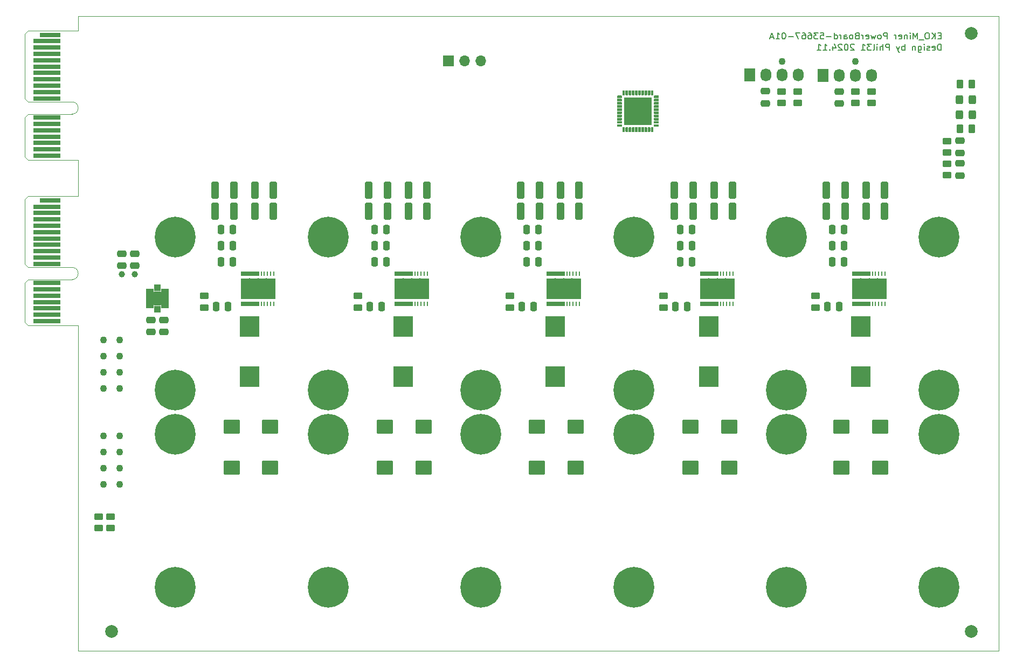
<source format=gbr>
%TF.GenerationSoftware,KiCad,Pcbnew,8.0.6*%
%TF.CreationDate,2024-11-29T00:06:03+01:00*%
%TF.ProjectId,EKO_Miner_PowerBoard-53667,454b4f5f-4d69-46e6-9572-5f506f776572,rev?*%
%TF.SameCoordinates,Original*%
%TF.FileFunction,Soldermask,Bot*%
%TF.FilePolarity,Negative*%
%FSLAX46Y46*%
G04 Gerber Fmt 4.6, Leading zero omitted, Abs format (unit mm)*
G04 Created by KiCad (PCBNEW 8.0.6) date 2024-11-29 00:06:03*
%MOMM*%
%LPD*%
G01*
G04 APERTURE LIST*
G04 Aperture macros list*
%AMRoundRect*
0 Rectangle with rounded corners*
0 $1 Rounding radius*
0 $2 $3 $4 $5 $6 $7 $8 $9 X,Y pos of 4 corners*
0 Add a 4 corners polygon primitive as box body*
4,1,4,$2,$3,$4,$5,$6,$7,$8,$9,$2,$3,0*
0 Add four circle primitives for the rounded corners*
1,1,$1+$1,$2,$3*
1,1,$1+$1,$4,$5*
1,1,$1+$1,$6,$7*
1,1,$1+$1,$8,$9*
0 Add four rect primitives between the rounded corners*
20,1,$1+$1,$2,$3,$4,$5,0*
20,1,$1+$1,$4,$5,$6,$7,0*
20,1,$1+$1,$6,$7,$8,$9,0*
20,1,$1+$1,$8,$9,$2,$3,0*%
G04 Aperture macros list end*
%ADD10C,0.150000*%
%ADD11C,0.000000*%
%ADD12C,0.010000*%
%ADD13C,1.100000*%
%ADD14R,1.730000X2.030000*%
%ADD15O,1.730000X2.030000*%
%ADD16C,0.800000*%
%ADD17C,6.400000*%
%ADD18R,3.200000X0.700000*%
%ADD19R,4.300000X0.700000*%
%ADD20RoundRect,0.250000X-0.325000X-1.100000X0.325000X-1.100000X0.325000X1.100000X-0.325000X1.100000X0*%
%ADD21C,1.000000*%
%ADD22RoundRect,0.250000X-0.262500X-0.450000X0.262500X-0.450000X0.262500X0.450000X-0.262500X0.450000X0*%
%ADD23RoundRect,0.250000X-0.450000X0.262500X-0.450000X-0.262500X0.450000X-0.262500X0.450000X0.262500X0*%
%ADD24RoundRect,0.250000X0.250000X0.475000X-0.250000X0.475000X-0.250000X-0.475000X0.250000X-0.475000X0*%
%ADD25RoundRect,0.250000X0.325000X1.100000X-0.325000X1.100000X-0.325000X-1.100000X0.325000X-1.100000X0*%
%ADD26RoundRect,0.250000X-1.025000X0.875000X-1.025000X-0.875000X1.025000X-0.875000X1.025000X0.875000X0*%
%ADD27R,3.050000X3.300000*%
%ADD28R,0.249999X0.700001*%
%ADD29R,2.849999X0.800001*%
%ADD30C,0.499999*%
%ADD31R,5.400000X3.300001*%
%ADD32RoundRect,0.250000X0.475000X-0.250000X0.475000X0.250000X-0.475000X0.250000X-0.475000X-0.250000X0*%
%ADD33C,2.000000*%
%ADD34RoundRect,0.051040X-0.180960X-0.480960X0.180960X-0.480960X0.180960X0.480960X-0.180960X0.480960X0*%
%ADD35RoundRect,0.013920X-0.518080X-0.218080X0.518080X-0.218080X0.518080X0.218080X-0.518080X0.218080X0*%
%ADD36RoundRect,0.102000X-0.500000X-1.000000X0.500000X-1.000000X0.500000X1.000000X-0.500000X1.000000X0*%
%ADD37RoundRect,0.250000X-0.475000X0.250000X-0.475000X-0.250000X0.475000X-0.250000X0.475000X0.250000X0*%
%ADD38RoundRect,0.250000X0.325000X0.450000X-0.325000X0.450000X-0.325000X-0.450000X0.325000X-0.450000X0*%
%ADD39R,1.700000X1.700000*%
%ADD40O,1.700000X1.700000*%
%TA.AperFunction,Profile*%
%ADD41C,0.100000*%
%TD*%
G04 APERTURE END LIST*
D10*
X210303220Y-28334009D02*
X209969887Y-28334009D01*
X209827030Y-28857819D02*
X210303220Y-28857819D01*
X210303220Y-28857819D02*
X210303220Y-27857819D01*
X210303220Y-27857819D02*
X209827030Y-27857819D01*
X209398458Y-28857819D02*
X209398458Y-27857819D01*
X208827030Y-28857819D02*
X209255601Y-28286390D01*
X208827030Y-27857819D02*
X209398458Y-28429247D01*
X208207982Y-27857819D02*
X208017506Y-27857819D01*
X208017506Y-27857819D02*
X207922268Y-27905438D01*
X207922268Y-27905438D02*
X207827030Y-28000676D01*
X207827030Y-28000676D02*
X207779411Y-28191152D01*
X207779411Y-28191152D02*
X207779411Y-28524485D01*
X207779411Y-28524485D02*
X207827030Y-28714961D01*
X207827030Y-28714961D02*
X207922268Y-28810200D01*
X207922268Y-28810200D02*
X208017506Y-28857819D01*
X208017506Y-28857819D02*
X208207982Y-28857819D01*
X208207982Y-28857819D02*
X208303220Y-28810200D01*
X208303220Y-28810200D02*
X208398458Y-28714961D01*
X208398458Y-28714961D02*
X208446077Y-28524485D01*
X208446077Y-28524485D02*
X208446077Y-28191152D01*
X208446077Y-28191152D02*
X208398458Y-28000676D01*
X208398458Y-28000676D02*
X208303220Y-27905438D01*
X208303220Y-27905438D02*
X208207982Y-27857819D01*
X207588935Y-28953057D02*
X206827030Y-28953057D01*
X206588934Y-28857819D02*
X206588934Y-27857819D01*
X206588934Y-27857819D02*
X206255601Y-28572104D01*
X206255601Y-28572104D02*
X205922268Y-27857819D01*
X205922268Y-27857819D02*
X205922268Y-28857819D01*
X205446077Y-28857819D02*
X205446077Y-28191152D01*
X205446077Y-27857819D02*
X205493696Y-27905438D01*
X205493696Y-27905438D02*
X205446077Y-27953057D01*
X205446077Y-27953057D02*
X205398458Y-27905438D01*
X205398458Y-27905438D02*
X205446077Y-27857819D01*
X205446077Y-27857819D02*
X205446077Y-27953057D01*
X204969887Y-28191152D02*
X204969887Y-28857819D01*
X204969887Y-28286390D02*
X204922268Y-28238771D01*
X204922268Y-28238771D02*
X204827030Y-28191152D01*
X204827030Y-28191152D02*
X204684173Y-28191152D01*
X204684173Y-28191152D02*
X204588935Y-28238771D01*
X204588935Y-28238771D02*
X204541316Y-28334009D01*
X204541316Y-28334009D02*
X204541316Y-28857819D01*
X203684173Y-28810200D02*
X203779411Y-28857819D01*
X203779411Y-28857819D02*
X203969887Y-28857819D01*
X203969887Y-28857819D02*
X204065125Y-28810200D01*
X204065125Y-28810200D02*
X204112744Y-28714961D01*
X204112744Y-28714961D02*
X204112744Y-28334009D01*
X204112744Y-28334009D02*
X204065125Y-28238771D01*
X204065125Y-28238771D02*
X203969887Y-28191152D01*
X203969887Y-28191152D02*
X203779411Y-28191152D01*
X203779411Y-28191152D02*
X203684173Y-28238771D01*
X203684173Y-28238771D02*
X203636554Y-28334009D01*
X203636554Y-28334009D02*
X203636554Y-28429247D01*
X203636554Y-28429247D02*
X204112744Y-28524485D01*
X203207982Y-28857819D02*
X203207982Y-28191152D01*
X203207982Y-28381628D02*
X203160363Y-28286390D01*
X203160363Y-28286390D02*
X203112744Y-28238771D01*
X203112744Y-28238771D02*
X203017506Y-28191152D01*
X203017506Y-28191152D02*
X202922268Y-28191152D01*
X201827029Y-28857819D02*
X201827029Y-27857819D01*
X201827029Y-27857819D02*
X201446077Y-27857819D01*
X201446077Y-27857819D02*
X201350839Y-27905438D01*
X201350839Y-27905438D02*
X201303220Y-27953057D01*
X201303220Y-27953057D02*
X201255601Y-28048295D01*
X201255601Y-28048295D02*
X201255601Y-28191152D01*
X201255601Y-28191152D02*
X201303220Y-28286390D01*
X201303220Y-28286390D02*
X201350839Y-28334009D01*
X201350839Y-28334009D02*
X201446077Y-28381628D01*
X201446077Y-28381628D02*
X201827029Y-28381628D01*
X200684172Y-28857819D02*
X200779410Y-28810200D01*
X200779410Y-28810200D02*
X200827029Y-28762580D01*
X200827029Y-28762580D02*
X200874648Y-28667342D01*
X200874648Y-28667342D02*
X200874648Y-28381628D01*
X200874648Y-28381628D02*
X200827029Y-28286390D01*
X200827029Y-28286390D02*
X200779410Y-28238771D01*
X200779410Y-28238771D02*
X200684172Y-28191152D01*
X200684172Y-28191152D02*
X200541315Y-28191152D01*
X200541315Y-28191152D02*
X200446077Y-28238771D01*
X200446077Y-28238771D02*
X200398458Y-28286390D01*
X200398458Y-28286390D02*
X200350839Y-28381628D01*
X200350839Y-28381628D02*
X200350839Y-28667342D01*
X200350839Y-28667342D02*
X200398458Y-28762580D01*
X200398458Y-28762580D02*
X200446077Y-28810200D01*
X200446077Y-28810200D02*
X200541315Y-28857819D01*
X200541315Y-28857819D02*
X200684172Y-28857819D01*
X200017505Y-28191152D02*
X199827029Y-28857819D01*
X199827029Y-28857819D02*
X199636553Y-28381628D01*
X199636553Y-28381628D02*
X199446077Y-28857819D01*
X199446077Y-28857819D02*
X199255601Y-28191152D01*
X198493696Y-28810200D02*
X198588934Y-28857819D01*
X198588934Y-28857819D02*
X198779410Y-28857819D01*
X198779410Y-28857819D02*
X198874648Y-28810200D01*
X198874648Y-28810200D02*
X198922267Y-28714961D01*
X198922267Y-28714961D02*
X198922267Y-28334009D01*
X198922267Y-28334009D02*
X198874648Y-28238771D01*
X198874648Y-28238771D02*
X198779410Y-28191152D01*
X198779410Y-28191152D02*
X198588934Y-28191152D01*
X198588934Y-28191152D02*
X198493696Y-28238771D01*
X198493696Y-28238771D02*
X198446077Y-28334009D01*
X198446077Y-28334009D02*
X198446077Y-28429247D01*
X198446077Y-28429247D02*
X198922267Y-28524485D01*
X198017505Y-28857819D02*
X198017505Y-28191152D01*
X198017505Y-28381628D02*
X197969886Y-28286390D01*
X197969886Y-28286390D02*
X197922267Y-28238771D01*
X197922267Y-28238771D02*
X197827029Y-28191152D01*
X197827029Y-28191152D02*
X197731791Y-28191152D01*
X197065124Y-28334009D02*
X196922267Y-28381628D01*
X196922267Y-28381628D02*
X196874648Y-28429247D01*
X196874648Y-28429247D02*
X196827029Y-28524485D01*
X196827029Y-28524485D02*
X196827029Y-28667342D01*
X196827029Y-28667342D02*
X196874648Y-28762580D01*
X196874648Y-28762580D02*
X196922267Y-28810200D01*
X196922267Y-28810200D02*
X197017505Y-28857819D01*
X197017505Y-28857819D02*
X197398457Y-28857819D01*
X197398457Y-28857819D02*
X197398457Y-27857819D01*
X197398457Y-27857819D02*
X197065124Y-27857819D01*
X197065124Y-27857819D02*
X196969886Y-27905438D01*
X196969886Y-27905438D02*
X196922267Y-27953057D01*
X196922267Y-27953057D02*
X196874648Y-28048295D01*
X196874648Y-28048295D02*
X196874648Y-28143533D01*
X196874648Y-28143533D02*
X196922267Y-28238771D01*
X196922267Y-28238771D02*
X196969886Y-28286390D01*
X196969886Y-28286390D02*
X197065124Y-28334009D01*
X197065124Y-28334009D02*
X197398457Y-28334009D01*
X196255600Y-28857819D02*
X196350838Y-28810200D01*
X196350838Y-28810200D02*
X196398457Y-28762580D01*
X196398457Y-28762580D02*
X196446076Y-28667342D01*
X196446076Y-28667342D02*
X196446076Y-28381628D01*
X196446076Y-28381628D02*
X196398457Y-28286390D01*
X196398457Y-28286390D02*
X196350838Y-28238771D01*
X196350838Y-28238771D02*
X196255600Y-28191152D01*
X196255600Y-28191152D02*
X196112743Y-28191152D01*
X196112743Y-28191152D02*
X196017505Y-28238771D01*
X196017505Y-28238771D02*
X195969886Y-28286390D01*
X195969886Y-28286390D02*
X195922267Y-28381628D01*
X195922267Y-28381628D02*
X195922267Y-28667342D01*
X195922267Y-28667342D02*
X195969886Y-28762580D01*
X195969886Y-28762580D02*
X196017505Y-28810200D01*
X196017505Y-28810200D02*
X196112743Y-28857819D01*
X196112743Y-28857819D02*
X196255600Y-28857819D01*
X195065124Y-28857819D02*
X195065124Y-28334009D01*
X195065124Y-28334009D02*
X195112743Y-28238771D01*
X195112743Y-28238771D02*
X195207981Y-28191152D01*
X195207981Y-28191152D02*
X195398457Y-28191152D01*
X195398457Y-28191152D02*
X195493695Y-28238771D01*
X195065124Y-28810200D02*
X195160362Y-28857819D01*
X195160362Y-28857819D02*
X195398457Y-28857819D01*
X195398457Y-28857819D02*
X195493695Y-28810200D01*
X195493695Y-28810200D02*
X195541314Y-28714961D01*
X195541314Y-28714961D02*
X195541314Y-28619723D01*
X195541314Y-28619723D02*
X195493695Y-28524485D01*
X195493695Y-28524485D02*
X195398457Y-28476866D01*
X195398457Y-28476866D02*
X195160362Y-28476866D01*
X195160362Y-28476866D02*
X195065124Y-28429247D01*
X194588933Y-28857819D02*
X194588933Y-28191152D01*
X194588933Y-28381628D02*
X194541314Y-28286390D01*
X194541314Y-28286390D02*
X194493695Y-28238771D01*
X194493695Y-28238771D02*
X194398457Y-28191152D01*
X194398457Y-28191152D02*
X194303219Y-28191152D01*
X193541314Y-28857819D02*
X193541314Y-27857819D01*
X193541314Y-28810200D02*
X193636552Y-28857819D01*
X193636552Y-28857819D02*
X193827028Y-28857819D01*
X193827028Y-28857819D02*
X193922266Y-28810200D01*
X193922266Y-28810200D02*
X193969885Y-28762580D01*
X193969885Y-28762580D02*
X194017504Y-28667342D01*
X194017504Y-28667342D02*
X194017504Y-28381628D01*
X194017504Y-28381628D02*
X193969885Y-28286390D01*
X193969885Y-28286390D02*
X193922266Y-28238771D01*
X193922266Y-28238771D02*
X193827028Y-28191152D01*
X193827028Y-28191152D02*
X193636552Y-28191152D01*
X193636552Y-28191152D02*
X193541314Y-28238771D01*
X193065123Y-28476866D02*
X192303219Y-28476866D01*
X191350838Y-27857819D02*
X191827028Y-27857819D01*
X191827028Y-27857819D02*
X191874647Y-28334009D01*
X191874647Y-28334009D02*
X191827028Y-28286390D01*
X191827028Y-28286390D02*
X191731790Y-28238771D01*
X191731790Y-28238771D02*
X191493695Y-28238771D01*
X191493695Y-28238771D02*
X191398457Y-28286390D01*
X191398457Y-28286390D02*
X191350838Y-28334009D01*
X191350838Y-28334009D02*
X191303219Y-28429247D01*
X191303219Y-28429247D02*
X191303219Y-28667342D01*
X191303219Y-28667342D02*
X191350838Y-28762580D01*
X191350838Y-28762580D02*
X191398457Y-28810200D01*
X191398457Y-28810200D02*
X191493695Y-28857819D01*
X191493695Y-28857819D02*
X191731790Y-28857819D01*
X191731790Y-28857819D02*
X191827028Y-28810200D01*
X191827028Y-28810200D02*
X191874647Y-28762580D01*
X190969885Y-27857819D02*
X190350838Y-27857819D01*
X190350838Y-27857819D02*
X190684171Y-28238771D01*
X190684171Y-28238771D02*
X190541314Y-28238771D01*
X190541314Y-28238771D02*
X190446076Y-28286390D01*
X190446076Y-28286390D02*
X190398457Y-28334009D01*
X190398457Y-28334009D02*
X190350838Y-28429247D01*
X190350838Y-28429247D02*
X190350838Y-28667342D01*
X190350838Y-28667342D02*
X190398457Y-28762580D01*
X190398457Y-28762580D02*
X190446076Y-28810200D01*
X190446076Y-28810200D02*
X190541314Y-28857819D01*
X190541314Y-28857819D02*
X190827028Y-28857819D01*
X190827028Y-28857819D02*
X190922266Y-28810200D01*
X190922266Y-28810200D02*
X190969885Y-28762580D01*
X189493695Y-27857819D02*
X189684171Y-27857819D01*
X189684171Y-27857819D02*
X189779409Y-27905438D01*
X189779409Y-27905438D02*
X189827028Y-27953057D01*
X189827028Y-27953057D02*
X189922266Y-28095914D01*
X189922266Y-28095914D02*
X189969885Y-28286390D01*
X189969885Y-28286390D02*
X189969885Y-28667342D01*
X189969885Y-28667342D02*
X189922266Y-28762580D01*
X189922266Y-28762580D02*
X189874647Y-28810200D01*
X189874647Y-28810200D02*
X189779409Y-28857819D01*
X189779409Y-28857819D02*
X189588933Y-28857819D01*
X189588933Y-28857819D02*
X189493695Y-28810200D01*
X189493695Y-28810200D02*
X189446076Y-28762580D01*
X189446076Y-28762580D02*
X189398457Y-28667342D01*
X189398457Y-28667342D02*
X189398457Y-28429247D01*
X189398457Y-28429247D02*
X189446076Y-28334009D01*
X189446076Y-28334009D02*
X189493695Y-28286390D01*
X189493695Y-28286390D02*
X189588933Y-28238771D01*
X189588933Y-28238771D02*
X189779409Y-28238771D01*
X189779409Y-28238771D02*
X189874647Y-28286390D01*
X189874647Y-28286390D02*
X189922266Y-28334009D01*
X189922266Y-28334009D02*
X189969885Y-28429247D01*
X188541314Y-27857819D02*
X188731790Y-27857819D01*
X188731790Y-27857819D02*
X188827028Y-27905438D01*
X188827028Y-27905438D02*
X188874647Y-27953057D01*
X188874647Y-27953057D02*
X188969885Y-28095914D01*
X188969885Y-28095914D02*
X189017504Y-28286390D01*
X189017504Y-28286390D02*
X189017504Y-28667342D01*
X189017504Y-28667342D02*
X188969885Y-28762580D01*
X188969885Y-28762580D02*
X188922266Y-28810200D01*
X188922266Y-28810200D02*
X188827028Y-28857819D01*
X188827028Y-28857819D02*
X188636552Y-28857819D01*
X188636552Y-28857819D02*
X188541314Y-28810200D01*
X188541314Y-28810200D02*
X188493695Y-28762580D01*
X188493695Y-28762580D02*
X188446076Y-28667342D01*
X188446076Y-28667342D02*
X188446076Y-28429247D01*
X188446076Y-28429247D02*
X188493695Y-28334009D01*
X188493695Y-28334009D02*
X188541314Y-28286390D01*
X188541314Y-28286390D02*
X188636552Y-28238771D01*
X188636552Y-28238771D02*
X188827028Y-28238771D01*
X188827028Y-28238771D02*
X188922266Y-28286390D01*
X188922266Y-28286390D02*
X188969885Y-28334009D01*
X188969885Y-28334009D02*
X189017504Y-28429247D01*
X188112742Y-27857819D02*
X187446076Y-27857819D01*
X187446076Y-27857819D02*
X187874647Y-28857819D01*
X187065123Y-28476866D02*
X186303219Y-28476866D01*
X185636552Y-27857819D02*
X185541314Y-27857819D01*
X185541314Y-27857819D02*
X185446076Y-27905438D01*
X185446076Y-27905438D02*
X185398457Y-27953057D01*
X185398457Y-27953057D02*
X185350838Y-28048295D01*
X185350838Y-28048295D02*
X185303219Y-28238771D01*
X185303219Y-28238771D02*
X185303219Y-28476866D01*
X185303219Y-28476866D02*
X185350838Y-28667342D01*
X185350838Y-28667342D02*
X185398457Y-28762580D01*
X185398457Y-28762580D02*
X185446076Y-28810200D01*
X185446076Y-28810200D02*
X185541314Y-28857819D01*
X185541314Y-28857819D02*
X185636552Y-28857819D01*
X185636552Y-28857819D02*
X185731790Y-28810200D01*
X185731790Y-28810200D02*
X185779409Y-28762580D01*
X185779409Y-28762580D02*
X185827028Y-28667342D01*
X185827028Y-28667342D02*
X185874647Y-28476866D01*
X185874647Y-28476866D02*
X185874647Y-28238771D01*
X185874647Y-28238771D02*
X185827028Y-28048295D01*
X185827028Y-28048295D02*
X185779409Y-27953057D01*
X185779409Y-27953057D02*
X185731790Y-27905438D01*
X185731790Y-27905438D02*
X185636552Y-27857819D01*
X184350838Y-28857819D02*
X184922266Y-28857819D01*
X184636552Y-28857819D02*
X184636552Y-27857819D01*
X184636552Y-27857819D02*
X184731790Y-28000676D01*
X184731790Y-28000676D02*
X184827028Y-28095914D01*
X184827028Y-28095914D02*
X184922266Y-28143533D01*
X183969885Y-28572104D02*
X183493695Y-28572104D01*
X184065123Y-28857819D02*
X183731790Y-27857819D01*
X183731790Y-27857819D02*
X183398457Y-28857819D01*
X210303220Y-30635819D02*
X210303220Y-29635819D01*
X210303220Y-29635819D02*
X210065125Y-29635819D01*
X210065125Y-29635819D02*
X209922268Y-29683438D01*
X209922268Y-29683438D02*
X209827030Y-29778676D01*
X209827030Y-29778676D02*
X209779411Y-29873914D01*
X209779411Y-29873914D02*
X209731792Y-30064390D01*
X209731792Y-30064390D02*
X209731792Y-30207247D01*
X209731792Y-30207247D02*
X209779411Y-30397723D01*
X209779411Y-30397723D02*
X209827030Y-30492961D01*
X209827030Y-30492961D02*
X209922268Y-30588200D01*
X209922268Y-30588200D02*
X210065125Y-30635819D01*
X210065125Y-30635819D02*
X210303220Y-30635819D01*
X208922268Y-30588200D02*
X209017506Y-30635819D01*
X209017506Y-30635819D02*
X209207982Y-30635819D01*
X209207982Y-30635819D02*
X209303220Y-30588200D01*
X209303220Y-30588200D02*
X209350839Y-30492961D01*
X209350839Y-30492961D02*
X209350839Y-30112009D01*
X209350839Y-30112009D02*
X209303220Y-30016771D01*
X209303220Y-30016771D02*
X209207982Y-29969152D01*
X209207982Y-29969152D02*
X209017506Y-29969152D01*
X209017506Y-29969152D02*
X208922268Y-30016771D01*
X208922268Y-30016771D02*
X208874649Y-30112009D01*
X208874649Y-30112009D02*
X208874649Y-30207247D01*
X208874649Y-30207247D02*
X209350839Y-30302485D01*
X208493696Y-30588200D02*
X208398458Y-30635819D01*
X208398458Y-30635819D02*
X208207982Y-30635819D01*
X208207982Y-30635819D02*
X208112744Y-30588200D01*
X208112744Y-30588200D02*
X208065125Y-30492961D01*
X208065125Y-30492961D02*
X208065125Y-30445342D01*
X208065125Y-30445342D02*
X208112744Y-30350104D01*
X208112744Y-30350104D02*
X208207982Y-30302485D01*
X208207982Y-30302485D02*
X208350839Y-30302485D01*
X208350839Y-30302485D02*
X208446077Y-30254866D01*
X208446077Y-30254866D02*
X208493696Y-30159628D01*
X208493696Y-30159628D02*
X208493696Y-30112009D01*
X208493696Y-30112009D02*
X208446077Y-30016771D01*
X208446077Y-30016771D02*
X208350839Y-29969152D01*
X208350839Y-29969152D02*
X208207982Y-29969152D01*
X208207982Y-29969152D02*
X208112744Y-30016771D01*
X207636553Y-30635819D02*
X207636553Y-29969152D01*
X207636553Y-29635819D02*
X207684172Y-29683438D01*
X207684172Y-29683438D02*
X207636553Y-29731057D01*
X207636553Y-29731057D02*
X207588934Y-29683438D01*
X207588934Y-29683438D02*
X207636553Y-29635819D01*
X207636553Y-29635819D02*
X207636553Y-29731057D01*
X206731792Y-29969152D02*
X206731792Y-30778676D01*
X206731792Y-30778676D02*
X206779411Y-30873914D01*
X206779411Y-30873914D02*
X206827030Y-30921533D01*
X206827030Y-30921533D02*
X206922268Y-30969152D01*
X206922268Y-30969152D02*
X207065125Y-30969152D01*
X207065125Y-30969152D02*
X207160363Y-30921533D01*
X206731792Y-30588200D02*
X206827030Y-30635819D01*
X206827030Y-30635819D02*
X207017506Y-30635819D01*
X207017506Y-30635819D02*
X207112744Y-30588200D01*
X207112744Y-30588200D02*
X207160363Y-30540580D01*
X207160363Y-30540580D02*
X207207982Y-30445342D01*
X207207982Y-30445342D02*
X207207982Y-30159628D01*
X207207982Y-30159628D02*
X207160363Y-30064390D01*
X207160363Y-30064390D02*
X207112744Y-30016771D01*
X207112744Y-30016771D02*
X207017506Y-29969152D01*
X207017506Y-29969152D02*
X206827030Y-29969152D01*
X206827030Y-29969152D02*
X206731792Y-30016771D01*
X206255601Y-29969152D02*
X206255601Y-30635819D01*
X206255601Y-30064390D02*
X206207982Y-30016771D01*
X206207982Y-30016771D02*
X206112744Y-29969152D01*
X206112744Y-29969152D02*
X205969887Y-29969152D01*
X205969887Y-29969152D02*
X205874649Y-30016771D01*
X205874649Y-30016771D02*
X205827030Y-30112009D01*
X205827030Y-30112009D02*
X205827030Y-30635819D01*
X204588934Y-30635819D02*
X204588934Y-29635819D01*
X204588934Y-30016771D02*
X204493696Y-29969152D01*
X204493696Y-29969152D02*
X204303220Y-29969152D01*
X204303220Y-29969152D02*
X204207982Y-30016771D01*
X204207982Y-30016771D02*
X204160363Y-30064390D01*
X204160363Y-30064390D02*
X204112744Y-30159628D01*
X204112744Y-30159628D02*
X204112744Y-30445342D01*
X204112744Y-30445342D02*
X204160363Y-30540580D01*
X204160363Y-30540580D02*
X204207982Y-30588200D01*
X204207982Y-30588200D02*
X204303220Y-30635819D01*
X204303220Y-30635819D02*
X204493696Y-30635819D01*
X204493696Y-30635819D02*
X204588934Y-30588200D01*
X203779410Y-29969152D02*
X203541315Y-30635819D01*
X203303220Y-29969152D02*
X203541315Y-30635819D01*
X203541315Y-30635819D02*
X203636553Y-30873914D01*
X203636553Y-30873914D02*
X203684172Y-30921533D01*
X203684172Y-30921533D02*
X203779410Y-30969152D01*
X202160362Y-30635819D02*
X202160362Y-29635819D01*
X202160362Y-29635819D02*
X201779410Y-29635819D01*
X201779410Y-29635819D02*
X201684172Y-29683438D01*
X201684172Y-29683438D02*
X201636553Y-29731057D01*
X201636553Y-29731057D02*
X201588934Y-29826295D01*
X201588934Y-29826295D02*
X201588934Y-29969152D01*
X201588934Y-29969152D02*
X201636553Y-30064390D01*
X201636553Y-30064390D02*
X201684172Y-30112009D01*
X201684172Y-30112009D02*
X201779410Y-30159628D01*
X201779410Y-30159628D02*
X202160362Y-30159628D01*
X201160362Y-30635819D02*
X201160362Y-29635819D01*
X200731791Y-30635819D02*
X200731791Y-30112009D01*
X200731791Y-30112009D02*
X200779410Y-30016771D01*
X200779410Y-30016771D02*
X200874648Y-29969152D01*
X200874648Y-29969152D02*
X201017505Y-29969152D01*
X201017505Y-29969152D02*
X201112743Y-30016771D01*
X201112743Y-30016771D02*
X201160362Y-30064390D01*
X200255600Y-30635819D02*
X200255600Y-29969152D01*
X200255600Y-29635819D02*
X200303219Y-29683438D01*
X200303219Y-29683438D02*
X200255600Y-29731057D01*
X200255600Y-29731057D02*
X200207981Y-29683438D01*
X200207981Y-29683438D02*
X200255600Y-29635819D01*
X200255600Y-29635819D02*
X200255600Y-29731057D01*
X199636553Y-30635819D02*
X199731791Y-30588200D01*
X199731791Y-30588200D02*
X199779410Y-30492961D01*
X199779410Y-30492961D02*
X199779410Y-29635819D01*
X199350838Y-29635819D02*
X198731791Y-29635819D01*
X198731791Y-29635819D02*
X199065124Y-30016771D01*
X199065124Y-30016771D02*
X198922267Y-30016771D01*
X198922267Y-30016771D02*
X198827029Y-30064390D01*
X198827029Y-30064390D02*
X198779410Y-30112009D01*
X198779410Y-30112009D02*
X198731791Y-30207247D01*
X198731791Y-30207247D02*
X198731791Y-30445342D01*
X198731791Y-30445342D02*
X198779410Y-30540580D01*
X198779410Y-30540580D02*
X198827029Y-30588200D01*
X198827029Y-30588200D02*
X198922267Y-30635819D01*
X198922267Y-30635819D02*
X199207981Y-30635819D01*
X199207981Y-30635819D02*
X199303219Y-30588200D01*
X199303219Y-30588200D02*
X199350838Y-30540580D01*
X197779410Y-30635819D02*
X198350838Y-30635819D01*
X198065124Y-30635819D02*
X198065124Y-29635819D01*
X198065124Y-29635819D02*
X198160362Y-29778676D01*
X198160362Y-29778676D02*
X198255600Y-29873914D01*
X198255600Y-29873914D02*
X198350838Y-29921533D01*
X196636552Y-29731057D02*
X196588933Y-29683438D01*
X196588933Y-29683438D02*
X196493695Y-29635819D01*
X196493695Y-29635819D02*
X196255600Y-29635819D01*
X196255600Y-29635819D02*
X196160362Y-29683438D01*
X196160362Y-29683438D02*
X196112743Y-29731057D01*
X196112743Y-29731057D02*
X196065124Y-29826295D01*
X196065124Y-29826295D02*
X196065124Y-29921533D01*
X196065124Y-29921533D02*
X196112743Y-30064390D01*
X196112743Y-30064390D02*
X196684171Y-30635819D01*
X196684171Y-30635819D02*
X196065124Y-30635819D01*
X195446076Y-29635819D02*
X195350838Y-29635819D01*
X195350838Y-29635819D02*
X195255600Y-29683438D01*
X195255600Y-29683438D02*
X195207981Y-29731057D01*
X195207981Y-29731057D02*
X195160362Y-29826295D01*
X195160362Y-29826295D02*
X195112743Y-30016771D01*
X195112743Y-30016771D02*
X195112743Y-30254866D01*
X195112743Y-30254866D02*
X195160362Y-30445342D01*
X195160362Y-30445342D02*
X195207981Y-30540580D01*
X195207981Y-30540580D02*
X195255600Y-30588200D01*
X195255600Y-30588200D02*
X195350838Y-30635819D01*
X195350838Y-30635819D02*
X195446076Y-30635819D01*
X195446076Y-30635819D02*
X195541314Y-30588200D01*
X195541314Y-30588200D02*
X195588933Y-30540580D01*
X195588933Y-30540580D02*
X195636552Y-30445342D01*
X195636552Y-30445342D02*
X195684171Y-30254866D01*
X195684171Y-30254866D02*
X195684171Y-30016771D01*
X195684171Y-30016771D02*
X195636552Y-29826295D01*
X195636552Y-29826295D02*
X195588933Y-29731057D01*
X195588933Y-29731057D02*
X195541314Y-29683438D01*
X195541314Y-29683438D02*
X195446076Y-29635819D01*
X194731790Y-29731057D02*
X194684171Y-29683438D01*
X194684171Y-29683438D02*
X194588933Y-29635819D01*
X194588933Y-29635819D02*
X194350838Y-29635819D01*
X194350838Y-29635819D02*
X194255600Y-29683438D01*
X194255600Y-29683438D02*
X194207981Y-29731057D01*
X194207981Y-29731057D02*
X194160362Y-29826295D01*
X194160362Y-29826295D02*
X194160362Y-29921533D01*
X194160362Y-29921533D02*
X194207981Y-30064390D01*
X194207981Y-30064390D02*
X194779409Y-30635819D01*
X194779409Y-30635819D02*
X194160362Y-30635819D01*
X193303219Y-29969152D02*
X193303219Y-30635819D01*
X193541314Y-29588200D02*
X193779409Y-30302485D01*
X193779409Y-30302485D02*
X193160362Y-30302485D01*
X192779409Y-30540580D02*
X192731790Y-30588200D01*
X192731790Y-30588200D02*
X192779409Y-30635819D01*
X192779409Y-30635819D02*
X192827028Y-30588200D01*
X192827028Y-30588200D02*
X192779409Y-30540580D01*
X192779409Y-30540580D02*
X192779409Y-30635819D01*
X191779410Y-30635819D02*
X192350838Y-30635819D01*
X192065124Y-30635819D02*
X192065124Y-29635819D01*
X192065124Y-29635819D02*
X192160362Y-29778676D01*
X192160362Y-29778676D02*
X192255600Y-29873914D01*
X192255600Y-29873914D02*
X192350838Y-29921533D01*
X190827029Y-30635819D02*
X191398457Y-30635819D01*
X191112743Y-30635819D02*
X191112743Y-29635819D01*
X191112743Y-29635819D02*
X191207981Y-29778676D01*
X191207981Y-29778676D02*
X191303219Y-29873914D01*
X191303219Y-29873914D02*
X191398457Y-29921533D01*
D11*
%TO.C,U11*%
G36*
X148625001Y-65454002D02*
G01*
X148625001Y-65664004D01*
X148675001Y-65714004D01*
X148825001Y-65714004D01*
X148875000Y-65664004D01*
X148875000Y-65454002D01*
X148925000Y-65404002D01*
X149075000Y-65404002D01*
X149125000Y-65454002D01*
X149125000Y-65664004D01*
X149175000Y-65714004D01*
X149325002Y-65714004D01*
X149375002Y-65664004D01*
X149375002Y-65454002D01*
X149425002Y-65404002D01*
X149575002Y-65404002D01*
X149625001Y-65454002D01*
X149625001Y-65664004D01*
X149675001Y-65714004D01*
X149825001Y-65714004D01*
X149875001Y-65664004D01*
X149875001Y-65454002D01*
X149925001Y-65404002D01*
X150075001Y-65404002D01*
X150125000Y-65454002D01*
X150125000Y-65664004D01*
X150175000Y-65714004D01*
X150325000Y-65714004D01*
X150375000Y-65664004D01*
X150375000Y-65454002D01*
X150425000Y-65404002D01*
X150575002Y-65404002D01*
X150625002Y-65454002D01*
X150625002Y-65664004D01*
X150675002Y-65714004D01*
X150825002Y-65714004D01*
X150875002Y-65664004D01*
X150875002Y-65454002D01*
X150925001Y-65404002D01*
X151075001Y-65404002D01*
X151125001Y-65454002D01*
X151125001Y-66054004D01*
X151075001Y-66104003D01*
X148425001Y-66104003D01*
X148375001Y-66054004D01*
X148375001Y-65454002D01*
X148425001Y-65404002D01*
X148575001Y-65404002D01*
X148625001Y-65454002D01*
G37*
G36*
X151125001Y-70154000D02*
G01*
X151125001Y-70754002D01*
X151075001Y-70804002D01*
X150925001Y-70804002D01*
X150875002Y-70754002D01*
X150875002Y-70544000D01*
X150825002Y-70494000D01*
X150675002Y-70494000D01*
X150625002Y-70544000D01*
X150625002Y-70754002D01*
X150575002Y-70804002D01*
X150425000Y-70804002D01*
X150375000Y-70754002D01*
X150375000Y-70544000D01*
X150325000Y-70494000D01*
X150175000Y-70494000D01*
X150125000Y-70544000D01*
X150125000Y-70754002D01*
X150075001Y-70804002D01*
X149925001Y-70804002D01*
X149875001Y-70754002D01*
X149875001Y-70544000D01*
X149825001Y-70494000D01*
X149675001Y-70494000D01*
X149625001Y-70544000D01*
X149625001Y-70754002D01*
X149575002Y-70804002D01*
X149425002Y-70804002D01*
X149375002Y-70754002D01*
X149375002Y-70544000D01*
X149325002Y-70494000D01*
X149175000Y-70494000D01*
X149125000Y-70544000D01*
X149125000Y-70754002D01*
X149075000Y-70804002D01*
X148925000Y-70804002D01*
X148875000Y-70754002D01*
X148875000Y-70544000D01*
X148825001Y-70494000D01*
X148675001Y-70494000D01*
X148625001Y-70544000D01*
X148625001Y-70754002D01*
X148575001Y-70804002D01*
X148425001Y-70804002D01*
X148375001Y-70754002D01*
X148375001Y-70154000D01*
X148425001Y-70104001D01*
X151075001Y-70104001D01*
X151125001Y-70154000D01*
G37*
%TO.C,U12*%
G36*
X172755001Y-65454002D02*
G01*
X172755001Y-65664004D01*
X172805001Y-65714004D01*
X172955001Y-65714004D01*
X173005000Y-65664004D01*
X173005000Y-65454002D01*
X173055000Y-65404002D01*
X173205000Y-65404002D01*
X173255000Y-65454002D01*
X173255000Y-65664004D01*
X173305000Y-65714004D01*
X173455002Y-65714004D01*
X173505002Y-65664004D01*
X173505002Y-65454002D01*
X173555002Y-65404002D01*
X173705002Y-65404002D01*
X173755001Y-65454002D01*
X173755001Y-65664004D01*
X173805001Y-65714004D01*
X173955001Y-65714004D01*
X174005001Y-65664004D01*
X174005001Y-65454002D01*
X174055001Y-65404002D01*
X174205001Y-65404002D01*
X174255000Y-65454002D01*
X174255000Y-65664004D01*
X174305000Y-65714004D01*
X174455000Y-65714004D01*
X174505000Y-65664004D01*
X174505000Y-65454002D01*
X174555000Y-65404002D01*
X174705002Y-65404002D01*
X174755002Y-65454002D01*
X174755002Y-65664004D01*
X174805002Y-65714004D01*
X174955002Y-65714004D01*
X175005002Y-65664004D01*
X175005002Y-65454002D01*
X175055001Y-65404002D01*
X175205001Y-65404002D01*
X175255001Y-65454002D01*
X175255001Y-66054004D01*
X175205001Y-66104003D01*
X172555001Y-66104003D01*
X172505001Y-66054004D01*
X172505001Y-65454002D01*
X172555001Y-65404002D01*
X172705001Y-65404002D01*
X172755001Y-65454002D01*
G37*
G36*
X175255001Y-70154000D02*
G01*
X175255001Y-70754002D01*
X175205001Y-70804002D01*
X175055001Y-70804002D01*
X175005002Y-70754002D01*
X175005002Y-70544000D01*
X174955002Y-70494000D01*
X174805002Y-70494000D01*
X174755002Y-70544000D01*
X174755002Y-70754002D01*
X174705002Y-70804002D01*
X174555000Y-70804002D01*
X174505000Y-70754002D01*
X174505000Y-70544000D01*
X174455000Y-70494000D01*
X174305000Y-70494000D01*
X174255000Y-70544000D01*
X174255000Y-70754002D01*
X174205001Y-70804002D01*
X174055001Y-70804002D01*
X174005001Y-70754002D01*
X174005001Y-70544000D01*
X173955001Y-70494000D01*
X173805001Y-70494000D01*
X173755001Y-70544000D01*
X173755001Y-70754002D01*
X173705002Y-70804002D01*
X173555002Y-70804002D01*
X173505002Y-70754002D01*
X173505002Y-70544000D01*
X173455002Y-70494000D01*
X173305000Y-70494000D01*
X173255000Y-70544000D01*
X173255000Y-70754002D01*
X173205000Y-70804002D01*
X173055000Y-70804002D01*
X173005000Y-70754002D01*
X173005000Y-70544000D01*
X172955001Y-70494000D01*
X172805001Y-70494000D01*
X172755001Y-70544000D01*
X172755001Y-70754002D01*
X172705001Y-70804002D01*
X172555001Y-70804002D01*
X172505001Y-70754002D01*
X172505001Y-70154000D01*
X172555001Y-70104001D01*
X175205001Y-70104001D01*
X175255001Y-70154000D01*
G37*
%TO.C,U9*%
G36*
X100619001Y-65454003D02*
G01*
X100619001Y-65664005D01*
X100669001Y-65714005D01*
X100819001Y-65714005D01*
X100869000Y-65664005D01*
X100869000Y-65454003D01*
X100919000Y-65404003D01*
X101069000Y-65404003D01*
X101119000Y-65454003D01*
X101119000Y-65664005D01*
X101169000Y-65714005D01*
X101319002Y-65714005D01*
X101369002Y-65664005D01*
X101369002Y-65454003D01*
X101419002Y-65404003D01*
X101569002Y-65404003D01*
X101619001Y-65454003D01*
X101619001Y-65664005D01*
X101669001Y-65714005D01*
X101819001Y-65714005D01*
X101869001Y-65664005D01*
X101869001Y-65454003D01*
X101919001Y-65404003D01*
X102069001Y-65404003D01*
X102119000Y-65454003D01*
X102119000Y-65664005D01*
X102169000Y-65714005D01*
X102319000Y-65714005D01*
X102369000Y-65664005D01*
X102369000Y-65454003D01*
X102419000Y-65404003D01*
X102569002Y-65404003D01*
X102619002Y-65454003D01*
X102619002Y-65664005D01*
X102669002Y-65714005D01*
X102819002Y-65714005D01*
X102869002Y-65664005D01*
X102869002Y-65454003D01*
X102919001Y-65404003D01*
X103069001Y-65404003D01*
X103119001Y-65454003D01*
X103119001Y-66054005D01*
X103069001Y-66104004D01*
X100419001Y-66104004D01*
X100369001Y-66054005D01*
X100369001Y-65454003D01*
X100419001Y-65404003D01*
X100569001Y-65404003D01*
X100619001Y-65454003D01*
G37*
G36*
X103119001Y-70154001D02*
G01*
X103119001Y-70754003D01*
X103069001Y-70804003D01*
X102919001Y-70804003D01*
X102869002Y-70754003D01*
X102869002Y-70544001D01*
X102819002Y-70494001D01*
X102669002Y-70494001D01*
X102619002Y-70544001D01*
X102619002Y-70754003D01*
X102569002Y-70804003D01*
X102419000Y-70804003D01*
X102369000Y-70754003D01*
X102369000Y-70544001D01*
X102319000Y-70494001D01*
X102169000Y-70494001D01*
X102119000Y-70544001D01*
X102119000Y-70754003D01*
X102069001Y-70804003D01*
X101919001Y-70804003D01*
X101869001Y-70754003D01*
X101869001Y-70544001D01*
X101819001Y-70494001D01*
X101669001Y-70494001D01*
X101619001Y-70544001D01*
X101619001Y-70754003D01*
X101569002Y-70804003D01*
X101419002Y-70804003D01*
X101369002Y-70754003D01*
X101369002Y-70544001D01*
X101319002Y-70494001D01*
X101169000Y-70494001D01*
X101119000Y-70544001D01*
X101119000Y-70754003D01*
X101069000Y-70804003D01*
X100919000Y-70804003D01*
X100869000Y-70754003D01*
X100869000Y-70544001D01*
X100819001Y-70494001D01*
X100669001Y-70494001D01*
X100619001Y-70544001D01*
X100619001Y-70754003D01*
X100569001Y-70804003D01*
X100419001Y-70804003D01*
X100369001Y-70754003D01*
X100369001Y-70154001D01*
X100419001Y-70104002D01*
X103069001Y-70104002D01*
X103119001Y-70154001D01*
G37*
%TO.C,U13*%
G36*
X196631001Y-65454002D02*
G01*
X196631001Y-65664004D01*
X196681001Y-65714004D01*
X196831001Y-65714004D01*
X196881000Y-65664004D01*
X196881000Y-65454002D01*
X196931000Y-65404002D01*
X197081000Y-65404002D01*
X197131000Y-65454002D01*
X197131000Y-65664004D01*
X197181000Y-65714004D01*
X197331002Y-65714004D01*
X197381002Y-65664004D01*
X197381002Y-65454002D01*
X197431002Y-65404002D01*
X197581002Y-65404002D01*
X197631001Y-65454002D01*
X197631001Y-65664004D01*
X197681001Y-65714004D01*
X197831001Y-65714004D01*
X197881001Y-65664004D01*
X197881001Y-65454002D01*
X197931001Y-65404002D01*
X198081001Y-65404002D01*
X198131000Y-65454002D01*
X198131000Y-65664004D01*
X198181000Y-65714004D01*
X198331000Y-65714004D01*
X198381000Y-65664004D01*
X198381000Y-65454002D01*
X198431000Y-65404002D01*
X198581002Y-65404002D01*
X198631002Y-65454002D01*
X198631002Y-65664004D01*
X198681002Y-65714004D01*
X198831002Y-65714004D01*
X198881002Y-65664004D01*
X198881002Y-65454002D01*
X198931001Y-65404002D01*
X199081001Y-65404002D01*
X199131001Y-65454002D01*
X199131001Y-66054004D01*
X199081001Y-66104003D01*
X196431001Y-66104003D01*
X196381001Y-66054004D01*
X196381001Y-65454002D01*
X196431001Y-65404002D01*
X196581001Y-65404002D01*
X196631001Y-65454002D01*
G37*
G36*
X199131001Y-70154000D02*
G01*
X199131001Y-70754002D01*
X199081001Y-70804002D01*
X198931001Y-70804002D01*
X198881002Y-70754002D01*
X198881002Y-70544000D01*
X198831002Y-70494000D01*
X198681002Y-70494000D01*
X198631002Y-70544000D01*
X198631002Y-70754002D01*
X198581002Y-70804002D01*
X198431000Y-70804002D01*
X198381000Y-70754002D01*
X198381000Y-70544000D01*
X198331000Y-70494000D01*
X198181000Y-70494000D01*
X198131000Y-70544000D01*
X198131000Y-70754002D01*
X198081001Y-70804002D01*
X197931001Y-70804002D01*
X197881001Y-70754002D01*
X197881001Y-70544000D01*
X197831001Y-70494000D01*
X197681001Y-70494000D01*
X197631001Y-70544000D01*
X197631001Y-70754002D01*
X197581002Y-70804002D01*
X197431002Y-70804002D01*
X197381002Y-70754002D01*
X197381002Y-70544000D01*
X197331002Y-70494000D01*
X197181000Y-70494000D01*
X197131000Y-70544000D01*
X197131000Y-70754002D01*
X197081000Y-70804002D01*
X196931000Y-70804002D01*
X196881000Y-70754002D01*
X196881000Y-70544000D01*
X196831001Y-70494000D01*
X196681001Y-70494000D01*
X196631001Y-70544000D01*
X196631001Y-70754002D01*
X196581001Y-70804002D01*
X196431001Y-70804002D01*
X196381001Y-70754002D01*
X196381001Y-70154000D01*
X196431001Y-70104001D01*
X199081001Y-70104001D01*
X199131001Y-70154000D01*
G37*
D12*
%TO.C,U4*%
X159993998Y-37755000D02*
X159999998Y-37755000D01*
X160004998Y-37756000D01*
X160009998Y-37757000D01*
X160014998Y-37759000D01*
X160019998Y-37761000D01*
X160024998Y-37763000D01*
X160028998Y-37765000D01*
X160033998Y-37767000D01*
X160037998Y-37770000D01*
X160042998Y-37773000D01*
X160046998Y-37776000D01*
X160050998Y-37780000D01*
X160054998Y-37783000D01*
X160057998Y-37787000D01*
X160061998Y-37791000D01*
X160064998Y-37795000D01*
X160067998Y-37800000D01*
X160070998Y-37804000D01*
X160072998Y-37809000D01*
X160074998Y-37813000D01*
X160076998Y-37818000D01*
X160078998Y-37823000D01*
X160080998Y-37828000D01*
X160081998Y-37833000D01*
X160082998Y-37838000D01*
X160082998Y-37844000D01*
X160083998Y-37849000D01*
X160083998Y-37854000D01*
X160083998Y-37974000D01*
X160083998Y-37979000D01*
X160082998Y-37984000D01*
X160082998Y-37990000D01*
X160081998Y-37995000D01*
X160080998Y-38000000D01*
X160078998Y-38005000D01*
X160076998Y-38010000D01*
X160074998Y-38015000D01*
X160072998Y-38019000D01*
X160070998Y-38024000D01*
X160067998Y-38028000D01*
X160064998Y-38033000D01*
X160061998Y-38037000D01*
X160057998Y-38041000D01*
X160054998Y-38045000D01*
X160050998Y-38048000D01*
X160046998Y-38052000D01*
X160042998Y-38055000D01*
X160037998Y-38058000D01*
X160033998Y-38061000D01*
X160028998Y-38063000D01*
X160024998Y-38065000D01*
X160019998Y-38067000D01*
X160014998Y-38069000D01*
X160009998Y-38071000D01*
X160004998Y-38072000D01*
X159999998Y-38073000D01*
X159993998Y-38073000D01*
X159988998Y-38074000D01*
X159983998Y-38074000D01*
X159483998Y-38074000D01*
X159478998Y-38074000D01*
X159473998Y-38073000D01*
X159467998Y-38073000D01*
X159462998Y-38072000D01*
X159457998Y-38071000D01*
X159452998Y-38069000D01*
X159447998Y-38067000D01*
X159442998Y-38065000D01*
X159438998Y-38063000D01*
X159433998Y-38061000D01*
X159429998Y-38058000D01*
X159424998Y-38055000D01*
X159420998Y-38052000D01*
X159416998Y-38048000D01*
X159412998Y-38045000D01*
X159409998Y-38041000D01*
X159405998Y-38037000D01*
X159402998Y-38033000D01*
X159399998Y-38028000D01*
X159396998Y-38024000D01*
X159394998Y-38019000D01*
X159392998Y-38015000D01*
X159390998Y-38010000D01*
X159388998Y-38005000D01*
X159386998Y-38000000D01*
X159385998Y-37995000D01*
X159384998Y-37990000D01*
X159384998Y-37984000D01*
X159383998Y-37979000D01*
X159383998Y-37974000D01*
X159383998Y-37854000D01*
X159383998Y-37849000D01*
X159384998Y-37844000D01*
X159384998Y-37838000D01*
X159385998Y-37833000D01*
X159386998Y-37828000D01*
X159388998Y-37823000D01*
X159390998Y-37818000D01*
X159392998Y-37813000D01*
X159394998Y-37809000D01*
X159396998Y-37804000D01*
X159399998Y-37800000D01*
X159402998Y-37795000D01*
X159405998Y-37791000D01*
X159409998Y-37787000D01*
X159412998Y-37783000D01*
X159416998Y-37780000D01*
X159420998Y-37776000D01*
X159424998Y-37773000D01*
X159429998Y-37770000D01*
X159433998Y-37767000D01*
X159438998Y-37765000D01*
X159442998Y-37763000D01*
X159447998Y-37761000D01*
X159452998Y-37759000D01*
X159457998Y-37757000D01*
X159462998Y-37756000D01*
X159467998Y-37755000D01*
X159473998Y-37755000D01*
X159478998Y-37754000D01*
X159483998Y-37754000D01*
X159983998Y-37754000D01*
X159988998Y-37754000D01*
X159993998Y-37755000D01*
G36*
X159993998Y-37755000D02*
G01*
X159999998Y-37755000D01*
X160004998Y-37756000D01*
X160009998Y-37757000D01*
X160014998Y-37759000D01*
X160019998Y-37761000D01*
X160024998Y-37763000D01*
X160028998Y-37765000D01*
X160033998Y-37767000D01*
X160037998Y-37770000D01*
X160042998Y-37773000D01*
X160046998Y-37776000D01*
X160050998Y-37780000D01*
X160054998Y-37783000D01*
X160057998Y-37787000D01*
X160061998Y-37791000D01*
X160064998Y-37795000D01*
X160067998Y-37800000D01*
X160070998Y-37804000D01*
X160072998Y-37809000D01*
X160074998Y-37813000D01*
X160076998Y-37818000D01*
X160078998Y-37823000D01*
X160080998Y-37828000D01*
X160081998Y-37833000D01*
X160082998Y-37838000D01*
X160082998Y-37844000D01*
X160083998Y-37849000D01*
X160083998Y-37854000D01*
X160083998Y-37974000D01*
X160083998Y-37979000D01*
X160082998Y-37984000D01*
X160082998Y-37990000D01*
X160081998Y-37995000D01*
X160080998Y-38000000D01*
X160078998Y-38005000D01*
X160076998Y-38010000D01*
X160074998Y-38015000D01*
X160072998Y-38019000D01*
X160070998Y-38024000D01*
X160067998Y-38028000D01*
X160064998Y-38033000D01*
X160061998Y-38037000D01*
X160057998Y-38041000D01*
X160054998Y-38045000D01*
X160050998Y-38048000D01*
X160046998Y-38052000D01*
X160042998Y-38055000D01*
X160037998Y-38058000D01*
X160033998Y-38061000D01*
X160028998Y-38063000D01*
X160024998Y-38065000D01*
X160019998Y-38067000D01*
X160014998Y-38069000D01*
X160009998Y-38071000D01*
X160004998Y-38072000D01*
X159999998Y-38073000D01*
X159993998Y-38073000D01*
X159988998Y-38074000D01*
X159983998Y-38074000D01*
X159483998Y-38074000D01*
X159478998Y-38074000D01*
X159473998Y-38073000D01*
X159467998Y-38073000D01*
X159462998Y-38072000D01*
X159457998Y-38071000D01*
X159452998Y-38069000D01*
X159447998Y-38067000D01*
X159442998Y-38065000D01*
X159438998Y-38063000D01*
X159433998Y-38061000D01*
X159429998Y-38058000D01*
X159424998Y-38055000D01*
X159420998Y-38052000D01*
X159416998Y-38048000D01*
X159412998Y-38045000D01*
X159409998Y-38041000D01*
X159405998Y-38037000D01*
X159402998Y-38033000D01*
X159399998Y-38028000D01*
X159396998Y-38024000D01*
X159394998Y-38019000D01*
X159392998Y-38015000D01*
X159390998Y-38010000D01*
X159388998Y-38005000D01*
X159386998Y-38000000D01*
X159385998Y-37995000D01*
X159384998Y-37990000D01*
X159384998Y-37984000D01*
X159383998Y-37979000D01*
X159383998Y-37974000D01*
X159383998Y-37854000D01*
X159383998Y-37849000D01*
X159384998Y-37844000D01*
X159384998Y-37838000D01*
X159385998Y-37833000D01*
X159386998Y-37828000D01*
X159388998Y-37823000D01*
X159390998Y-37818000D01*
X159392998Y-37813000D01*
X159394998Y-37809000D01*
X159396998Y-37804000D01*
X159399998Y-37800000D01*
X159402998Y-37795000D01*
X159405998Y-37791000D01*
X159409998Y-37787000D01*
X159412998Y-37783000D01*
X159416998Y-37780000D01*
X159420998Y-37776000D01*
X159424998Y-37773000D01*
X159429998Y-37770000D01*
X159433998Y-37767000D01*
X159438998Y-37765000D01*
X159442998Y-37763000D01*
X159447998Y-37761000D01*
X159452998Y-37759000D01*
X159457998Y-37757000D01*
X159462998Y-37756000D01*
X159467998Y-37755000D01*
X159473998Y-37755000D01*
X159478998Y-37754000D01*
X159483998Y-37754000D01*
X159983998Y-37754000D01*
X159988998Y-37754000D01*
X159993998Y-37755000D01*
G37*
X159993998Y-38255000D02*
X159999998Y-38255000D01*
X160004998Y-38256000D01*
X160009998Y-38257000D01*
X160014998Y-38259000D01*
X160019998Y-38261000D01*
X160024998Y-38263000D01*
X160028998Y-38265000D01*
X160033998Y-38267000D01*
X160037998Y-38270000D01*
X160042998Y-38273000D01*
X160046998Y-38276000D01*
X160050998Y-38280000D01*
X160054998Y-38283000D01*
X160057998Y-38287000D01*
X160061998Y-38291000D01*
X160064998Y-38295000D01*
X160067998Y-38300000D01*
X160070998Y-38304000D01*
X160072998Y-38309000D01*
X160074998Y-38313000D01*
X160076998Y-38318000D01*
X160078998Y-38323000D01*
X160080998Y-38328000D01*
X160081998Y-38333000D01*
X160082998Y-38338000D01*
X160082998Y-38344000D01*
X160083998Y-38349000D01*
X160083998Y-38354000D01*
X160083998Y-38474000D01*
X160083998Y-38479000D01*
X160082998Y-38484000D01*
X160082998Y-38490000D01*
X160081998Y-38495000D01*
X160080998Y-38500000D01*
X160078998Y-38505000D01*
X160076998Y-38510000D01*
X160074998Y-38515000D01*
X160072998Y-38519000D01*
X160070998Y-38524000D01*
X160067998Y-38528000D01*
X160064998Y-38533000D01*
X160061998Y-38537000D01*
X160057998Y-38541000D01*
X160054998Y-38545000D01*
X160050998Y-38548000D01*
X160046998Y-38552000D01*
X160042998Y-38555000D01*
X160037998Y-38558000D01*
X160033998Y-38561000D01*
X160028998Y-38563000D01*
X160024998Y-38565000D01*
X160019998Y-38567000D01*
X160014998Y-38569000D01*
X160009998Y-38571000D01*
X160004998Y-38572000D01*
X159999998Y-38573000D01*
X159993998Y-38573000D01*
X159988998Y-38574000D01*
X159983998Y-38574000D01*
X159483998Y-38574000D01*
X159478998Y-38574000D01*
X159473998Y-38573000D01*
X159467998Y-38573000D01*
X159462998Y-38572000D01*
X159457998Y-38571000D01*
X159452998Y-38569000D01*
X159447998Y-38567000D01*
X159442998Y-38565000D01*
X159438998Y-38563000D01*
X159433998Y-38561000D01*
X159429998Y-38558000D01*
X159424998Y-38555000D01*
X159420998Y-38552000D01*
X159416998Y-38548000D01*
X159412998Y-38545000D01*
X159409998Y-38541000D01*
X159405998Y-38537000D01*
X159402998Y-38533000D01*
X159399998Y-38528000D01*
X159396998Y-38524000D01*
X159394998Y-38519000D01*
X159392998Y-38515000D01*
X159390998Y-38510000D01*
X159388998Y-38505000D01*
X159386998Y-38500000D01*
X159385998Y-38495000D01*
X159384998Y-38490000D01*
X159384998Y-38484000D01*
X159383998Y-38479000D01*
X159383998Y-38474000D01*
X159383998Y-38354000D01*
X159383998Y-38349000D01*
X159384998Y-38344000D01*
X159384998Y-38338000D01*
X159385998Y-38333000D01*
X159386998Y-38328000D01*
X159388998Y-38323000D01*
X159390998Y-38318000D01*
X159392998Y-38313000D01*
X159394998Y-38309000D01*
X159396998Y-38304000D01*
X159399998Y-38300000D01*
X159402998Y-38295000D01*
X159405998Y-38291000D01*
X159409998Y-38287000D01*
X159412998Y-38283000D01*
X159416998Y-38280000D01*
X159420998Y-38276000D01*
X159424998Y-38273000D01*
X159429998Y-38270000D01*
X159433998Y-38267000D01*
X159438998Y-38265000D01*
X159442998Y-38263000D01*
X159447998Y-38261000D01*
X159452998Y-38259000D01*
X159457998Y-38257000D01*
X159462998Y-38256000D01*
X159467998Y-38255000D01*
X159473998Y-38255000D01*
X159478998Y-38254000D01*
X159483998Y-38254000D01*
X159983998Y-38254000D01*
X159988998Y-38254000D01*
X159993998Y-38255000D01*
G36*
X159993998Y-38255000D02*
G01*
X159999998Y-38255000D01*
X160004998Y-38256000D01*
X160009998Y-38257000D01*
X160014998Y-38259000D01*
X160019998Y-38261000D01*
X160024998Y-38263000D01*
X160028998Y-38265000D01*
X160033998Y-38267000D01*
X160037998Y-38270000D01*
X160042998Y-38273000D01*
X160046998Y-38276000D01*
X160050998Y-38280000D01*
X160054998Y-38283000D01*
X160057998Y-38287000D01*
X160061998Y-38291000D01*
X160064998Y-38295000D01*
X160067998Y-38300000D01*
X160070998Y-38304000D01*
X160072998Y-38309000D01*
X160074998Y-38313000D01*
X160076998Y-38318000D01*
X160078998Y-38323000D01*
X160080998Y-38328000D01*
X160081998Y-38333000D01*
X160082998Y-38338000D01*
X160082998Y-38344000D01*
X160083998Y-38349000D01*
X160083998Y-38354000D01*
X160083998Y-38474000D01*
X160083998Y-38479000D01*
X160082998Y-38484000D01*
X160082998Y-38490000D01*
X160081998Y-38495000D01*
X160080998Y-38500000D01*
X160078998Y-38505000D01*
X160076998Y-38510000D01*
X160074998Y-38515000D01*
X160072998Y-38519000D01*
X160070998Y-38524000D01*
X160067998Y-38528000D01*
X160064998Y-38533000D01*
X160061998Y-38537000D01*
X160057998Y-38541000D01*
X160054998Y-38545000D01*
X160050998Y-38548000D01*
X160046998Y-38552000D01*
X160042998Y-38555000D01*
X160037998Y-38558000D01*
X160033998Y-38561000D01*
X160028998Y-38563000D01*
X160024998Y-38565000D01*
X160019998Y-38567000D01*
X160014998Y-38569000D01*
X160009998Y-38571000D01*
X160004998Y-38572000D01*
X159999998Y-38573000D01*
X159993998Y-38573000D01*
X159988998Y-38574000D01*
X159983998Y-38574000D01*
X159483998Y-38574000D01*
X159478998Y-38574000D01*
X159473998Y-38573000D01*
X159467998Y-38573000D01*
X159462998Y-38572000D01*
X159457998Y-38571000D01*
X159452998Y-38569000D01*
X159447998Y-38567000D01*
X159442998Y-38565000D01*
X159438998Y-38563000D01*
X159433998Y-38561000D01*
X159429998Y-38558000D01*
X159424998Y-38555000D01*
X159420998Y-38552000D01*
X159416998Y-38548000D01*
X159412998Y-38545000D01*
X159409998Y-38541000D01*
X159405998Y-38537000D01*
X159402998Y-38533000D01*
X159399998Y-38528000D01*
X159396998Y-38524000D01*
X159394998Y-38519000D01*
X159392998Y-38515000D01*
X159390998Y-38510000D01*
X159388998Y-38505000D01*
X159386998Y-38500000D01*
X159385998Y-38495000D01*
X159384998Y-38490000D01*
X159384998Y-38484000D01*
X159383998Y-38479000D01*
X159383998Y-38474000D01*
X159383998Y-38354000D01*
X159383998Y-38349000D01*
X159384998Y-38344000D01*
X159384998Y-38338000D01*
X159385998Y-38333000D01*
X159386998Y-38328000D01*
X159388998Y-38323000D01*
X159390998Y-38318000D01*
X159392998Y-38313000D01*
X159394998Y-38309000D01*
X159396998Y-38304000D01*
X159399998Y-38300000D01*
X159402998Y-38295000D01*
X159405998Y-38291000D01*
X159409998Y-38287000D01*
X159412998Y-38283000D01*
X159416998Y-38280000D01*
X159420998Y-38276000D01*
X159424998Y-38273000D01*
X159429998Y-38270000D01*
X159433998Y-38267000D01*
X159438998Y-38265000D01*
X159442998Y-38263000D01*
X159447998Y-38261000D01*
X159452998Y-38259000D01*
X159457998Y-38257000D01*
X159462998Y-38256000D01*
X159467998Y-38255000D01*
X159473998Y-38255000D01*
X159478998Y-38254000D01*
X159483998Y-38254000D01*
X159983998Y-38254000D01*
X159988998Y-38254000D01*
X159993998Y-38255000D01*
G37*
X159993998Y-38755000D02*
X159999998Y-38755000D01*
X160004998Y-38756000D01*
X160009998Y-38757000D01*
X160014998Y-38759000D01*
X160019998Y-38761000D01*
X160024998Y-38763000D01*
X160028998Y-38765000D01*
X160033998Y-38767000D01*
X160037998Y-38770000D01*
X160042998Y-38773000D01*
X160046998Y-38776000D01*
X160050998Y-38780000D01*
X160054998Y-38783000D01*
X160057998Y-38787000D01*
X160061998Y-38791000D01*
X160064998Y-38795000D01*
X160067998Y-38800000D01*
X160070998Y-38804000D01*
X160072998Y-38809000D01*
X160074998Y-38813000D01*
X160076998Y-38818000D01*
X160078998Y-38823000D01*
X160080998Y-38828000D01*
X160081998Y-38833000D01*
X160082998Y-38838000D01*
X160082998Y-38844000D01*
X160083998Y-38849000D01*
X160083998Y-38854000D01*
X160083998Y-38974000D01*
X160083998Y-38979000D01*
X160082998Y-38984000D01*
X160082998Y-38990000D01*
X160081998Y-38995000D01*
X160080998Y-39000000D01*
X160078998Y-39005000D01*
X160076998Y-39010000D01*
X160074998Y-39015000D01*
X160072998Y-39019000D01*
X160070998Y-39024000D01*
X160067998Y-39028000D01*
X160064998Y-39033000D01*
X160061998Y-39037000D01*
X160057998Y-39041000D01*
X160054998Y-39045000D01*
X160050998Y-39048000D01*
X160046998Y-39052000D01*
X160042998Y-39055000D01*
X160037998Y-39058000D01*
X160033998Y-39061000D01*
X160028998Y-39063000D01*
X160024998Y-39065000D01*
X160019998Y-39067000D01*
X160014998Y-39069000D01*
X160009998Y-39071000D01*
X160004998Y-39072000D01*
X159999998Y-39073000D01*
X159993998Y-39073000D01*
X159988998Y-39074000D01*
X159983998Y-39074000D01*
X159483998Y-39074000D01*
X159478998Y-39074000D01*
X159473998Y-39073000D01*
X159467998Y-39073000D01*
X159462998Y-39072000D01*
X159457998Y-39071000D01*
X159452998Y-39069000D01*
X159447998Y-39067000D01*
X159442998Y-39065000D01*
X159438998Y-39063000D01*
X159433998Y-39061000D01*
X159429998Y-39058000D01*
X159424998Y-39055000D01*
X159420998Y-39052000D01*
X159416998Y-39048000D01*
X159412998Y-39045000D01*
X159409998Y-39041000D01*
X159405998Y-39037000D01*
X159402998Y-39033000D01*
X159399998Y-39028000D01*
X159396998Y-39024000D01*
X159394998Y-39019000D01*
X159392998Y-39015000D01*
X159390998Y-39010000D01*
X159388998Y-39005000D01*
X159386998Y-39000000D01*
X159385998Y-38995000D01*
X159384998Y-38990000D01*
X159384998Y-38984000D01*
X159383998Y-38979000D01*
X159383998Y-38974000D01*
X159383998Y-38854000D01*
X159383998Y-38849000D01*
X159384998Y-38844000D01*
X159384998Y-38838000D01*
X159385998Y-38833000D01*
X159386998Y-38828000D01*
X159388998Y-38823000D01*
X159390998Y-38818000D01*
X159392998Y-38813000D01*
X159394998Y-38809000D01*
X159396998Y-38804000D01*
X159399998Y-38800000D01*
X159402998Y-38795000D01*
X159405998Y-38791000D01*
X159409998Y-38787000D01*
X159412998Y-38783000D01*
X159416998Y-38780000D01*
X159420998Y-38776000D01*
X159424998Y-38773000D01*
X159429998Y-38770000D01*
X159433998Y-38767000D01*
X159438998Y-38765000D01*
X159442998Y-38763000D01*
X159447998Y-38761000D01*
X159452998Y-38759000D01*
X159457998Y-38757000D01*
X159462998Y-38756000D01*
X159467998Y-38755000D01*
X159473998Y-38755000D01*
X159478998Y-38754000D01*
X159483998Y-38754000D01*
X159983998Y-38754000D01*
X159988998Y-38754000D01*
X159993998Y-38755000D01*
G36*
X159993998Y-38755000D02*
G01*
X159999998Y-38755000D01*
X160004998Y-38756000D01*
X160009998Y-38757000D01*
X160014998Y-38759000D01*
X160019998Y-38761000D01*
X160024998Y-38763000D01*
X160028998Y-38765000D01*
X160033998Y-38767000D01*
X160037998Y-38770000D01*
X160042998Y-38773000D01*
X160046998Y-38776000D01*
X160050998Y-38780000D01*
X160054998Y-38783000D01*
X160057998Y-38787000D01*
X160061998Y-38791000D01*
X160064998Y-38795000D01*
X160067998Y-38800000D01*
X160070998Y-38804000D01*
X160072998Y-38809000D01*
X160074998Y-38813000D01*
X160076998Y-38818000D01*
X160078998Y-38823000D01*
X160080998Y-38828000D01*
X160081998Y-38833000D01*
X160082998Y-38838000D01*
X160082998Y-38844000D01*
X160083998Y-38849000D01*
X160083998Y-38854000D01*
X160083998Y-38974000D01*
X160083998Y-38979000D01*
X160082998Y-38984000D01*
X160082998Y-38990000D01*
X160081998Y-38995000D01*
X160080998Y-39000000D01*
X160078998Y-39005000D01*
X160076998Y-39010000D01*
X160074998Y-39015000D01*
X160072998Y-39019000D01*
X160070998Y-39024000D01*
X160067998Y-39028000D01*
X160064998Y-39033000D01*
X160061998Y-39037000D01*
X160057998Y-39041000D01*
X160054998Y-39045000D01*
X160050998Y-39048000D01*
X160046998Y-39052000D01*
X160042998Y-39055000D01*
X160037998Y-39058000D01*
X160033998Y-39061000D01*
X160028998Y-39063000D01*
X160024998Y-39065000D01*
X160019998Y-39067000D01*
X160014998Y-39069000D01*
X160009998Y-39071000D01*
X160004998Y-39072000D01*
X159999998Y-39073000D01*
X159993998Y-39073000D01*
X159988998Y-39074000D01*
X159983998Y-39074000D01*
X159483998Y-39074000D01*
X159478998Y-39074000D01*
X159473998Y-39073000D01*
X159467998Y-39073000D01*
X159462998Y-39072000D01*
X159457998Y-39071000D01*
X159452998Y-39069000D01*
X159447998Y-39067000D01*
X159442998Y-39065000D01*
X159438998Y-39063000D01*
X159433998Y-39061000D01*
X159429998Y-39058000D01*
X159424998Y-39055000D01*
X159420998Y-39052000D01*
X159416998Y-39048000D01*
X159412998Y-39045000D01*
X159409998Y-39041000D01*
X159405998Y-39037000D01*
X159402998Y-39033000D01*
X159399998Y-39028000D01*
X159396998Y-39024000D01*
X159394998Y-39019000D01*
X159392998Y-39015000D01*
X159390998Y-39010000D01*
X159388998Y-39005000D01*
X159386998Y-39000000D01*
X159385998Y-38995000D01*
X159384998Y-38990000D01*
X159384998Y-38984000D01*
X159383998Y-38979000D01*
X159383998Y-38974000D01*
X159383998Y-38854000D01*
X159383998Y-38849000D01*
X159384998Y-38844000D01*
X159384998Y-38838000D01*
X159385998Y-38833000D01*
X159386998Y-38828000D01*
X159388998Y-38823000D01*
X159390998Y-38818000D01*
X159392998Y-38813000D01*
X159394998Y-38809000D01*
X159396998Y-38804000D01*
X159399998Y-38800000D01*
X159402998Y-38795000D01*
X159405998Y-38791000D01*
X159409998Y-38787000D01*
X159412998Y-38783000D01*
X159416998Y-38780000D01*
X159420998Y-38776000D01*
X159424998Y-38773000D01*
X159429998Y-38770000D01*
X159433998Y-38767000D01*
X159438998Y-38765000D01*
X159442998Y-38763000D01*
X159447998Y-38761000D01*
X159452998Y-38759000D01*
X159457998Y-38757000D01*
X159462998Y-38756000D01*
X159467998Y-38755000D01*
X159473998Y-38755000D01*
X159478998Y-38754000D01*
X159483998Y-38754000D01*
X159983998Y-38754000D01*
X159988998Y-38754000D01*
X159993998Y-38755000D01*
G37*
X159993998Y-39255000D02*
X159999998Y-39255000D01*
X160004998Y-39256000D01*
X160009998Y-39257000D01*
X160014998Y-39259000D01*
X160019998Y-39261000D01*
X160024998Y-39263000D01*
X160028998Y-39265000D01*
X160033998Y-39267000D01*
X160037998Y-39270000D01*
X160042998Y-39273000D01*
X160046998Y-39276000D01*
X160050998Y-39280000D01*
X160054998Y-39283000D01*
X160057998Y-39287000D01*
X160061998Y-39291000D01*
X160064998Y-39295000D01*
X160067998Y-39300000D01*
X160070998Y-39304000D01*
X160072998Y-39309000D01*
X160074998Y-39313000D01*
X160076998Y-39318000D01*
X160078998Y-39323000D01*
X160080998Y-39328000D01*
X160081998Y-39333000D01*
X160082998Y-39338000D01*
X160082998Y-39344000D01*
X160083998Y-39349000D01*
X160083998Y-39354000D01*
X160083998Y-39474000D01*
X160083998Y-39479000D01*
X160082998Y-39484000D01*
X160082998Y-39490000D01*
X160081998Y-39495000D01*
X160080998Y-39500000D01*
X160078998Y-39505000D01*
X160076998Y-39510000D01*
X160074998Y-39515000D01*
X160072998Y-39519000D01*
X160070998Y-39524000D01*
X160067998Y-39528000D01*
X160064998Y-39533000D01*
X160061998Y-39537000D01*
X160057998Y-39541000D01*
X160054998Y-39545000D01*
X160050998Y-39548000D01*
X160046998Y-39552000D01*
X160042998Y-39555000D01*
X160037998Y-39558000D01*
X160033998Y-39561000D01*
X160028998Y-39563000D01*
X160024998Y-39565000D01*
X160019998Y-39567000D01*
X160014998Y-39569000D01*
X160009998Y-39571000D01*
X160004998Y-39572000D01*
X159999998Y-39573000D01*
X159993998Y-39573000D01*
X159988998Y-39574000D01*
X159983998Y-39574000D01*
X159483998Y-39574000D01*
X159478998Y-39574000D01*
X159473998Y-39573000D01*
X159467998Y-39573000D01*
X159462998Y-39572000D01*
X159457998Y-39571000D01*
X159452998Y-39569000D01*
X159447998Y-39567000D01*
X159442998Y-39565000D01*
X159438998Y-39563000D01*
X159433998Y-39561000D01*
X159429998Y-39558000D01*
X159424998Y-39555000D01*
X159420998Y-39552000D01*
X159416998Y-39548000D01*
X159412998Y-39545000D01*
X159409998Y-39541000D01*
X159405998Y-39537000D01*
X159402998Y-39533000D01*
X159399998Y-39528000D01*
X159396998Y-39524000D01*
X159394998Y-39519000D01*
X159392998Y-39515000D01*
X159390998Y-39510000D01*
X159388998Y-39505000D01*
X159386998Y-39500000D01*
X159385998Y-39495000D01*
X159384998Y-39490000D01*
X159384998Y-39484000D01*
X159383998Y-39479000D01*
X159383998Y-39474000D01*
X159383998Y-39354000D01*
X159383998Y-39349000D01*
X159384998Y-39344000D01*
X159384998Y-39338000D01*
X159385998Y-39333000D01*
X159386998Y-39328000D01*
X159388998Y-39323000D01*
X159390998Y-39318000D01*
X159392998Y-39313000D01*
X159394998Y-39309000D01*
X159396998Y-39304000D01*
X159399998Y-39300000D01*
X159402998Y-39295000D01*
X159405998Y-39291000D01*
X159409998Y-39287000D01*
X159412998Y-39283000D01*
X159416998Y-39280000D01*
X159420998Y-39276000D01*
X159424998Y-39273000D01*
X159429998Y-39270000D01*
X159433998Y-39267000D01*
X159438998Y-39265000D01*
X159442998Y-39263000D01*
X159447998Y-39261000D01*
X159452998Y-39259000D01*
X159457998Y-39257000D01*
X159462998Y-39256000D01*
X159467998Y-39255000D01*
X159473998Y-39255000D01*
X159478998Y-39254000D01*
X159483998Y-39254000D01*
X159983998Y-39254000D01*
X159988998Y-39254000D01*
X159993998Y-39255000D01*
G36*
X159993998Y-39255000D02*
G01*
X159999998Y-39255000D01*
X160004998Y-39256000D01*
X160009998Y-39257000D01*
X160014998Y-39259000D01*
X160019998Y-39261000D01*
X160024998Y-39263000D01*
X160028998Y-39265000D01*
X160033998Y-39267000D01*
X160037998Y-39270000D01*
X160042998Y-39273000D01*
X160046998Y-39276000D01*
X160050998Y-39280000D01*
X160054998Y-39283000D01*
X160057998Y-39287000D01*
X160061998Y-39291000D01*
X160064998Y-39295000D01*
X160067998Y-39300000D01*
X160070998Y-39304000D01*
X160072998Y-39309000D01*
X160074998Y-39313000D01*
X160076998Y-39318000D01*
X160078998Y-39323000D01*
X160080998Y-39328000D01*
X160081998Y-39333000D01*
X160082998Y-39338000D01*
X160082998Y-39344000D01*
X160083998Y-39349000D01*
X160083998Y-39354000D01*
X160083998Y-39474000D01*
X160083998Y-39479000D01*
X160082998Y-39484000D01*
X160082998Y-39490000D01*
X160081998Y-39495000D01*
X160080998Y-39500000D01*
X160078998Y-39505000D01*
X160076998Y-39510000D01*
X160074998Y-39515000D01*
X160072998Y-39519000D01*
X160070998Y-39524000D01*
X160067998Y-39528000D01*
X160064998Y-39533000D01*
X160061998Y-39537000D01*
X160057998Y-39541000D01*
X160054998Y-39545000D01*
X160050998Y-39548000D01*
X160046998Y-39552000D01*
X160042998Y-39555000D01*
X160037998Y-39558000D01*
X160033998Y-39561000D01*
X160028998Y-39563000D01*
X160024998Y-39565000D01*
X160019998Y-39567000D01*
X160014998Y-39569000D01*
X160009998Y-39571000D01*
X160004998Y-39572000D01*
X159999998Y-39573000D01*
X159993998Y-39573000D01*
X159988998Y-39574000D01*
X159983998Y-39574000D01*
X159483998Y-39574000D01*
X159478998Y-39574000D01*
X159473998Y-39573000D01*
X159467998Y-39573000D01*
X159462998Y-39572000D01*
X159457998Y-39571000D01*
X159452998Y-39569000D01*
X159447998Y-39567000D01*
X159442998Y-39565000D01*
X159438998Y-39563000D01*
X159433998Y-39561000D01*
X159429998Y-39558000D01*
X159424998Y-39555000D01*
X159420998Y-39552000D01*
X159416998Y-39548000D01*
X159412998Y-39545000D01*
X159409998Y-39541000D01*
X159405998Y-39537000D01*
X159402998Y-39533000D01*
X159399998Y-39528000D01*
X159396998Y-39524000D01*
X159394998Y-39519000D01*
X159392998Y-39515000D01*
X159390998Y-39510000D01*
X159388998Y-39505000D01*
X159386998Y-39500000D01*
X159385998Y-39495000D01*
X159384998Y-39490000D01*
X159384998Y-39484000D01*
X159383998Y-39479000D01*
X159383998Y-39474000D01*
X159383998Y-39354000D01*
X159383998Y-39349000D01*
X159384998Y-39344000D01*
X159384998Y-39338000D01*
X159385998Y-39333000D01*
X159386998Y-39328000D01*
X159388998Y-39323000D01*
X159390998Y-39318000D01*
X159392998Y-39313000D01*
X159394998Y-39309000D01*
X159396998Y-39304000D01*
X159399998Y-39300000D01*
X159402998Y-39295000D01*
X159405998Y-39291000D01*
X159409998Y-39287000D01*
X159412998Y-39283000D01*
X159416998Y-39280000D01*
X159420998Y-39276000D01*
X159424998Y-39273000D01*
X159429998Y-39270000D01*
X159433998Y-39267000D01*
X159438998Y-39265000D01*
X159442998Y-39263000D01*
X159447998Y-39261000D01*
X159452998Y-39259000D01*
X159457998Y-39257000D01*
X159462998Y-39256000D01*
X159467998Y-39255000D01*
X159473998Y-39255000D01*
X159478998Y-39254000D01*
X159483998Y-39254000D01*
X159983998Y-39254000D01*
X159988998Y-39254000D01*
X159993998Y-39255000D01*
G37*
X159993998Y-39755000D02*
X159999998Y-39755000D01*
X160004998Y-39756000D01*
X160009998Y-39757000D01*
X160014998Y-39759000D01*
X160019998Y-39761000D01*
X160024998Y-39763000D01*
X160028998Y-39765000D01*
X160033998Y-39767000D01*
X160037998Y-39770000D01*
X160042998Y-39773000D01*
X160046998Y-39776000D01*
X160050998Y-39780000D01*
X160054998Y-39783000D01*
X160057998Y-39787000D01*
X160061998Y-39791000D01*
X160064998Y-39795000D01*
X160067998Y-39800000D01*
X160070998Y-39804000D01*
X160072998Y-39809000D01*
X160074998Y-39813000D01*
X160076998Y-39818000D01*
X160078998Y-39823000D01*
X160080998Y-39828000D01*
X160081998Y-39833000D01*
X160082998Y-39838000D01*
X160082998Y-39844000D01*
X160083998Y-39849000D01*
X160083998Y-39854000D01*
X160083998Y-39974000D01*
X160083998Y-39979000D01*
X160082998Y-39984000D01*
X160082998Y-39990000D01*
X160081998Y-39995000D01*
X160080998Y-40000000D01*
X160078998Y-40005000D01*
X160076998Y-40010000D01*
X160074998Y-40015000D01*
X160072998Y-40019000D01*
X160070998Y-40024000D01*
X160067998Y-40028000D01*
X160064998Y-40033000D01*
X160061998Y-40037000D01*
X160057998Y-40041000D01*
X160054998Y-40045000D01*
X160050998Y-40048000D01*
X160046998Y-40052000D01*
X160042998Y-40055000D01*
X160037998Y-40058000D01*
X160033998Y-40061000D01*
X160028998Y-40063000D01*
X160024998Y-40065000D01*
X160019998Y-40067000D01*
X160014998Y-40069000D01*
X160009998Y-40071000D01*
X160004998Y-40072000D01*
X159999998Y-40073000D01*
X159993998Y-40073000D01*
X159988998Y-40074000D01*
X159983998Y-40074000D01*
X159483998Y-40074000D01*
X159478998Y-40074000D01*
X159473998Y-40073000D01*
X159467998Y-40073000D01*
X159462998Y-40072000D01*
X159457998Y-40071000D01*
X159452998Y-40069000D01*
X159447998Y-40067000D01*
X159442998Y-40065000D01*
X159438998Y-40063000D01*
X159433998Y-40061000D01*
X159429998Y-40058000D01*
X159424998Y-40055000D01*
X159420998Y-40052000D01*
X159416998Y-40048000D01*
X159412998Y-40045000D01*
X159409998Y-40041000D01*
X159405998Y-40037000D01*
X159402998Y-40033000D01*
X159399998Y-40028000D01*
X159396998Y-40024000D01*
X159394998Y-40019000D01*
X159392998Y-40015000D01*
X159390998Y-40010000D01*
X159388998Y-40005000D01*
X159386998Y-40000000D01*
X159385998Y-39995000D01*
X159384998Y-39990000D01*
X159384998Y-39984000D01*
X159383998Y-39979000D01*
X159383998Y-39974000D01*
X159383998Y-39854000D01*
X159383998Y-39849000D01*
X159384998Y-39844000D01*
X159384998Y-39838000D01*
X159385998Y-39833000D01*
X159386998Y-39828000D01*
X159388998Y-39823000D01*
X159390998Y-39818000D01*
X159392998Y-39813000D01*
X159394998Y-39809000D01*
X159396998Y-39804000D01*
X159399998Y-39800000D01*
X159402998Y-39795000D01*
X159405998Y-39791000D01*
X159409998Y-39787000D01*
X159412998Y-39783000D01*
X159416998Y-39780000D01*
X159420998Y-39776000D01*
X159424998Y-39773000D01*
X159429998Y-39770000D01*
X159433998Y-39767000D01*
X159438998Y-39765000D01*
X159442998Y-39763000D01*
X159447998Y-39761000D01*
X159452998Y-39759000D01*
X159457998Y-39757000D01*
X159462998Y-39756000D01*
X159467998Y-39755000D01*
X159473998Y-39755000D01*
X159478998Y-39754000D01*
X159483998Y-39754000D01*
X159983998Y-39754000D01*
X159988998Y-39754000D01*
X159993998Y-39755000D01*
G36*
X159993998Y-39755000D02*
G01*
X159999998Y-39755000D01*
X160004998Y-39756000D01*
X160009998Y-39757000D01*
X160014998Y-39759000D01*
X160019998Y-39761000D01*
X160024998Y-39763000D01*
X160028998Y-39765000D01*
X160033998Y-39767000D01*
X160037998Y-39770000D01*
X160042998Y-39773000D01*
X160046998Y-39776000D01*
X160050998Y-39780000D01*
X160054998Y-39783000D01*
X160057998Y-39787000D01*
X160061998Y-39791000D01*
X160064998Y-39795000D01*
X160067998Y-39800000D01*
X160070998Y-39804000D01*
X160072998Y-39809000D01*
X160074998Y-39813000D01*
X160076998Y-39818000D01*
X160078998Y-39823000D01*
X160080998Y-39828000D01*
X160081998Y-39833000D01*
X160082998Y-39838000D01*
X160082998Y-39844000D01*
X160083998Y-39849000D01*
X160083998Y-39854000D01*
X160083998Y-39974000D01*
X160083998Y-39979000D01*
X160082998Y-39984000D01*
X160082998Y-39990000D01*
X160081998Y-39995000D01*
X160080998Y-40000000D01*
X160078998Y-40005000D01*
X160076998Y-40010000D01*
X160074998Y-40015000D01*
X160072998Y-40019000D01*
X160070998Y-40024000D01*
X160067998Y-40028000D01*
X160064998Y-40033000D01*
X160061998Y-40037000D01*
X160057998Y-40041000D01*
X160054998Y-40045000D01*
X160050998Y-40048000D01*
X160046998Y-40052000D01*
X160042998Y-40055000D01*
X160037998Y-40058000D01*
X160033998Y-40061000D01*
X160028998Y-40063000D01*
X160024998Y-40065000D01*
X160019998Y-40067000D01*
X160014998Y-40069000D01*
X160009998Y-40071000D01*
X160004998Y-40072000D01*
X159999998Y-40073000D01*
X159993998Y-40073000D01*
X159988998Y-40074000D01*
X159983998Y-40074000D01*
X159483998Y-40074000D01*
X159478998Y-40074000D01*
X159473998Y-40073000D01*
X159467998Y-40073000D01*
X159462998Y-40072000D01*
X159457998Y-40071000D01*
X159452998Y-40069000D01*
X159447998Y-40067000D01*
X159442998Y-40065000D01*
X159438998Y-40063000D01*
X159433998Y-40061000D01*
X159429998Y-40058000D01*
X159424998Y-40055000D01*
X159420998Y-40052000D01*
X159416998Y-40048000D01*
X159412998Y-40045000D01*
X159409998Y-40041000D01*
X159405998Y-40037000D01*
X159402998Y-40033000D01*
X159399998Y-40028000D01*
X159396998Y-40024000D01*
X159394998Y-40019000D01*
X159392998Y-40015000D01*
X159390998Y-40010000D01*
X159388998Y-40005000D01*
X159386998Y-40000000D01*
X159385998Y-39995000D01*
X159384998Y-39990000D01*
X159384998Y-39984000D01*
X159383998Y-39979000D01*
X159383998Y-39974000D01*
X159383998Y-39854000D01*
X159383998Y-39849000D01*
X159384998Y-39844000D01*
X159384998Y-39838000D01*
X159385998Y-39833000D01*
X159386998Y-39828000D01*
X159388998Y-39823000D01*
X159390998Y-39818000D01*
X159392998Y-39813000D01*
X159394998Y-39809000D01*
X159396998Y-39804000D01*
X159399998Y-39800000D01*
X159402998Y-39795000D01*
X159405998Y-39791000D01*
X159409998Y-39787000D01*
X159412998Y-39783000D01*
X159416998Y-39780000D01*
X159420998Y-39776000D01*
X159424998Y-39773000D01*
X159429998Y-39770000D01*
X159433998Y-39767000D01*
X159438998Y-39765000D01*
X159442998Y-39763000D01*
X159447998Y-39761000D01*
X159452998Y-39759000D01*
X159457998Y-39757000D01*
X159462998Y-39756000D01*
X159467998Y-39755000D01*
X159473998Y-39755000D01*
X159478998Y-39754000D01*
X159483998Y-39754000D01*
X159983998Y-39754000D01*
X159988998Y-39754000D01*
X159993998Y-39755000D01*
G37*
X159993998Y-40255000D02*
X159999998Y-40255000D01*
X160004998Y-40256000D01*
X160009998Y-40257000D01*
X160014998Y-40259000D01*
X160019998Y-40261000D01*
X160024998Y-40263000D01*
X160028998Y-40265000D01*
X160033998Y-40267000D01*
X160037998Y-40270000D01*
X160042998Y-40273000D01*
X160046998Y-40276000D01*
X160050998Y-40280000D01*
X160054998Y-40283000D01*
X160057998Y-40287000D01*
X160061998Y-40291000D01*
X160064998Y-40295000D01*
X160067998Y-40300000D01*
X160070998Y-40304000D01*
X160072998Y-40309000D01*
X160074998Y-40313000D01*
X160076998Y-40318000D01*
X160078998Y-40323000D01*
X160080998Y-40328000D01*
X160081998Y-40333000D01*
X160082998Y-40338000D01*
X160082998Y-40344000D01*
X160083998Y-40349000D01*
X160083998Y-40354000D01*
X160083998Y-40474000D01*
X160083998Y-40479000D01*
X160082998Y-40484000D01*
X160082998Y-40490000D01*
X160081998Y-40495000D01*
X160080998Y-40500000D01*
X160078998Y-40505000D01*
X160076998Y-40510000D01*
X160074998Y-40515000D01*
X160072998Y-40519000D01*
X160070998Y-40524000D01*
X160067998Y-40528000D01*
X160064998Y-40533000D01*
X160061998Y-40537000D01*
X160057998Y-40541000D01*
X160054998Y-40545000D01*
X160050998Y-40548000D01*
X160046998Y-40552000D01*
X160042998Y-40555000D01*
X160037998Y-40558000D01*
X160033998Y-40561000D01*
X160028998Y-40563000D01*
X160024998Y-40565000D01*
X160019998Y-40567000D01*
X160014998Y-40569000D01*
X160009998Y-40571000D01*
X160004998Y-40572000D01*
X159999998Y-40573000D01*
X159993998Y-40573000D01*
X159988998Y-40574000D01*
X159983998Y-40574000D01*
X159483998Y-40574000D01*
X159478998Y-40574000D01*
X159473998Y-40573000D01*
X159467998Y-40573000D01*
X159462998Y-40572000D01*
X159457998Y-40571000D01*
X159452998Y-40569000D01*
X159447998Y-40567000D01*
X159442998Y-40565000D01*
X159438998Y-40563000D01*
X159433998Y-40561000D01*
X159429998Y-40558000D01*
X159424998Y-40555000D01*
X159420998Y-40552000D01*
X159416998Y-40548000D01*
X159412998Y-40545000D01*
X159409998Y-40541000D01*
X159405998Y-40537000D01*
X159402998Y-40533000D01*
X159399998Y-40528000D01*
X159396998Y-40524000D01*
X159394998Y-40519000D01*
X159392998Y-40515000D01*
X159390998Y-40510000D01*
X159388998Y-40505000D01*
X159386998Y-40500000D01*
X159385998Y-40495000D01*
X159384998Y-40490000D01*
X159384998Y-40484000D01*
X159383998Y-40479000D01*
X159383998Y-40474000D01*
X159383998Y-40354000D01*
X159383998Y-40349000D01*
X159384998Y-40344000D01*
X159384998Y-40338000D01*
X159385998Y-40333000D01*
X159386998Y-40328000D01*
X159388998Y-40323000D01*
X159390998Y-40318000D01*
X159392998Y-40313000D01*
X159394998Y-40309000D01*
X159396998Y-40304000D01*
X159399998Y-40300000D01*
X159402998Y-40295000D01*
X159405998Y-40291000D01*
X159409998Y-40287000D01*
X159412998Y-40283000D01*
X159416998Y-40280000D01*
X159420998Y-40276000D01*
X159424998Y-40273000D01*
X159429998Y-40270000D01*
X159433998Y-40267000D01*
X159438998Y-40265000D01*
X159442998Y-40263000D01*
X159447998Y-40261000D01*
X159452998Y-40259000D01*
X159457998Y-40257000D01*
X159462998Y-40256000D01*
X159467998Y-40255000D01*
X159473998Y-40255000D01*
X159478998Y-40254000D01*
X159483998Y-40254000D01*
X159983998Y-40254000D01*
X159988998Y-40254000D01*
X159993998Y-40255000D01*
G36*
X159993998Y-40255000D02*
G01*
X159999998Y-40255000D01*
X160004998Y-40256000D01*
X160009998Y-40257000D01*
X160014998Y-40259000D01*
X160019998Y-40261000D01*
X160024998Y-40263000D01*
X160028998Y-40265000D01*
X160033998Y-40267000D01*
X160037998Y-40270000D01*
X160042998Y-40273000D01*
X160046998Y-40276000D01*
X160050998Y-40280000D01*
X160054998Y-40283000D01*
X160057998Y-40287000D01*
X160061998Y-40291000D01*
X160064998Y-40295000D01*
X160067998Y-40300000D01*
X160070998Y-40304000D01*
X160072998Y-40309000D01*
X160074998Y-40313000D01*
X160076998Y-40318000D01*
X160078998Y-40323000D01*
X160080998Y-40328000D01*
X160081998Y-40333000D01*
X160082998Y-40338000D01*
X160082998Y-40344000D01*
X160083998Y-40349000D01*
X160083998Y-40354000D01*
X160083998Y-40474000D01*
X160083998Y-40479000D01*
X160082998Y-40484000D01*
X160082998Y-40490000D01*
X160081998Y-40495000D01*
X160080998Y-40500000D01*
X160078998Y-40505000D01*
X160076998Y-40510000D01*
X160074998Y-40515000D01*
X160072998Y-40519000D01*
X160070998Y-40524000D01*
X160067998Y-40528000D01*
X160064998Y-40533000D01*
X160061998Y-40537000D01*
X160057998Y-40541000D01*
X160054998Y-40545000D01*
X160050998Y-40548000D01*
X160046998Y-40552000D01*
X160042998Y-40555000D01*
X160037998Y-40558000D01*
X160033998Y-40561000D01*
X160028998Y-40563000D01*
X160024998Y-40565000D01*
X160019998Y-40567000D01*
X160014998Y-40569000D01*
X160009998Y-40571000D01*
X160004998Y-40572000D01*
X159999998Y-40573000D01*
X159993998Y-40573000D01*
X159988998Y-40574000D01*
X159983998Y-40574000D01*
X159483998Y-40574000D01*
X159478998Y-40574000D01*
X159473998Y-40573000D01*
X159467998Y-40573000D01*
X159462998Y-40572000D01*
X159457998Y-40571000D01*
X159452998Y-40569000D01*
X159447998Y-40567000D01*
X159442998Y-40565000D01*
X159438998Y-40563000D01*
X159433998Y-40561000D01*
X159429998Y-40558000D01*
X159424998Y-40555000D01*
X159420998Y-40552000D01*
X159416998Y-40548000D01*
X159412998Y-40545000D01*
X159409998Y-40541000D01*
X159405998Y-40537000D01*
X159402998Y-40533000D01*
X159399998Y-40528000D01*
X159396998Y-40524000D01*
X159394998Y-40519000D01*
X159392998Y-40515000D01*
X159390998Y-40510000D01*
X159388998Y-40505000D01*
X159386998Y-40500000D01*
X159385998Y-40495000D01*
X159384998Y-40490000D01*
X159384998Y-40484000D01*
X159383998Y-40479000D01*
X159383998Y-40474000D01*
X159383998Y-40354000D01*
X159383998Y-40349000D01*
X159384998Y-40344000D01*
X159384998Y-40338000D01*
X159385998Y-40333000D01*
X159386998Y-40328000D01*
X159388998Y-40323000D01*
X159390998Y-40318000D01*
X159392998Y-40313000D01*
X159394998Y-40309000D01*
X159396998Y-40304000D01*
X159399998Y-40300000D01*
X159402998Y-40295000D01*
X159405998Y-40291000D01*
X159409998Y-40287000D01*
X159412998Y-40283000D01*
X159416998Y-40280000D01*
X159420998Y-40276000D01*
X159424998Y-40273000D01*
X159429998Y-40270000D01*
X159433998Y-40267000D01*
X159438998Y-40265000D01*
X159442998Y-40263000D01*
X159447998Y-40261000D01*
X159452998Y-40259000D01*
X159457998Y-40257000D01*
X159462998Y-40256000D01*
X159467998Y-40255000D01*
X159473998Y-40255000D01*
X159478998Y-40254000D01*
X159483998Y-40254000D01*
X159983998Y-40254000D01*
X159988998Y-40254000D01*
X159993998Y-40255000D01*
G37*
X159993998Y-40755000D02*
X159999998Y-40755000D01*
X160004998Y-40756000D01*
X160009998Y-40757000D01*
X160014998Y-40759000D01*
X160019998Y-40761000D01*
X160024998Y-40763000D01*
X160028998Y-40765000D01*
X160033998Y-40767000D01*
X160037998Y-40770000D01*
X160042998Y-40773000D01*
X160046998Y-40776000D01*
X160050998Y-40780000D01*
X160054998Y-40783000D01*
X160057998Y-40787000D01*
X160061998Y-40791000D01*
X160064998Y-40795000D01*
X160067998Y-40800000D01*
X160070998Y-40804000D01*
X160072998Y-40809000D01*
X160074998Y-40813000D01*
X160076998Y-40818000D01*
X160078998Y-40823000D01*
X160080998Y-40828000D01*
X160081998Y-40833000D01*
X160082998Y-40838000D01*
X160082998Y-40844000D01*
X160083998Y-40849000D01*
X160083998Y-40854000D01*
X160083998Y-40974000D01*
X160083998Y-40979000D01*
X160082998Y-40984000D01*
X160082998Y-40990000D01*
X160081998Y-40995000D01*
X160080998Y-41000000D01*
X160078998Y-41005000D01*
X160076998Y-41010000D01*
X160074998Y-41015000D01*
X160072998Y-41019000D01*
X160070998Y-41024000D01*
X160067998Y-41028000D01*
X160064998Y-41033000D01*
X160061998Y-41037000D01*
X160057998Y-41041000D01*
X160054998Y-41045000D01*
X160050998Y-41048000D01*
X160046998Y-41052000D01*
X160042998Y-41055000D01*
X160037998Y-41058000D01*
X160033998Y-41061000D01*
X160028998Y-41063000D01*
X160024998Y-41065000D01*
X160019998Y-41067000D01*
X160014998Y-41069000D01*
X160009998Y-41071000D01*
X160004998Y-41072000D01*
X159999998Y-41073000D01*
X159993998Y-41073000D01*
X159988998Y-41074000D01*
X159983998Y-41074000D01*
X159483998Y-41074000D01*
X159478998Y-41074000D01*
X159473998Y-41073000D01*
X159467998Y-41073000D01*
X159462998Y-41072000D01*
X159457998Y-41071000D01*
X159452998Y-41069000D01*
X159447998Y-41067000D01*
X159442998Y-41065000D01*
X159438998Y-41063000D01*
X159433998Y-41061000D01*
X159429998Y-41058000D01*
X159424998Y-41055000D01*
X159420998Y-41052000D01*
X159416998Y-41048000D01*
X159412998Y-41045000D01*
X159409998Y-41041000D01*
X159405998Y-41037000D01*
X159402998Y-41033000D01*
X159399998Y-41028000D01*
X159396998Y-41024000D01*
X159394998Y-41019000D01*
X159392998Y-41015000D01*
X159390998Y-41010000D01*
X159388998Y-41005000D01*
X159386998Y-41000000D01*
X159385998Y-40995000D01*
X159384998Y-40990000D01*
X159384998Y-40984000D01*
X159383998Y-40979000D01*
X159383998Y-40974000D01*
X159383998Y-40854000D01*
X159383998Y-40849000D01*
X159384998Y-40844000D01*
X159384998Y-40838000D01*
X159385998Y-40833000D01*
X159386998Y-40828000D01*
X159388998Y-40823000D01*
X159390998Y-40818000D01*
X159392998Y-40813000D01*
X159394998Y-40809000D01*
X159396998Y-40804000D01*
X159399998Y-40800000D01*
X159402998Y-40795000D01*
X159405998Y-40791000D01*
X159409998Y-40787000D01*
X159412998Y-40783000D01*
X159416998Y-40780000D01*
X159420998Y-40776000D01*
X159424998Y-40773000D01*
X159429998Y-40770000D01*
X159433998Y-40767000D01*
X159438998Y-40765000D01*
X159442998Y-40763000D01*
X159447998Y-40761000D01*
X159452998Y-40759000D01*
X159457998Y-40757000D01*
X159462998Y-40756000D01*
X159467998Y-40755000D01*
X159473998Y-40755000D01*
X159478998Y-40754000D01*
X159483998Y-40754000D01*
X159983998Y-40754000D01*
X159988998Y-40754000D01*
X159993998Y-40755000D01*
G36*
X159993998Y-40755000D02*
G01*
X159999998Y-40755000D01*
X160004998Y-40756000D01*
X160009998Y-40757000D01*
X160014998Y-40759000D01*
X160019998Y-40761000D01*
X160024998Y-40763000D01*
X160028998Y-40765000D01*
X160033998Y-40767000D01*
X160037998Y-40770000D01*
X160042998Y-40773000D01*
X160046998Y-40776000D01*
X160050998Y-40780000D01*
X160054998Y-40783000D01*
X160057998Y-40787000D01*
X160061998Y-40791000D01*
X160064998Y-40795000D01*
X160067998Y-40800000D01*
X160070998Y-40804000D01*
X160072998Y-40809000D01*
X160074998Y-40813000D01*
X160076998Y-40818000D01*
X160078998Y-40823000D01*
X160080998Y-40828000D01*
X160081998Y-40833000D01*
X160082998Y-40838000D01*
X160082998Y-40844000D01*
X160083998Y-40849000D01*
X160083998Y-40854000D01*
X160083998Y-40974000D01*
X160083998Y-40979000D01*
X160082998Y-40984000D01*
X160082998Y-40990000D01*
X160081998Y-40995000D01*
X160080998Y-41000000D01*
X160078998Y-41005000D01*
X160076998Y-41010000D01*
X160074998Y-41015000D01*
X160072998Y-41019000D01*
X160070998Y-41024000D01*
X160067998Y-41028000D01*
X160064998Y-41033000D01*
X160061998Y-41037000D01*
X160057998Y-41041000D01*
X160054998Y-41045000D01*
X160050998Y-41048000D01*
X160046998Y-41052000D01*
X160042998Y-41055000D01*
X160037998Y-41058000D01*
X160033998Y-41061000D01*
X160028998Y-41063000D01*
X160024998Y-41065000D01*
X160019998Y-41067000D01*
X160014998Y-41069000D01*
X160009998Y-41071000D01*
X160004998Y-41072000D01*
X159999998Y-41073000D01*
X159993998Y-41073000D01*
X159988998Y-41074000D01*
X159983998Y-41074000D01*
X159483998Y-41074000D01*
X159478998Y-41074000D01*
X159473998Y-41073000D01*
X159467998Y-41073000D01*
X159462998Y-41072000D01*
X159457998Y-41071000D01*
X159452998Y-41069000D01*
X159447998Y-41067000D01*
X159442998Y-41065000D01*
X159438998Y-41063000D01*
X159433998Y-41061000D01*
X159429998Y-41058000D01*
X159424998Y-41055000D01*
X159420998Y-41052000D01*
X159416998Y-41048000D01*
X159412998Y-41045000D01*
X159409998Y-41041000D01*
X159405998Y-41037000D01*
X159402998Y-41033000D01*
X159399998Y-41028000D01*
X159396998Y-41024000D01*
X159394998Y-41019000D01*
X159392998Y-41015000D01*
X159390998Y-41010000D01*
X159388998Y-41005000D01*
X159386998Y-41000000D01*
X159385998Y-40995000D01*
X159384998Y-40990000D01*
X159384998Y-40984000D01*
X159383998Y-40979000D01*
X159383998Y-40974000D01*
X159383998Y-40854000D01*
X159383998Y-40849000D01*
X159384998Y-40844000D01*
X159384998Y-40838000D01*
X159385998Y-40833000D01*
X159386998Y-40828000D01*
X159388998Y-40823000D01*
X159390998Y-40818000D01*
X159392998Y-40813000D01*
X159394998Y-40809000D01*
X159396998Y-40804000D01*
X159399998Y-40800000D01*
X159402998Y-40795000D01*
X159405998Y-40791000D01*
X159409998Y-40787000D01*
X159412998Y-40783000D01*
X159416998Y-40780000D01*
X159420998Y-40776000D01*
X159424998Y-40773000D01*
X159429998Y-40770000D01*
X159433998Y-40767000D01*
X159438998Y-40765000D01*
X159442998Y-40763000D01*
X159447998Y-40761000D01*
X159452998Y-40759000D01*
X159457998Y-40757000D01*
X159462998Y-40756000D01*
X159467998Y-40755000D01*
X159473998Y-40755000D01*
X159478998Y-40754000D01*
X159483998Y-40754000D01*
X159983998Y-40754000D01*
X159988998Y-40754000D01*
X159993998Y-40755000D01*
G37*
X159993998Y-41255000D02*
X159999998Y-41255000D01*
X160004998Y-41256000D01*
X160009998Y-41257000D01*
X160014998Y-41259000D01*
X160019998Y-41261000D01*
X160024998Y-41263000D01*
X160028998Y-41265000D01*
X160033998Y-41267000D01*
X160037998Y-41270000D01*
X160042998Y-41273000D01*
X160046998Y-41276000D01*
X160050998Y-41280000D01*
X160054998Y-41283000D01*
X160057998Y-41287000D01*
X160061998Y-41291000D01*
X160064998Y-41295000D01*
X160067998Y-41300000D01*
X160070998Y-41304000D01*
X160072998Y-41309000D01*
X160074998Y-41313000D01*
X160076998Y-41318000D01*
X160078998Y-41323000D01*
X160080998Y-41328000D01*
X160081998Y-41333000D01*
X160082998Y-41338000D01*
X160082998Y-41344000D01*
X160083998Y-41349000D01*
X160083998Y-41354000D01*
X160083998Y-41474000D01*
X160083998Y-41479000D01*
X160082998Y-41484000D01*
X160082998Y-41490000D01*
X160081998Y-41495000D01*
X160080998Y-41500000D01*
X160078998Y-41505000D01*
X160076998Y-41510000D01*
X160074998Y-41515000D01*
X160072998Y-41519000D01*
X160070998Y-41524000D01*
X160067998Y-41528000D01*
X160064998Y-41533000D01*
X160061998Y-41537000D01*
X160057998Y-41541000D01*
X160054998Y-41545000D01*
X160050998Y-41548000D01*
X160046998Y-41552000D01*
X160042998Y-41555000D01*
X160037998Y-41558000D01*
X160033998Y-41561000D01*
X160028998Y-41563000D01*
X160024998Y-41565000D01*
X160019998Y-41567000D01*
X160014998Y-41569000D01*
X160009998Y-41571000D01*
X160004998Y-41572000D01*
X159999998Y-41573000D01*
X159993998Y-41573000D01*
X159988998Y-41574000D01*
X159983998Y-41574000D01*
X159483998Y-41574000D01*
X159478998Y-41574000D01*
X159473998Y-41573000D01*
X159467998Y-41573000D01*
X159462998Y-41572000D01*
X159457998Y-41571000D01*
X159452998Y-41569000D01*
X159447998Y-41567000D01*
X159442998Y-41565000D01*
X159438998Y-41563000D01*
X159433998Y-41561000D01*
X159429998Y-41558000D01*
X159424998Y-41555000D01*
X159420998Y-41552000D01*
X159416998Y-41548000D01*
X159412998Y-41545000D01*
X159409998Y-41541000D01*
X159405998Y-41537000D01*
X159402998Y-41533000D01*
X159399998Y-41528000D01*
X159396998Y-41524000D01*
X159394998Y-41519000D01*
X159392998Y-41515000D01*
X159390998Y-41510000D01*
X159388998Y-41505000D01*
X159386998Y-41500000D01*
X159385998Y-41495000D01*
X159384998Y-41490000D01*
X159384998Y-41484000D01*
X159383998Y-41479000D01*
X159383998Y-41474000D01*
X159383998Y-41354000D01*
X159383998Y-41349000D01*
X159384998Y-41344000D01*
X159384998Y-41338000D01*
X159385998Y-41333000D01*
X159386998Y-41328000D01*
X159388998Y-41323000D01*
X159390998Y-41318000D01*
X159392998Y-41313000D01*
X159394998Y-41309000D01*
X159396998Y-41304000D01*
X159399998Y-41300000D01*
X159402998Y-41295000D01*
X159405998Y-41291000D01*
X159409998Y-41287000D01*
X159412998Y-41283000D01*
X159416998Y-41280000D01*
X159420998Y-41276000D01*
X159424998Y-41273000D01*
X159429998Y-41270000D01*
X159433998Y-41267000D01*
X159438998Y-41265000D01*
X159442998Y-41263000D01*
X159447998Y-41261000D01*
X159452998Y-41259000D01*
X159457998Y-41257000D01*
X159462998Y-41256000D01*
X159467998Y-41255000D01*
X159473998Y-41255000D01*
X159478998Y-41254000D01*
X159483998Y-41254000D01*
X159983998Y-41254000D01*
X159988998Y-41254000D01*
X159993998Y-41255000D01*
G36*
X159993998Y-41255000D02*
G01*
X159999998Y-41255000D01*
X160004998Y-41256000D01*
X160009998Y-41257000D01*
X160014998Y-41259000D01*
X160019998Y-41261000D01*
X160024998Y-41263000D01*
X160028998Y-41265000D01*
X160033998Y-41267000D01*
X160037998Y-41270000D01*
X160042998Y-41273000D01*
X160046998Y-41276000D01*
X160050998Y-41280000D01*
X160054998Y-41283000D01*
X160057998Y-41287000D01*
X160061998Y-41291000D01*
X160064998Y-41295000D01*
X160067998Y-41300000D01*
X160070998Y-41304000D01*
X160072998Y-41309000D01*
X160074998Y-41313000D01*
X160076998Y-41318000D01*
X160078998Y-41323000D01*
X160080998Y-41328000D01*
X160081998Y-41333000D01*
X160082998Y-41338000D01*
X160082998Y-41344000D01*
X160083998Y-41349000D01*
X160083998Y-41354000D01*
X160083998Y-41474000D01*
X160083998Y-41479000D01*
X160082998Y-41484000D01*
X160082998Y-41490000D01*
X160081998Y-41495000D01*
X160080998Y-41500000D01*
X160078998Y-41505000D01*
X160076998Y-41510000D01*
X160074998Y-41515000D01*
X160072998Y-41519000D01*
X160070998Y-41524000D01*
X160067998Y-41528000D01*
X160064998Y-41533000D01*
X160061998Y-41537000D01*
X160057998Y-41541000D01*
X160054998Y-41545000D01*
X160050998Y-41548000D01*
X160046998Y-41552000D01*
X160042998Y-41555000D01*
X160037998Y-41558000D01*
X160033998Y-41561000D01*
X160028998Y-41563000D01*
X160024998Y-41565000D01*
X160019998Y-41567000D01*
X160014998Y-41569000D01*
X160009998Y-41571000D01*
X160004998Y-41572000D01*
X159999998Y-41573000D01*
X159993998Y-41573000D01*
X159988998Y-41574000D01*
X159983998Y-41574000D01*
X159483998Y-41574000D01*
X159478998Y-41574000D01*
X159473998Y-41573000D01*
X159467998Y-41573000D01*
X159462998Y-41572000D01*
X159457998Y-41571000D01*
X159452998Y-41569000D01*
X159447998Y-41567000D01*
X159442998Y-41565000D01*
X159438998Y-41563000D01*
X159433998Y-41561000D01*
X159429998Y-41558000D01*
X159424998Y-41555000D01*
X159420998Y-41552000D01*
X159416998Y-41548000D01*
X159412998Y-41545000D01*
X159409998Y-41541000D01*
X159405998Y-41537000D01*
X159402998Y-41533000D01*
X159399998Y-41528000D01*
X159396998Y-41524000D01*
X159394998Y-41519000D01*
X159392998Y-41515000D01*
X159390998Y-41510000D01*
X159388998Y-41505000D01*
X159386998Y-41500000D01*
X159385998Y-41495000D01*
X159384998Y-41490000D01*
X159384998Y-41484000D01*
X159383998Y-41479000D01*
X159383998Y-41474000D01*
X159383998Y-41354000D01*
X159383998Y-41349000D01*
X159384998Y-41344000D01*
X159384998Y-41338000D01*
X159385998Y-41333000D01*
X159386998Y-41328000D01*
X159388998Y-41323000D01*
X159390998Y-41318000D01*
X159392998Y-41313000D01*
X159394998Y-41309000D01*
X159396998Y-41304000D01*
X159399998Y-41300000D01*
X159402998Y-41295000D01*
X159405998Y-41291000D01*
X159409998Y-41287000D01*
X159412998Y-41283000D01*
X159416998Y-41280000D01*
X159420998Y-41276000D01*
X159424998Y-41273000D01*
X159429998Y-41270000D01*
X159433998Y-41267000D01*
X159438998Y-41265000D01*
X159442998Y-41263000D01*
X159447998Y-41261000D01*
X159452998Y-41259000D01*
X159457998Y-41257000D01*
X159462998Y-41256000D01*
X159467998Y-41255000D01*
X159473998Y-41255000D01*
X159478998Y-41254000D01*
X159483998Y-41254000D01*
X159983998Y-41254000D01*
X159988998Y-41254000D01*
X159993998Y-41255000D01*
G37*
X159993998Y-41755000D02*
X159999998Y-41755000D01*
X160004998Y-41756000D01*
X160009998Y-41757000D01*
X160014998Y-41759000D01*
X160019998Y-41761000D01*
X160024998Y-41763000D01*
X160028998Y-41765000D01*
X160033998Y-41767000D01*
X160037998Y-41770000D01*
X160042998Y-41773000D01*
X160046998Y-41776000D01*
X160050998Y-41780000D01*
X160054998Y-41783000D01*
X160057998Y-41787000D01*
X160061998Y-41791000D01*
X160064998Y-41795000D01*
X160067998Y-41800000D01*
X160070998Y-41804000D01*
X160072998Y-41809000D01*
X160074998Y-41813000D01*
X160076998Y-41818000D01*
X160078998Y-41823000D01*
X160080998Y-41828000D01*
X160081998Y-41833000D01*
X160082998Y-41838000D01*
X160082998Y-41844000D01*
X160083998Y-41849000D01*
X160083998Y-41854000D01*
X160083998Y-41974000D01*
X160083998Y-41979000D01*
X160082998Y-41984000D01*
X160082998Y-41990000D01*
X160081998Y-41995000D01*
X160080998Y-42000000D01*
X160078998Y-42005000D01*
X160076998Y-42010000D01*
X160074998Y-42015000D01*
X160072998Y-42019000D01*
X160070998Y-42024000D01*
X160067998Y-42028000D01*
X160064998Y-42033000D01*
X160061998Y-42037000D01*
X160057998Y-42041000D01*
X160054998Y-42045000D01*
X160050998Y-42048000D01*
X160046998Y-42052000D01*
X160042998Y-42055000D01*
X160037998Y-42058000D01*
X160033998Y-42061000D01*
X160028998Y-42063000D01*
X160024998Y-42065000D01*
X160019998Y-42067000D01*
X160014998Y-42069000D01*
X160009998Y-42071000D01*
X160004998Y-42072000D01*
X159999998Y-42073000D01*
X159993998Y-42073000D01*
X159988998Y-42074000D01*
X159983998Y-42074000D01*
X159483998Y-42074000D01*
X159478998Y-42074000D01*
X159473998Y-42073000D01*
X159467998Y-42073000D01*
X159462998Y-42072000D01*
X159457998Y-42071000D01*
X159452998Y-42069000D01*
X159447998Y-42067000D01*
X159442998Y-42065000D01*
X159438998Y-42063000D01*
X159433998Y-42061000D01*
X159429998Y-42058000D01*
X159424998Y-42055000D01*
X159420998Y-42052000D01*
X159416998Y-42048000D01*
X159412998Y-42045000D01*
X159409998Y-42041000D01*
X159405998Y-42037000D01*
X159402998Y-42033000D01*
X159399998Y-42028000D01*
X159396998Y-42024000D01*
X159394998Y-42019000D01*
X159392998Y-42015000D01*
X159390998Y-42010000D01*
X159388998Y-42005000D01*
X159386998Y-42000000D01*
X159385998Y-41995000D01*
X159384998Y-41990000D01*
X159384998Y-41984000D01*
X159383998Y-41979000D01*
X159383998Y-41974000D01*
X159383998Y-41854000D01*
X159383998Y-41849000D01*
X159384998Y-41844000D01*
X159384998Y-41838000D01*
X159385998Y-41833000D01*
X159386998Y-41828000D01*
X159388998Y-41823000D01*
X159390998Y-41818000D01*
X159392998Y-41813000D01*
X159394998Y-41809000D01*
X159396998Y-41804000D01*
X159399998Y-41800000D01*
X159402998Y-41795000D01*
X159405998Y-41791000D01*
X159409998Y-41787000D01*
X159412998Y-41783000D01*
X159416998Y-41780000D01*
X159420998Y-41776000D01*
X159424998Y-41773000D01*
X159429998Y-41770000D01*
X159433998Y-41767000D01*
X159438998Y-41765000D01*
X159442998Y-41763000D01*
X159447998Y-41761000D01*
X159452998Y-41759000D01*
X159457998Y-41757000D01*
X159462998Y-41756000D01*
X159467998Y-41755000D01*
X159473998Y-41755000D01*
X159478998Y-41754000D01*
X159483998Y-41754000D01*
X159983998Y-41754000D01*
X159988998Y-41754000D01*
X159993998Y-41755000D01*
G36*
X159993998Y-41755000D02*
G01*
X159999998Y-41755000D01*
X160004998Y-41756000D01*
X160009998Y-41757000D01*
X160014998Y-41759000D01*
X160019998Y-41761000D01*
X160024998Y-41763000D01*
X160028998Y-41765000D01*
X160033998Y-41767000D01*
X160037998Y-41770000D01*
X160042998Y-41773000D01*
X160046998Y-41776000D01*
X160050998Y-41780000D01*
X160054998Y-41783000D01*
X160057998Y-41787000D01*
X160061998Y-41791000D01*
X160064998Y-41795000D01*
X160067998Y-41800000D01*
X160070998Y-41804000D01*
X160072998Y-41809000D01*
X160074998Y-41813000D01*
X160076998Y-41818000D01*
X160078998Y-41823000D01*
X160080998Y-41828000D01*
X160081998Y-41833000D01*
X160082998Y-41838000D01*
X160082998Y-41844000D01*
X160083998Y-41849000D01*
X160083998Y-41854000D01*
X160083998Y-41974000D01*
X160083998Y-41979000D01*
X160082998Y-41984000D01*
X160082998Y-41990000D01*
X160081998Y-41995000D01*
X160080998Y-42000000D01*
X160078998Y-42005000D01*
X160076998Y-42010000D01*
X160074998Y-42015000D01*
X160072998Y-42019000D01*
X160070998Y-42024000D01*
X160067998Y-42028000D01*
X160064998Y-42033000D01*
X160061998Y-42037000D01*
X160057998Y-42041000D01*
X160054998Y-42045000D01*
X160050998Y-42048000D01*
X160046998Y-42052000D01*
X160042998Y-42055000D01*
X160037998Y-42058000D01*
X160033998Y-42061000D01*
X160028998Y-42063000D01*
X160024998Y-42065000D01*
X160019998Y-42067000D01*
X160014998Y-42069000D01*
X160009998Y-42071000D01*
X160004998Y-42072000D01*
X159999998Y-42073000D01*
X159993998Y-42073000D01*
X159988998Y-42074000D01*
X159983998Y-42074000D01*
X159483998Y-42074000D01*
X159478998Y-42074000D01*
X159473998Y-42073000D01*
X159467998Y-42073000D01*
X159462998Y-42072000D01*
X159457998Y-42071000D01*
X159452998Y-42069000D01*
X159447998Y-42067000D01*
X159442998Y-42065000D01*
X159438998Y-42063000D01*
X159433998Y-42061000D01*
X159429998Y-42058000D01*
X159424998Y-42055000D01*
X159420998Y-42052000D01*
X159416998Y-42048000D01*
X159412998Y-42045000D01*
X159409998Y-42041000D01*
X159405998Y-42037000D01*
X159402998Y-42033000D01*
X159399998Y-42028000D01*
X159396998Y-42024000D01*
X159394998Y-42019000D01*
X159392998Y-42015000D01*
X159390998Y-42010000D01*
X159388998Y-42005000D01*
X159386998Y-42000000D01*
X159385998Y-41995000D01*
X159384998Y-41990000D01*
X159384998Y-41984000D01*
X159383998Y-41979000D01*
X159383998Y-41974000D01*
X159383998Y-41854000D01*
X159383998Y-41849000D01*
X159384998Y-41844000D01*
X159384998Y-41838000D01*
X159385998Y-41833000D01*
X159386998Y-41828000D01*
X159388998Y-41823000D01*
X159390998Y-41818000D01*
X159392998Y-41813000D01*
X159394998Y-41809000D01*
X159396998Y-41804000D01*
X159399998Y-41800000D01*
X159402998Y-41795000D01*
X159405998Y-41791000D01*
X159409998Y-41787000D01*
X159412998Y-41783000D01*
X159416998Y-41780000D01*
X159420998Y-41776000D01*
X159424998Y-41773000D01*
X159429998Y-41770000D01*
X159433998Y-41767000D01*
X159438998Y-41765000D01*
X159442998Y-41763000D01*
X159447998Y-41761000D01*
X159452998Y-41759000D01*
X159457998Y-41757000D01*
X159462998Y-41756000D01*
X159467998Y-41755000D01*
X159473998Y-41755000D01*
X159478998Y-41754000D01*
X159483998Y-41754000D01*
X159983998Y-41754000D01*
X159988998Y-41754000D01*
X159993998Y-41755000D01*
G37*
X159993998Y-42255000D02*
X159999998Y-42255000D01*
X160004998Y-42256000D01*
X160009998Y-42257000D01*
X160014998Y-42259000D01*
X160019998Y-42261000D01*
X160024998Y-42263000D01*
X160028998Y-42265000D01*
X160033998Y-42267000D01*
X160037998Y-42270000D01*
X160042998Y-42273000D01*
X160046998Y-42276000D01*
X160050998Y-42280000D01*
X160054998Y-42283000D01*
X160057998Y-42287000D01*
X160061998Y-42291000D01*
X160064998Y-42295000D01*
X160067998Y-42300000D01*
X160070998Y-42304000D01*
X160072998Y-42309000D01*
X160074998Y-42313000D01*
X160076998Y-42318000D01*
X160078998Y-42323000D01*
X160080998Y-42328000D01*
X160081998Y-42333000D01*
X160082998Y-42338000D01*
X160082998Y-42344000D01*
X160083998Y-42349000D01*
X160083998Y-42354000D01*
X160083998Y-42474000D01*
X160083998Y-42479000D01*
X160082998Y-42484000D01*
X160082998Y-42490000D01*
X160081998Y-42495000D01*
X160080998Y-42500000D01*
X160078998Y-42505000D01*
X160076998Y-42510000D01*
X160074998Y-42515000D01*
X160072998Y-42519000D01*
X160070998Y-42524000D01*
X160067998Y-42528000D01*
X160064998Y-42533000D01*
X160061998Y-42537000D01*
X160057998Y-42541000D01*
X160054998Y-42545000D01*
X160050998Y-42548000D01*
X160046998Y-42552000D01*
X160042998Y-42555000D01*
X160037998Y-42558000D01*
X160033998Y-42561000D01*
X160028998Y-42563000D01*
X160024998Y-42565000D01*
X160019998Y-42567000D01*
X160014998Y-42569000D01*
X160009998Y-42571000D01*
X160004998Y-42572000D01*
X159999998Y-42573000D01*
X159993998Y-42573000D01*
X159988998Y-42574000D01*
X159983998Y-42574000D01*
X159483998Y-42574000D01*
X159478998Y-42574000D01*
X159473998Y-42573000D01*
X159467998Y-42573000D01*
X159462998Y-42572000D01*
X159457998Y-42571000D01*
X159452998Y-42569000D01*
X159447998Y-42567000D01*
X159442998Y-42565000D01*
X159438998Y-42563000D01*
X159433998Y-42561000D01*
X159429998Y-42558000D01*
X159424998Y-42555000D01*
X159420998Y-42552000D01*
X159416998Y-42548000D01*
X159412998Y-42545000D01*
X159409998Y-42541000D01*
X159405998Y-42537000D01*
X159402998Y-42533000D01*
X159399998Y-42528000D01*
X159396998Y-42524000D01*
X159394998Y-42519000D01*
X159392998Y-42515000D01*
X159390998Y-42510000D01*
X159388998Y-42505000D01*
X159386998Y-42500000D01*
X159385998Y-42495000D01*
X159384998Y-42490000D01*
X159384998Y-42484000D01*
X159383998Y-42479000D01*
X159383998Y-42474000D01*
X159383998Y-42354000D01*
X159383998Y-42349000D01*
X159384998Y-42344000D01*
X159384998Y-42338000D01*
X159385998Y-42333000D01*
X159386998Y-42328000D01*
X159388998Y-42323000D01*
X159390998Y-42318000D01*
X159392998Y-42313000D01*
X159394998Y-42309000D01*
X159396998Y-42304000D01*
X159399998Y-42300000D01*
X159402998Y-42295000D01*
X159405998Y-42291000D01*
X159409998Y-42287000D01*
X159412998Y-42283000D01*
X159416998Y-42280000D01*
X159420998Y-42276000D01*
X159424998Y-42273000D01*
X159429998Y-42270000D01*
X159433998Y-42267000D01*
X159438998Y-42265000D01*
X159442998Y-42263000D01*
X159447998Y-42261000D01*
X159452998Y-42259000D01*
X159457998Y-42257000D01*
X159462998Y-42256000D01*
X159467998Y-42255000D01*
X159473998Y-42255000D01*
X159478998Y-42254000D01*
X159483998Y-42254000D01*
X159983998Y-42254000D01*
X159988998Y-42254000D01*
X159993998Y-42255000D01*
G36*
X159993998Y-42255000D02*
G01*
X159999998Y-42255000D01*
X160004998Y-42256000D01*
X160009998Y-42257000D01*
X160014998Y-42259000D01*
X160019998Y-42261000D01*
X160024998Y-42263000D01*
X160028998Y-42265000D01*
X160033998Y-42267000D01*
X160037998Y-42270000D01*
X160042998Y-42273000D01*
X160046998Y-42276000D01*
X160050998Y-42280000D01*
X160054998Y-42283000D01*
X160057998Y-42287000D01*
X160061998Y-42291000D01*
X160064998Y-42295000D01*
X160067998Y-42300000D01*
X160070998Y-42304000D01*
X160072998Y-42309000D01*
X160074998Y-42313000D01*
X160076998Y-42318000D01*
X160078998Y-42323000D01*
X160080998Y-42328000D01*
X160081998Y-42333000D01*
X160082998Y-42338000D01*
X160082998Y-42344000D01*
X160083998Y-42349000D01*
X160083998Y-42354000D01*
X160083998Y-42474000D01*
X160083998Y-42479000D01*
X160082998Y-42484000D01*
X160082998Y-42490000D01*
X160081998Y-42495000D01*
X160080998Y-42500000D01*
X160078998Y-42505000D01*
X160076998Y-42510000D01*
X160074998Y-42515000D01*
X160072998Y-42519000D01*
X160070998Y-42524000D01*
X160067998Y-42528000D01*
X160064998Y-42533000D01*
X160061998Y-42537000D01*
X160057998Y-42541000D01*
X160054998Y-42545000D01*
X160050998Y-42548000D01*
X160046998Y-42552000D01*
X160042998Y-42555000D01*
X160037998Y-42558000D01*
X160033998Y-42561000D01*
X160028998Y-42563000D01*
X160024998Y-42565000D01*
X160019998Y-42567000D01*
X160014998Y-42569000D01*
X160009998Y-42571000D01*
X160004998Y-42572000D01*
X159999998Y-42573000D01*
X159993998Y-42573000D01*
X159988998Y-42574000D01*
X159983998Y-42574000D01*
X159483998Y-42574000D01*
X159478998Y-42574000D01*
X159473998Y-42573000D01*
X159467998Y-42573000D01*
X159462998Y-42572000D01*
X159457998Y-42571000D01*
X159452998Y-42569000D01*
X159447998Y-42567000D01*
X159442998Y-42565000D01*
X159438998Y-42563000D01*
X159433998Y-42561000D01*
X159429998Y-42558000D01*
X159424998Y-42555000D01*
X159420998Y-42552000D01*
X159416998Y-42548000D01*
X159412998Y-42545000D01*
X159409998Y-42541000D01*
X159405998Y-42537000D01*
X159402998Y-42533000D01*
X159399998Y-42528000D01*
X159396998Y-42524000D01*
X159394998Y-42519000D01*
X159392998Y-42515000D01*
X159390998Y-42510000D01*
X159388998Y-42505000D01*
X159386998Y-42500000D01*
X159385998Y-42495000D01*
X159384998Y-42490000D01*
X159384998Y-42484000D01*
X159383998Y-42479000D01*
X159383998Y-42474000D01*
X159383998Y-42354000D01*
X159383998Y-42349000D01*
X159384998Y-42344000D01*
X159384998Y-42338000D01*
X159385998Y-42333000D01*
X159386998Y-42328000D01*
X159388998Y-42323000D01*
X159390998Y-42318000D01*
X159392998Y-42313000D01*
X159394998Y-42309000D01*
X159396998Y-42304000D01*
X159399998Y-42300000D01*
X159402998Y-42295000D01*
X159405998Y-42291000D01*
X159409998Y-42287000D01*
X159412998Y-42283000D01*
X159416998Y-42280000D01*
X159420998Y-42276000D01*
X159424998Y-42273000D01*
X159429998Y-42270000D01*
X159433998Y-42267000D01*
X159438998Y-42265000D01*
X159442998Y-42263000D01*
X159447998Y-42261000D01*
X159452998Y-42259000D01*
X159457998Y-42257000D01*
X159462998Y-42256000D01*
X159467998Y-42255000D01*
X159473998Y-42255000D01*
X159478998Y-42254000D01*
X159483998Y-42254000D01*
X159983998Y-42254000D01*
X159988998Y-42254000D01*
X159993998Y-42255000D01*
G37*
X160453998Y-36915000D02*
X160459998Y-36915000D01*
X160464998Y-36916000D01*
X160469998Y-36917000D01*
X160474998Y-36919000D01*
X160479998Y-36921000D01*
X160484998Y-36923000D01*
X160488998Y-36925000D01*
X160493998Y-36927000D01*
X160497998Y-36930000D01*
X160502998Y-36933000D01*
X160506998Y-36936000D01*
X160510998Y-36940000D01*
X160514998Y-36943000D01*
X160517998Y-36947000D01*
X160521998Y-36951000D01*
X160524998Y-36955000D01*
X160527998Y-36960000D01*
X160530998Y-36964000D01*
X160532998Y-36969000D01*
X160534998Y-36973000D01*
X160536998Y-36978000D01*
X160538998Y-36983000D01*
X160540998Y-36988000D01*
X160541998Y-36993000D01*
X160542998Y-36998000D01*
X160542998Y-37004000D01*
X160543998Y-37009000D01*
X160543998Y-37014000D01*
X160543998Y-37514000D01*
X160543998Y-37519000D01*
X160542998Y-37524000D01*
X160542998Y-37530000D01*
X160541998Y-37535000D01*
X160540998Y-37540000D01*
X160538998Y-37545000D01*
X160536998Y-37550000D01*
X160534998Y-37555000D01*
X160532998Y-37559000D01*
X160530998Y-37564000D01*
X160527998Y-37568000D01*
X160524998Y-37573000D01*
X160521998Y-37577000D01*
X160517998Y-37581000D01*
X160514998Y-37585000D01*
X160510998Y-37588000D01*
X160506998Y-37592000D01*
X160502998Y-37595000D01*
X160497998Y-37598000D01*
X160493998Y-37601000D01*
X160488998Y-37603000D01*
X160484998Y-37605000D01*
X160479998Y-37607000D01*
X160474998Y-37609000D01*
X160469998Y-37611000D01*
X160464998Y-37612000D01*
X160459998Y-37613000D01*
X160453998Y-37613000D01*
X160448998Y-37614000D01*
X160443998Y-37614000D01*
X160323998Y-37614000D01*
X160318998Y-37614000D01*
X160313998Y-37613000D01*
X160307998Y-37613000D01*
X160302998Y-37612000D01*
X160297998Y-37611000D01*
X160292998Y-37609000D01*
X160287998Y-37607000D01*
X160282998Y-37605000D01*
X160278998Y-37603000D01*
X160273998Y-37601000D01*
X160269998Y-37598000D01*
X160264998Y-37595000D01*
X160260998Y-37592000D01*
X160256998Y-37588000D01*
X160252998Y-37585000D01*
X160249998Y-37581000D01*
X160245998Y-37577000D01*
X160242998Y-37573000D01*
X160239998Y-37568000D01*
X160236998Y-37564000D01*
X160234998Y-37559000D01*
X160232998Y-37555000D01*
X160230998Y-37550000D01*
X160228998Y-37545000D01*
X160226998Y-37540000D01*
X160225998Y-37535000D01*
X160224998Y-37530000D01*
X160224998Y-37524000D01*
X160223998Y-37519000D01*
X160223998Y-37514000D01*
X160223998Y-37014000D01*
X160223998Y-37009000D01*
X160224998Y-37004000D01*
X160224998Y-36998000D01*
X160225998Y-36993000D01*
X160226998Y-36988000D01*
X160228998Y-36983000D01*
X160230998Y-36978000D01*
X160232998Y-36973000D01*
X160234998Y-36969000D01*
X160236998Y-36964000D01*
X160239998Y-36960000D01*
X160242998Y-36955000D01*
X160245998Y-36951000D01*
X160249998Y-36947000D01*
X160252998Y-36943000D01*
X160256998Y-36940000D01*
X160260998Y-36936000D01*
X160264998Y-36933000D01*
X160269998Y-36930000D01*
X160273998Y-36927000D01*
X160278998Y-36925000D01*
X160282998Y-36923000D01*
X160287998Y-36921000D01*
X160292998Y-36919000D01*
X160297998Y-36917000D01*
X160302998Y-36916000D01*
X160307998Y-36915000D01*
X160313998Y-36915000D01*
X160318998Y-36914000D01*
X160323998Y-36914000D01*
X160443998Y-36914000D01*
X160448998Y-36914000D01*
X160453998Y-36915000D01*
G36*
X160453998Y-36915000D02*
G01*
X160459998Y-36915000D01*
X160464998Y-36916000D01*
X160469998Y-36917000D01*
X160474998Y-36919000D01*
X160479998Y-36921000D01*
X160484998Y-36923000D01*
X160488998Y-36925000D01*
X160493998Y-36927000D01*
X160497998Y-36930000D01*
X160502998Y-36933000D01*
X160506998Y-36936000D01*
X160510998Y-36940000D01*
X160514998Y-36943000D01*
X160517998Y-36947000D01*
X160521998Y-36951000D01*
X160524998Y-36955000D01*
X160527998Y-36960000D01*
X160530998Y-36964000D01*
X160532998Y-36969000D01*
X160534998Y-36973000D01*
X160536998Y-36978000D01*
X160538998Y-36983000D01*
X160540998Y-36988000D01*
X160541998Y-36993000D01*
X160542998Y-36998000D01*
X160542998Y-37004000D01*
X160543998Y-37009000D01*
X160543998Y-37014000D01*
X160543998Y-37514000D01*
X160543998Y-37519000D01*
X160542998Y-37524000D01*
X160542998Y-37530000D01*
X160541998Y-37535000D01*
X160540998Y-37540000D01*
X160538998Y-37545000D01*
X160536998Y-37550000D01*
X160534998Y-37555000D01*
X160532998Y-37559000D01*
X160530998Y-37564000D01*
X160527998Y-37568000D01*
X160524998Y-37573000D01*
X160521998Y-37577000D01*
X160517998Y-37581000D01*
X160514998Y-37585000D01*
X160510998Y-37588000D01*
X160506998Y-37592000D01*
X160502998Y-37595000D01*
X160497998Y-37598000D01*
X160493998Y-37601000D01*
X160488998Y-37603000D01*
X160484998Y-37605000D01*
X160479998Y-37607000D01*
X160474998Y-37609000D01*
X160469998Y-37611000D01*
X160464998Y-37612000D01*
X160459998Y-37613000D01*
X160453998Y-37613000D01*
X160448998Y-37614000D01*
X160443998Y-37614000D01*
X160323998Y-37614000D01*
X160318998Y-37614000D01*
X160313998Y-37613000D01*
X160307998Y-37613000D01*
X160302998Y-37612000D01*
X160297998Y-37611000D01*
X160292998Y-37609000D01*
X160287998Y-37607000D01*
X160282998Y-37605000D01*
X160278998Y-37603000D01*
X160273998Y-37601000D01*
X160269998Y-37598000D01*
X160264998Y-37595000D01*
X160260998Y-37592000D01*
X160256998Y-37588000D01*
X160252998Y-37585000D01*
X160249998Y-37581000D01*
X160245998Y-37577000D01*
X160242998Y-37573000D01*
X160239998Y-37568000D01*
X160236998Y-37564000D01*
X160234998Y-37559000D01*
X160232998Y-37555000D01*
X160230998Y-37550000D01*
X160228998Y-37545000D01*
X160226998Y-37540000D01*
X160225998Y-37535000D01*
X160224998Y-37530000D01*
X160224998Y-37524000D01*
X160223998Y-37519000D01*
X160223998Y-37514000D01*
X160223998Y-37014000D01*
X160223998Y-37009000D01*
X160224998Y-37004000D01*
X160224998Y-36998000D01*
X160225998Y-36993000D01*
X160226998Y-36988000D01*
X160228998Y-36983000D01*
X160230998Y-36978000D01*
X160232998Y-36973000D01*
X160234998Y-36969000D01*
X160236998Y-36964000D01*
X160239998Y-36960000D01*
X160242998Y-36955000D01*
X160245998Y-36951000D01*
X160249998Y-36947000D01*
X160252998Y-36943000D01*
X160256998Y-36940000D01*
X160260998Y-36936000D01*
X160264998Y-36933000D01*
X160269998Y-36930000D01*
X160273998Y-36927000D01*
X160278998Y-36925000D01*
X160282998Y-36923000D01*
X160287998Y-36921000D01*
X160292998Y-36919000D01*
X160297998Y-36917000D01*
X160302998Y-36916000D01*
X160307998Y-36915000D01*
X160313998Y-36915000D01*
X160318998Y-36914000D01*
X160323998Y-36914000D01*
X160443998Y-36914000D01*
X160448998Y-36914000D01*
X160453998Y-36915000D01*
G37*
X160453998Y-42715000D02*
X160459998Y-42715000D01*
X160464998Y-42716000D01*
X160469998Y-42717000D01*
X160474998Y-42719000D01*
X160479998Y-42721000D01*
X160484998Y-42723000D01*
X160488998Y-42725000D01*
X160493998Y-42727000D01*
X160497998Y-42730000D01*
X160502998Y-42733000D01*
X160506998Y-42736000D01*
X160510998Y-42740000D01*
X160514998Y-42743000D01*
X160517998Y-42747000D01*
X160521998Y-42751000D01*
X160524998Y-42755000D01*
X160527998Y-42760000D01*
X160530998Y-42764000D01*
X160532998Y-42769000D01*
X160534998Y-42773000D01*
X160536998Y-42778000D01*
X160538998Y-42783000D01*
X160540998Y-42788000D01*
X160541998Y-42793000D01*
X160542998Y-42798000D01*
X160542998Y-42804000D01*
X160543998Y-42809000D01*
X160543998Y-42814000D01*
X160543998Y-43314000D01*
X160543998Y-43319000D01*
X160542998Y-43324000D01*
X160542998Y-43330000D01*
X160541998Y-43335000D01*
X160540998Y-43340000D01*
X160538998Y-43345000D01*
X160536998Y-43350000D01*
X160534998Y-43355000D01*
X160532998Y-43359000D01*
X160530998Y-43364000D01*
X160527998Y-43368000D01*
X160524998Y-43373000D01*
X160521998Y-43377000D01*
X160517998Y-43381000D01*
X160514998Y-43385000D01*
X160510998Y-43388000D01*
X160506998Y-43392000D01*
X160502998Y-43395000D01*
X160497998Y-43398000D01*
X160493998Y-43401000D01*
X160488998Y-43403000D01*
X160484998Y-43405000D01*
X160479998Y-43407000D01*
X160474998Y-43409000D01*
X160469998Y-43411000D01*
X160464998Y-43412000D01*
X160459998Y-43413000D01*
X160453998Y-43413000D01*
X160448998Y-43414000D01*
X160443998Y-43414000D01*
X160323998Y-43414000D01*
X160318998Y-43414000D01*
X160313998Y-43413000D01*
X160307998Y-43413000D01*
X160302998Y-43412000D01*
X160297998Y-43411000D01*
X160292998Y-43409000D01*
X160287998Y-43407000D01*
X160282998Y-43405000D01*
X160278998Y-43403000D01*
X160273998Y-43401000D01*
X160269998Y-43398000D01*
X160264998Y-43395000D01*
X160260998Y-43392000D01*
X160256998Y-43388000D01*
X160252998Y-43385000D01*
X160249998Y-43381000D01*
X160245998Y-43377000D01*
X160242998Y-43373000D01*
X160239998Y-43368000D01*
X160236998Y-43364000D01*
X160234998Y-43359000D01*
X160232998Y-43355000D01*
X160230998Y-43350000D01*
X160228998Y-43345000D01*
X160226998Y-43340000D01*
X160225998Y-43335000D01*
X160224998Y-43330000D01*
X160224998Y-43324000D01*
X160223998Y-43319000D01*
X160223998Y-43314000D01*
X160223998Y-42814000D01*
X160223998Y-42809000D01*
X160224998Y-42804000D01*
X160224998Y-42798000D01*
X160225998Y-42793000D01*
X160226998Y-42788000D01*
X160228998Y-42783000D01*
X160230998Y-42778000D01*
X160232998Y-42773000D01*
X160234998Y-42769000D01*
X160236998Y-42764000D01*
X160239998Y-42760000D01*
X160242998Y-42755000D01*
X160245998Y-42751000D01*
X160249998Y-42747000D01*
X160252998Y-42743000D01*
X160256998Y-42740000D01*
X160260998Y-42736000D01*
X160264998Y-42733000D01*
X160269998Y-42730000D01*
X160273998Y-42727000D01*
X160278998Y-42725000D01*
X160282998Y-42723000D01*
X160287998Y-42721000D01*
X160292998Y-42719000D01*
X160297998Y-42717000D01*
X160302998Y-42716000D01*
X160307998Y-42715000D01*
X160313998Y-42715000D01*
X160318998Y-42714000D01*
X160323998Y-42714000D01*
X160443998Y-42714000D01*
X160448998Y-42714000D01*
X160453998Y-42715000D01*
G36*
X160453998Y-42715000D02*
G01*
X160459998Y-42715000D01*
X160464998Y-42716000D01*
X160469998Y-42717000D01*
X160474998Y-42719000D01*
X160479998Y-42721000D01*
X160484998Y-42723000D01*
X160488998Y-42725000D01*
X160493998Y-42727000D01*
X160497998Y-42730000D01*
X160502998Y-42733000D01*
X160506998Y-42736000D01*
X160510998Y-42740000D01*
X160514998Y-42743000D01*
X160517998Y-42747000D01*
X160521998Y-42751000D01*
X160524998Y-42755000D01*
X160527998Y-42760000D01*
X160530998Y-42764000D01*
X160532998Y-42769000D01*
X160534998Y-42773000D01*
X160536998Y-42778000D01*
X160538998Y-42783000D01*
X160540998Y-42788000D01*
X160541998Y-42793000D01*
X160542998Y-42798000D01*
X160542998Y-42804000D01*
X160543998Y-42809000D01*
X160543998Y-42814000D01*
X160543998Y-43314000D01*
X160543998Y-43319000D01*
X160542998Y-43324000D01*
X160542998Y-43330000D01*
X160541998Y-43335000D01*
X160540998Y-43340000D01*
X160538998Y-43345000D01*
X160536998Y-43350000D01*
X160534998Y-43355000D01*
X160532998Y-43359000D01*
X160530998Y-43364000D01*
X160527998Y-43368000D01*
X160524998Y-43373000D01*
X160521998Y-43377000D01*
X160517998Y-43381000D01*
X160514998Y-43385000D01*
X160510998Y-43388000D01*
X160506998Y-43392000D01*
X160502998Y-43395000D01*
X160497998Y-43398000D01*
X160493998Y-43401000D01*
X160488998Y-43403000D01*
X160484998Y-43405000D01*
X160479998Y-43407000D01*
X160474998Y-43409000D01*
X160469998Y-43411000D01*
X160464998Y-43412000D01*
X160459998Y-43413000D01*
X160453998Y-43413000D01*
X160448998Y-43414000D01*
X160443998Y-43414000D01*
X160323998Y-43414000D01*
X160318998Y-43414000D01*
X160313998Y-43413000D01*
X160307998Y-43413000D01*
X160302998Y-43412000D01*
X160297998Y-43411000D01*
X160292998Y-43409000D01*
X160287998Y-43407000D01*
X160282998Y-43405000D01*
X160278998Y-43403000D01*
X160273998Y-43401000D01*
X160269998Y-43398000D01*
X160264998Y-43395000D01*
X160260998Y-43392000D01*
X160256998Y-43388000D01*
X160252998Y-43385000D01*
X160249998Y-43381000D01*
X160245998Y-43377000D01*
X160242998Y-43373000D01*
X160239998Y-43368000D01*
X160236998Y-43364000D01*
X160234998Y-43359000D01*
X160232998Y-43355000D01*
X160230998Y-43350000D01*
X160228998Y-43345000D01*
X160226998Y-43340000D01*
X160225998Y-43335000D01*
X160224998Y-43330000D01*
X160224998Y-43324000D01*
X160223998Y-43319000D01*
X160223998Y-43314000D01*
X160223998Y-42814000D01*
X160223998Y-42809000D01*
X160224998Y-42804000D01*
X160224998Y-42798000D01*
X160225998Y-42793000D01*
X160226998Y-42788000D01*
X160228998Y-42783000D01*
X160230998Y-42778000D01*
X160232998Y-42773000D01*
X160234998Y-42769000D01*
X160236998Y-42764000D01*
X160239998Y-42760000D01*
X160242998Y-42755000D01*
X160245998Y-42751000D01*
X160249998Y-42747000D01*
X160252998Y-42743000D01*
X160256998Y-42740000D01*
X160260998Y-42736000D01*
X160264998Y-42733000D01*
X160269998Y-42730000D01*
X160273998Y-42727000D01*
X160278998Y-42725000D01*
X160282998Y-42723000D01*
X160287998Y-42721000D01*
X160292998Y-42719000D01*
X160297998Y-42717000D01*
X160302998Y-42716000D01*
X160307998Y-42715000D01*
X160313998Y-42715000D01*
X160318998Y-42714000D01*
X160323998Y-42714000D01*
X160443998Y-42714000D01*
X160448998Y-42714000D01*
X160453998Y-42715000D01*
G37*
X160953998Y-36915000D02*
X160959998Y-36915000D01*
X160964998Y-36916000D01*
X160969998Y-36917000D01*
X160974998Y-36919000D01*
X160979998Y-36921000D01*
X160984998Y-36923000D01*
X160988998Y-36925000D01*
X160993998Y-36927000D01*
X160997998Y-36930000D01*
X161002998Y-36933000D01*
X161006998Y-36936000D01*
X161010998Y-36940000D01*
X161014998Y-36943000D01*
X161017998Y-36947000D01*
X161021998Y-36951000D01*
X161024998Y-36955000D01*
X161027998Y-36960000D01*
X161030998Y-36964000D01*
X161032998Y-36969000D01*
X161034998Y-36973000D01*
X161036998Y-36978000D01*
X161038998Y-36983000D01*
X161040998Y-36988000D01*
X161041998Y-36993000D01*
X161042998Y-36998000D01*
X161042998Y-37004000D01*
X161043998Y-37009000D01*
X161043998Y-37014000D01*
X161043998Y-37514000D01*
X161043998Y-37519000D01*
X161042998Y-37524000D01*
X161042998Y-37530000D01*
X161041998Y-37535000D01*
X161040998Y-37540000D01*
X161038998Y-37545000D01*
X161036998Y-37550000D01*
X161034998Y-37555000D01*
X161032998Y-37559000D01*
X161030998Y-37564000D01*
X161027998Y-37568000D01*
X161024998Y-37573000D01*
X161021998Y-37577000D01*
X161017998Y-37581000D01*
X161014998Y-37585000D01*
X161010998Y-37588000D01*
X161006998Y-37592000D01*
X161002998Y-37595000D01*
X160997998Y-37598000D01*
X160993998Y-37601000D01*
X160988998Y-37603000D01*
X160984998Y-37605000D01*
X160979998Y-37607000D01*
X160974998Y-37609000D01*
X160969998Y-37611000D01*
X160964998Y-37612000D01*
X160959998Y-37613000D01*
X160953998Y-37613000D01*
X160948998Y-37614000D01*
X160943998Y-37614000D01*
X160823998Y-37614000D01*
X160818998Y-37614000D01*
X160813998Y-37613000D01*
X160807998Y-37613000D01*
X160802998Y-37612000D01*
X160797998Y-37611000D01*
X160792998Y-37609000D01*
X160787998Y-37607000D01*
X160782998Y-37605000D01*
X160778998Y-37603000D01*
X160773998Y-37601000D01*
X160769998Y-37598000D01*
X160764998Y-37595000D01*
X160760998Y-37592000D01*
X160756998Y-37588000D01*
X160752998Y-37585000D01*
X160749998Y-37581000D01*
X160745998Y-37577000D01*
X160742998Y-37573000D01*
X160739998Y-37568000D01*
X160736998Y-37564000D01*
X160734998Y-37559000D01*
X160732998Y-37555000D01*
X160730998Y-37550000D01*
X160728998Y-37545000D01*
X160726998Y-37540000D01*
X160725998Y-37535000D01*
X160724998Y-37530000D01*
X160724998Y-37524000D01*
X160723998Y-37519000D01*
X160723998Y-37514000D01*
X160723998Y-37014000D01*
X160723998Y-37009000D01*
X160724998Y-37004000D01*
X160724998Y-36998000D01*
X160725998Y-36993000D01*
X160726998Y-36988000D01*
X160728998Y-36983000D01*
X160730998Y-36978000D01*
X160732998Y-36973000D01*
X160734998Y-36969000D01*
X160736998Y-36964000D01*
X160739998Y-36960000D01*
X160742998Y-36955000D01*
X160745998Y-36951000D01*
X160749998Y-36947000D01*
X160752998Y-36943000D01*
X160756998Y-36940000D01*
X160760998Y-36936000D01*
X160764998Y-36933000D01*
X160769998Y-36930000D01*
X160773998Y-36927000D01*
X160778998Y-36925000D01*
X160782998Y-36923000D01*
X160787998Y-36921000D01*
X160792998Y-36919000D01*
X160797998Y-36917000D01*
X160802998Y-36916000D01*
X160807998Y-36915000D01*
X160813998Y-36915000D01*
X160818998Y-36914000D01*
X160823998Y-36914000D01*
X160943998Y-36914000D01*
X160948998Y-36914000D01*
X160953998Y-36915000D01*
G36*
X160953998Y-36915000D02*
G01*
X160959998Y-36915000D01*
X160964998Y-36916000D01*
X160969998Y-36917000D01*
X160974998Y-36919000D01*
X160979998Y-36921000D01*
X160984998Y-36923000D01*
X160988998Y-36925000D01*
X160993998Y-36927000D01*
X160997998Y-36930000D01*
X161002998Y-36933000D01*
X161006998Y-36936000D01*
X161010998Y-36940000D01*
X161014998Y-36943000D01*
X161017998Y-36947000D01*
X161021998Y-36951000D01*
X161024998Y-36955000D01*
X161027998Y-36960000D01*
X161030998Y-36964000D01*
X161032998Y-36969000D01*
X161034998Y-36973000D01*
X161036998Y-36978000D01*
X161038998Y-36983000D01*
X161040998Y-36988000D01*
X161041998Y-36993000D01*
X161042998Y-36998000D01*
X161042998Y-37004000D01*
X161043998Y-37009000D01*
X161043998Y-37014000D01*
X161043998Y-37514000D01*
X161043998Y-37519000D01*
X161042998Y-37524000D01*
X161042998Y-37530000D01*
X161041998Y-37535000D01*
X161040998Y-37540000D01*
X161038998Y-37545000D01*
X161036998Y-37550000D01*
X161034998Y-37555000D01*
X161032998Y-37559000D01*
X161030998Y-37564000D01*
X161027998Y-37568000D01*
X161024998Y-37573000D01*
X161021998Y-37577000D01*
X161017998Y-37581000D01*
X161014998Y-37585000D01*
X161010998Y-37588000D01*
X161006998Y-37592000D01*
X161002998Y-37595000D01*
X160997998Y-37598000D01*
X160993998Y-37601000D01*
X160988998Y-37603000D01*
X160984998Y-37605000D01*
X160979998Y-37607000D01*
X160974998Y-37609000D01*
X160969998Y-37611000D01*
X160964998Y-37612000D01*
X160959998Y-37613000D01*
X160953998Y-37613000D01*
X160948998Y-37614000D01*
X160943998Y-37614000D01*
X160823998Y-37614000D01*
X160818998Y-37614000D01*
X160813998Y-37613000D01*
X160807998Y-37613000D01*
X160802998Y-37612000D01*
X160797998Y-37611000D01*
X160792998Y-37609000D01*
X160787998Y-37607000D01*
X160782998Y-37605000D01*
X160778998Y-37603000D01*
X160773998Y-37601000D01*
X160769998Y-37598000D01*
X160764998Y-37595000D01*
X160760998Y-37592000D01*
X160756998Y-37588000D01*
X160752998Y-37585000D01*
X160749998Y-37581000D01*
X160745998Y-37577000D01*
X160742998Y-37573000D01*
X160739998Y-37568000D01*
X160736998Y-37564000D01*
X160734998Y-37559000D01*
X160732998Y-37555000D01*
X160730998Y-37550000D01*
X160728998Y-37545000D01*
X160726998Y-37540000D01*
X160725998Y-37535000D01*
X160724998Y-37530000D01*
X160724998Y-37524000D01*
X160723998Y-37519000D01*
X160723998Y-37514000D01*
X160723998Y-37014000D01*
X160723998Y-37009000D01*
X160724998Y-37004000D01*
X160724998Y-36998000D01*
X160725998Y-36993000D01*
X160726998Y-36988000D01*
X160728998Y-36983000D01*
X160730998Y-36978000D01*
X160732998Y-36973000D01*
X160734998Y-36969000D01*
X160736998Y-36964000D01*
X160739998Y-36960000D01*
X160742998Y-36955000D01*
X160745998Y-36951000D01*
X160749998Y-36947000D01*
X160752998Y-36943000D01*
X160756998Y-36940000D01*
X160760998Y-36936000D01*
X160764998Y-36933000D01*
X160769998Y-36930000D01*
X160773998Y-36927000D01*
X160778998Y-36925000D01*
X160782998Y-36923000D01*
X160787998Y-36921000D01*
X160792998Y-36919000D01*
X160797998Y-36917000D01*
X160802998Y-36916000D01*
X160807998Y-36915000D01*
X160813998Y-36915000D01*
X160818998Y-36914000D01*
X160823998Y-36914000D01*
X160943998Y-36914000D01*
X160948998Y-36914000D01*
X160953998Y-36915000D01*
G37*
X160953998Y-42715000D02*
X160959998Y-42715000D01*
X160964998Y-42716000D01*
X160969998Y-42717000D01*
X160974998Y-42719000D01*
X160979998Y-42721000D01*
X160984998Y-42723000D01*
X160988998Y-42725000D01*
X160993998Y-42727000D01*
X160997998Y-42730000D01*
X161002998Y-42733000D01*
X161006998Y-42736000D01*
X161010998Y-42740000D01*
X161014998Y-42743000D01*
X161017998Y-42747000D01*
X161021998Y-42751000D01*
X161024998Y-42755000D01*
X161027998Y-42760000D01*
X161030998Y-42764000D01*
X161032998Y-42769000D01*
X161034998Y-42773000D01*
X161036998Y-42778000D01*
X161038998Y-42783000D01*
X161040998Y-42788000D01*
X161041998Y-42793000D01*
X161042998Y-42798000D01*
X161042998Y-42804000D01*
X161043998Y-42809000D01*
X161043998Y-42814000D01*
X161043998Y-43314000D01*
X161043998Y-43319000D01*
X161042998Y-43324000D01*
X161042998Y-43330000D01*
X161041998Y-43335000D01*
X161040998Y-43340000D01*
X161038998Y-43345000D01*
X161036998Y-43350000D01*
X161034998Y-43355000D01*
X161032998Y-43359000D01*
X161030998Y-43364000D01*
X161027998Y-43368000D01*
X161024998Y-43373000D01*
X161021998Y-43377000D01*
X161017998Y-43381000D01*
X161014998Y-43385000D01*
X161010998Y-43388000D01*
X161006998Y-43392000D01*
X161002998Y-43395000D01*
X160997998Y-43398000D01*
X160993998Y-43401000D01*
X160988998Y-43403000D01*
X160984998Y-43405000D01*
X160979998Y-43407000D01*
X160974998Y-43409000D01*
X160969998Y-43411000D01*
X160964998Y-43412000D01*
X160959998Y-43413000D01*
X160953998Y-43413000D01*
X160948998Y-43414000D01*
X160943998Y-43414000D01*
X160823998Y-43414000D01*
X160818998Y-43414000D01*
X160813998Y-43413000D01*
X160807998Y-43413000D01*
X160802998Y-43412000D01*
X160797998Y-43411000D01*
X160792998Y-43409000D01*
X160787998Y-43407000D01*
X160782998Y-43405000D01*
X160778998Y-43403000D01*
X160773998Y-43401000D01*
X160769998Y-43398000D01*
X160764998Y-43395000D01*
X160760998Y-43392000D01*
X160756998Y-43388000D01*
X160752998Y-43385000D01*
X160749998Y-43381000D01*
X160745998Y-43377000D01*
X160742998Y-43373000D01*
X160739998Y-43368000D01*
X160736998Y-43364000D01*
X160734998Y-43359000D01*
X160732998Y-43355000D01*
X160730998Y-43350000D01*
X160728998Y-43345000D01*
X160726998Y-43340000D01*
X160725998Y-43335000D01*
X160724998Y-43330000D01*
X160724998Y-43324000D01*
X160723998Y-43319000D01*
X160723998Y-43314000D01*
X160723998Y-42814000D01*
X160723998Y-42809000D01*
X160724998Y-42804000D01*
X160724998Y-42798000D01*
X160725998Y-42793000D01*
X160726998Y-42788000D01*
X160728998Y-42783000D01*
X160730998Y-42778000D01*
X160732998Y-42773000D01*
X160734998Y-42769000D01*
X160736998Y-42764000D01*
X160739998Y-42760000D01*
X160742998Y-42755000D01*
X160745998Y-42751000D01*
X160749998Y-42747000D01*
X160752998Y-42743000D01*
X160756998Y-42740000D01*
X160760998Y-42736000D01*
X160764998Y-42733000D01*
X160769998Y-42730000D01*
X160773998Y-42727000D01*
X160778998Y-42725000D01*
X160782998Y-42723000D01*
X160787998Y-42721000D01*
X160792998Y-42719000D01*
X160797998Y-42717000D01*
X160802998Y-42716000D01*
X160807998Y-42715000D01*
X160813998Y-42715000D01*
X160818998Y-42714000D01*
X160823998Y-42714000D01*
X160943998Y-42714000D01*
X160948998Y-42714000D01*
X160953998Y-42715000D01*
G36*
X160953998Y-42715000D02*
G01*
X160959998Y-42715000D01*
X160964998Y-42716000D01*
X160969998Y-42717000D01*
X160974998Y-42719000D01*
X160979998Y-42721000D01*
X160984998Y-42723000D01*
X160988998Y-42725000D01*
X160993998Y-42727000D01*
X160997998Y-42730000D01*
X161002998Y-42733000D01*
X161006998Y-42736000D01*
X161010998Y-42740000D01*
X161014998Y-42743000D01*
X161017998Y-42747000D01*
X161021998Y-42751000D01*
X161024998Y-42755000D01*
X161027998Y-42760000D01*
X161030998Y-42764000D01*
X161032998Y-42769000D01*
X161034998Y-42773000D01*
X161036998Y-42778000D01*
X161038998Y-42783000D01*
X161040998Y-42788000D01*
X161041998Y-42793000D01*
X161042998Y-42798000D01*
X161042998Y-42804000D01*
X161043998Y-42809000D01*
X161043998Y-42814000D01*
X161043998Y-43314000D01*
X161043998Y-43319000D01*
X161042998Y-43324000D01*
X161042998Y-43330000D01*
X161041998Y-43335000D01*
X161040998Y-43340000D01*
X161038998Y-43345000D01*
X161036998Y-43350000D01*
X161034998Y-43355000D01*
X161032998Y-43359000D01*
X161030998Y-43364000D01*
X161027998Y-43368000D01*
X161024998Y-43373000D01*
X161021998Y-43377000D01*
X161017998Y-43381000D01*
X161014998Y-43385000D01*
X161010998Y-43388000D01*
X161006998Y-43392000D01*
X161002998Y-43395000D01*
X160997998Y-43398000D01*
X160993998Y-43401000D01*
X160988998Y-43403000D01*
X160984998Y-43405000D01*
X160979998Y-43407000D01*
X160974998Y-43409000D01*
X160969998Y-43411000D01*
X160964998Y-43412000D01*
X160959998Y-43413000D01*
X160953998Y-43413000D01*
X160948998Y-43414000D01*
X160943998Y-43414000D01*
X160823998Y-43414000D01*
X160818998Y-43414000D01*
X160813998Y-43413000D01*
X160807998Y-43413000D01*
X160802998Y-43412000D01*
X160797998Y-43411000D01*
X160792998Y-43409000D01*
X160787998Y-43407000D01*
X160782998Y-43405000D01*
X160778998Y-43403000D01*
X160773998Y-43401000D01*
X160769998Y-43398000D01*
X160764998Y-43395000D01*
X160760998Y-43392000D01*
X160756998Y-43388000D01*
X160752998Y-43385000D01*
X160749998Y-43381000D01*
X160745998Y-43377000D01*
X160742998Y-43373000D01*
X160739998Y-43368000D01*
X160736998Y-43364000D01*
X160734998Y-43359000D01*
X160732998Y-43355000D01*
X160730998Y-43350000D01*
X160728998Y-43345000D01*
X160726998Y-43340000D01*
X160725998Y-43335000D01*
X160724998Y-43330000D01*
X160724998Y-43324000D01*
X160723998Y-43319000D01*
X160723998Y-43314000D01*
X160723998Y-42814000D01*
X160723998Y-42809000D01*
X160724998Y-42804000D01*
X160724998Y-42798000D01*
X160725998Y-42793000D01*
X160726998Y-42788000D01*
X160728998Y-42783000D01*
X160730998Y-42778000D01*
X160732998Y-42773000D01*
X160734998Y-42769000D01*
X160736998Y-42764000D01*
X160739998Y-42760000D01*
X160742998Y-42755000D01*
X160745998Y-42751000D01*
X160749998Y-42747000D01*
X160752998Y-42743000D01*
X160756998Y-42740000D01*
X160760998Y-42736000D01*
X160764998Y-42733000D01*
X160769998Y-42730000D01*
X160773998Y-42727000D01*
X160778998Y-42725000D01*
X160782998Y-42723000D01*
X160787998Y-42721000D01*
X160792998Y-42719000D01*
X160797998Y-42717000D01*
X160802998Y-42716000D01*
X160807998Y-42715000D01*
X160813998Y-42715000D01*
X160818998Y-42714000D01*
X160823998Y-42714000D01*
X160943998Y-42714000D01*
X160948998Y-42714000D01*
X160953998Y-42715000D01*
G37*
X161453998Y-36915000D02*
X161459998Y-36915000D01*
X161464998Y-36916000D01*
X161469998Y-36917000D01*
X161474998Y-36919000D01*
X161479998Y-36921000D01*
X161484998Y-36923000D01*
X161488998Y-36925000D01*
X161493998Y-36927000D01*
X161497998Y-36930000D01*
X161502998Y-36933000D01*
X161506998Y-36936000D01*
X161510998Y-36940000D01*
X161514998Y-36943000D01*
X161517998Y-36947000D01*
X161521998Y-36951000D01*
X161524998Y-36955000D01*
X161527998Y-36960000D01*
X161530998Y-36964000D01*
X161532998Y-36969000D01*
X161534998Y-36973000D01*
X161536998Y-36978000D01*
X161538998Y-36983000D01*
X161540998Y-36988000D01*
X161541998Y-36993000D01*
X161542998Y-36998000D01*
X161542998Y-37004000D01*
X161543998Y-37009000D01*
X161543998Y-37014000D01*
X161543998Y-37514000D01*
X161543998Y-37519000D01*
X161542998Y-37524000D01*
X161542998Y-37530000D01*
X161541998Y-37535000D01*
X161540998Y-37540000D01*
X161538998Y-37545000D01*
X161536998Y-37550000D01*
X161534998Y-37555000D01*
X161532998Y-37559000D01*
X161530998Y-37564000D01*
X161527998Y-37568000D01*
X161524998Y-37573000D01*
X161521998Y-37577000D01*
X161517998Y-37581000D01*
X161514998Y-37585000D01*
X161510998Y-37588000D01*
X161506998Y-37592000D01*
X161502998Y-37595000D01*
X161497998Y-37598000D01*
X161493998Y-37601000D01*
X161488998Y-37603000D01*
X161484998Y-37605000D01*
X161479998Y-37607000D01*
X161474998Y-37609000D01*
X161469998Y-37611000D01*
X161464998Y-37612000D01*
X161459998Y-37613000D01*
X161453998Y-37613000D01*
X161448998Y-37614000D01*
X161443998Y-37614000D01*
X161323998Y-37614000D01*
X161318998Y-37614000D01*
X161313998Y-37613000D01*
X161307998Y-37613000D01*
X161302998Y-37612000D01*
X161297998Y-37611000D01*
X161292998Y-37609000D01*
X161287998Y-37607000D01*
X161282998Y-37605000D01*
X161278998Y-37603000D01*
X161273998Y-37601000D01*
X161269998Y-37598000D01*
X161264998Y-37595000D01*
X161260998Y-37592000D01*
X161256998Y-37588000D01*
X161252998Y-37585000D01*
X161249998Y-37581000D01*
X161245998Y-37577000D01*
X161242998Y-37573000D01*
X161239998Y-37568000D01*
X161236998Y-37564000D01*
X161234998Y-37559000D01*
X161232998Y-37555000D01*
X161230998Y-37550000D01*
X161228998Y-37545000D01*
X161226998Y-37540000D01*
X161225998Y-37535000D01*
X161224998Y-37530000D01*
X161224998Y-37524000D01*
X161223998Y-37519000D01*
X161223998Y-37514000D01*
X161223998Y-37014000D01*
X161223998Y-37009000D01*
X161224998Y-37004000D01*
X161224998Y-36998000D01*
X161225998Y-36993000D01*
X161226998Y-36988000D01*
X161228998Y-36983000D01*
X161230998Y-36978000D01*
X161232998Y-36973000D01*
X161234998Y-36969000D01*
X161236998Y-36964000D01*
X161239998Y-36960000D01*
X161242998Y-36955000D01*
X161245998Y-36951000D01*
X161249998Y-36947000D01*
X161252998Y-36943000D01*
X161256998Y-36940000D01*
X161260998Y-36936000D01*
X161264998Y-36933000D01*
X161269998Y-36930000D01*
X161273998Y-36927000D01*
X161278998Y-36925000D01*
X161282998Y-36923000D01*
X161287998Y-36921000D01*
X161292998Y-36919000D01*
X161297998Y-36917000D01*
X161302998Y-36916000D01*
X161307998Y-36915000D01*
X161313998Y-36915000D01*
X161318998Y-36914000D01*
X161323998Y-36914000D01*
X161443998Y-36914000D01*
X161448998Y-36914000D01*
X161453998Y-36915000D01*
G36*
X161453998Y-36915000D02*
G01*
X161459998Y-36915000D01*
X161464998Y-36916000D01*
X161469998Y-36917000D01*
X161474998Y-36919000D01*
X161479998Y-36921000D01*
X161484998Y-36923000D01*
X161488998Y-36925000D01*
X161493998Y-36927000D01*
X161497998Y-36930000D01*
X161502998Y-36933000D01*
X161506998Y-36936000D01*
X161510998Y-36940000D01*
X161514998Y-36943000D01*
X161517998Y-36947000D01*
X161521998Y-36951000D01*
X161524998Y-36955000D01*
X161527998Y-36960000D01*
X161530998Y-36964000D01*
X161532998Y-36969000D01*
X161534998Y-36973000D01*
X161536998Y-36978000D01*
X161538998Y-36983000D01*
X161540998Y-36988000D01*
X161541998Y-36993000D01*
X161542998Y-36998000D01*
X161542998Y-37004000D01*
X161543998Y-37009000D01*
X161543998Y-37014000D01*
X161543998Y-37514000D01*
X161543998Y-37519000D01*
X161542998Y-37524000D01*
X161542998Y-37530000D01*
X161541998Y-37535000D01*
X161540998Y-37540000D01*
X161538998Y-37545000D01*
X161536998Y-37550000D01*
X161534998Y-37555000D01*
X161532998Y-37559000D01*
X161530998Y-37564000D01*
X161527998Y-37568000D01*
X161524998Y-37573000D01*
X161521998Y-37577000D01*
X161517998Y-37581000D01*
X161514998Y-37585000D01*
X161510998Y-37588000D01*
X161506998Y-37592000D01*
X161502998Y-37595000D01*
X161497998Y-37598000D01*
X161493998Y-37601000D01*
X161488998Y-37603000D01*
X161484998Y-37605000D01*
X161479998Y-37607000D01*
X161474998Y-37609000D01*
X161469998Y-37611000D01*
X161464998Y-37612000D01*
X161459998Y-37613000D01*
X161453998Y-37613000D01*
X161448998Y-37614000D01*
X161443998Y-37614000D01*
X161323998Y-37614000D01*
X161318998Y-37614000D01*
X161313998Y-37613000D01*
X161307998Y-37613000D01*
X161302998Y-37612000D01*
X161297998Y-37611000D01*
X161292998Y-37609000D01*
X161287998Y-37607000D01*
X161282998Y-37605000D01*
X161278998Y-37603000D01*
X161273998Y-37601000D01*
X161269998Y-37598000D01*
X161264998Y-37595000D01*
X161260998Y-37592000D01*
X161256998Y-37588000D01*
X161252998Y-37585000D01*
X161249998Y-37581000D01*
X161245998Y-37577000D01*
X161242998Y-37573000D01*
X161239998Y-37568000D01*
X161236998Y-37564000D01*
X161234998Y-37559000D01*
X161232998Y-37555000D01*
X161230998Y-37550000D01*
X161228998Y-37545000D01*
X161226998Y-37540000D01*
X161225998Y-37535000D01*
X161224998Y-37530000D01*
X161224998Y-37524000D01*
X161223998Y-37519000D01*
X161223998Y-37514000D01*
X161223998Y-37014000D01*
X161223998Y-37009000D01*
X161224998Y-37004000D01*
X161224998Y-36998000D01*
X161225998Y-36993000D01*
X161226998Y-36988000D01*
X161228998Y-36983000D01*
X161230998Y-36978000D01*
X161232998Y-36973000D01*
X161234998Y-36969000D01*
X161236998Y-36964000D01*
X161239998Y-36960000D01*
X161242998Y-36955000D01*
X161245998Y-36951000D01*
X161249998Y-36947000D01*
X161252998Y-36943000D01*
X161256998Y-36940000D01*
X161260998Y-36936000D01*
X161264998Y-36933000D01*
X161269998Y-36930000D01*
X161273998Y-36927000D01*
X161278998Y-36925000D01*
X161282998Y-36923000D01*
X161287998Y-36921000D01*
X161292998Y-36919000D01*
X161297998Y-36917000D01*
X161302998Y-36916000D01*
X161307998Y-36915000D01*
X161313998Y-36915000D01*
X161318998Y-36914000D01*
X161323998Y-36914000D01*
X161443998Y-36914000D01*
X161448998Y-36914000D01*
X161453998Y-36915000D01*
G37*
X161453998Y-42715000D02*
X161459998Y-42715000D01*
X161464998Y-42716000D01*
X161469998Y-42717000D01*
X161474998Y-42719000D01*
X161479998Y-42721000D01*
X161484998Y-42723000D01*
X161488998Y-42725000D01*
X161493998Y-42727000D01*
X161497998Y-42730000D01*
X161502998Y-42733000D01*
X161506998Y-42736000D01*
X161510998Y-42740000D01*
X161514998Y-42743000D01*
X161517998Y-42747000D01*
X161521998Y-42751000D01*
X161524998Y-42755000D01*
X161527998Y-42760000D01*
X161530998Y-42764000D01*
X161532998Y-42769000D01*
X161534998Y-42773000D01*
X161536998Y-42778000D01*
X161538998Y-42783000D01*
X161540998Y-42788000D01*
X161541998Y-42793000D01*
X161542998Y-42798000D01*
X161542998Y-42804000D01*
X161543998Y-42809000D01*
X161543998Y-42814000D01*
X161543998Y-43314000D01*
X161543998Y-43319000D01*
X161542998Y-43324000D01*
X161542998Y-43330000D01*
X161541998Y-43335000D01*
X161540998Y-43340000D01*
X161538998Y-43345000D01*
X161536998Y-43350000D01*
X161534998Y-43355000D01*
X161532998Y-43359000D01*
X161530998Y-43364000D01*
X161527998Y-43368000D01*
X161524998Y-43373000D01*
X161521998Y-43377000D01*
X161517998Y-43381000D01*
X161514998Y-43385000D01*
X161510998Y-43388000D01*
X161506998Y-43392000D01*
X161502998Y-43395000D01*
X161497998Y-43398000D01*
X161493998Y-43401000D01*
X161488998Y-43403000D01*
X161484998Y-43405000D01*
X161479998Y-43407000D01*
X161474998Y-43409000D01*
X161469998Y-43411000D01*
X161464998Y-43412000D01*
X161459998Y-43413000D01*
X161453998Y-43413000D01*
X161448998Y-43414000D01*
X161443998Y-43414000D01*
X161323998Y-43414000D01*
X161318998Y-43414000D01*
X161313998Y-43413000D01*
X161307998Y-43413000D01*
X161302998Y-43412000D01*
X161297998Y-43411000D01*
X161292998Y-43409000D01*
X161287998Y-43407000D01*
X161282998Y-43405000D01*
X161278998Y-43403000D01*
X161273998Y-43401000D01*
X161269998Y-43398000D01*
X161264998Y-43395000D01*
X161260998Y-43392000D01*
X161256998Y-43388000D01*
X161252998Y-43385000D01*
X161249998Y-43381000D01*
X161245998Y-43377000D01*
X161242998Y-43373000D01*
X161239998Y-43368000D01*
X161236998Y-43364000D01*
X161234998Y-43359000D01*
X161232998Y-43355000D01*
X161230998Y-43350000D01*
X161228998Y-43345000D01*
X161226998Y-43340000D01*
X161225998Y-43335000D01*
X161224998Y-43330000D01*
X161224998Y-43324000D01*
X161223998Y-43319000D01*
X161223998Y-43314000D01*
X161223998Y-42814000D01*
X161223998Y-42809000D01*
X161224998Y-42804000D01*
X161224998Y-42798000D01*
X161225998Y-42793000D01*
X161226998Y-42788000D01*
X161228998Y-42783000D01*
X161230998Y-42778000D01*
X161232998Y-42773000D01*
X161234998Y-42769000D01*
X161236998Y-42764000D01*
X161239998Y-42760000D01*
X161242998Y-42755000D01*
X161245998Y-42751000D01*
X161249998Y-42747000D01*
X161252998Y-42743000D01*
X161256998Y-42740000D01*
X161260998Y-42736000D01*
X161264998Y-42733000D01*
X161269998Y-42730000D01*
X161273998Y-42727000D01*
X161278998Y-42725000D01*
X161282998Y-42723000D01*
X161287998Y-42721000D01*
X161292998Y-42719000D01*
X161297998Y-42717000D01*
X161302998Y-42716000D01*
X161307998Y-42715000D01*
X161313998Y-42715000D01*
X161318998Y-42714000D01*
X161323998Y-42714000D01*
X161443998Y-42714000D01*
X161448998Y-42714000D01*
X161453998Y-42715000D01*
G36*
X161453998Y-42715000D02*
G01*
X161459998Y-42715000D01*
X161464998Y-42716000D01*
X161469998Y-42717000D01*
X161474998Y-42719000D01*
X161479998Y-42721000D01*
X161484998Y-42723000D01*
X161488998Y-42725000D01*
X161493998Y-42727000D01*
X161497998Y-42730000D01*
X161502998Y-42733000D01*
X161506998Y-42736000D01*
X161510998Y-42740000D01*
X161514998Y-42743000D01*
X161517998Y-42747000D01*
X161521998Y-42751000D01*
X161524998Y-42755000D01*
X161527998Y-42760000D01*
X161530998Y-42764000D01*
X161532998Y-42769000D01*
X161534998Y-42773000D01*
X161536998Y-42778000D01*
X161538998Y-42783000D01*
X161540998Y-42788000D01*
X161541998Y-42793000D01*
X161542998Y-42798000D01*
X161542998Y-42804000D01*
X161543998Y-42809000D01*
X161543998Y-42814000D01*
X161543998Y-43314000D01*
X161543998Y-43319000D01*
X161542998Y-43324000D01*
X161542998Y-43330000D01*
X161541998Y-43335000D01*
X161540998Y-43340000D01*
X161538998Y-43345000D01*
X161536998Y-43350000D01*
X161534998Y-43355000D01*
X161532998Y-43359000D01*
X161530998Y-43364000D01*
X161527998Y-43368000D01*
X161524998Y-43373000D01*
X161521998Y-43377000D01*
X161517998Y-43381000D01*
X161514998Y-43385000D01*
X161510998Y-43388000D01*
X161506998Y-43392000D01*
X161502998Y-43395000D01*
X161497998Y-43398000D01*
X161493998Y-43401000D01*
X161488998Y-43403000D01*
X161484998Y-43405000D01*
X161479998Y-43407000D01*
X161474998Y-43409000D01*
X161469998Y-43411000D01*
X161464998Y-43412000D01*
X161459998Y-43413000D01*
X161453998Y-43413000D01*
X161448998Y-43414000D01*
X161443998Y-43414000D01*
X161323998Y-43414000D01*
X161318998Y-43414000D01*
X161313998Y-43413000D01*
X161307998Y-43413000D01*
X161302998Y-43412000D01*
X161297998Y-43411000D01*
X161292998Y-43409000D01*
X161287998Y-43407000D01*
X161282998Y-43405000D01*
X161278998Y-43403000D01*
X161273998Y-43401000D01*
X161269998Y-43398000D01*
X161264998Y-43395000D01*
X161260998Y-43392000D01*
X161256998Y-43388000D01*
X161252998Y-43385000D01*
X161249998Y-43381000D01*
X161245998Y-43377000D01*
X161242998Y-43373000D01*
X161239998Y-43368000D01*
X161236998Y-43364000D01*
X161234998Y-43359000D01*
X161232998Y-43355000D01*
X161230998Y-43350000D01*
X161228998Y-43345000D01*
X161226998Y-43340000D01*
X161225998Y-43335000D01*
X161224998Y-43330000D01*
X161224998Y-43324000D01*
X161223998Y-43319000D01*
X161223998Y-43314000D01*
X161223998Y-42814000D01*
X161223998Y-42809000D01*
X161224998Y-42804000D01*
X161224998Y-42798000D01*
X161225998Y-42793000D01*
X161226998Y-42788000D01*
X161228998Y-42783000D01*
X161230998Y-42778000D01*
X161232998Y-42773000D01*
X161234998Y-42769000D01*
X161236998Y-42764000D01*
X161239998Y-42760000D01*
X161242998Y-42755000D01*
X161245998Y-42751000D01*
X161249998Y-42747000D01*
X161252998Y-42743000D01*
X161256998Y-42740000D01*
X161260998Y-42736000D01*
X161264998Y-42733000D01*
X161269998Y-42730000D01*
X161273998Y-42727000D01*
X161278998Y-42725000D01*
X161282998Y-42723000D01*
X161287998Y-42721000D01*
X161292998Y-42719000D01*
X161297998Y-42717000D01*
X161302998Y-42716000D01*
X161307998Y-42715000D01*
X161313998Y-42715000D01*
X161318998Y-42714000D01*
X161323998Y-42714000D01*
X161443998Y-42714000D01*
X161448998Y-42714000D01*
X161453998Y-42715000D01*
G37*
X161953998Y-36915000D02*
X161959998Y-36915000D01*
X161964998Y-36916000D01*
X161969998Y-36917000D01*
X161974998Y-36919000D01*
X161979998Y-36921000D01*
X161984998Y-36923000D01*
X161988998Y-36925000D01*
X161993998Y-36927000D01*
X161997998Y-36930000D01*
X162002998Y-36933000D01*
X162006998Y-36936000D01*
X162010998Y-36940000D01*
X162014998Y-36943000D01*
X162017998Y-36947000D01*
X162021998Y-36951000D01*
X162024998Y-36955000D01*
X162027998Y-36960000D01*
X162030998Y-36964000D01*
X162032998Y-36969000D01*
X162034998Y-36973000D01*
X162036998Y-36978000D01*
X162038998Y-36983000D01*
X162040998Y-36988000D01*
X162041998Y-36993000D01*
X162042998Y-36998000D01*
X162042998Y-37004000D01*
X162043998Y-37009000D01*
X162043998Y-37014000D01*
X162043998Y-37514000D01*
X162043998Y-37519000D01*
X162042998Y-37524000D01*
X162042998Y-37530000D01*
X162041998Y-37535000D01*
X162040998Y-37540000D01*
X162038998Y-37545000D01*
X162036998Y-37550000D01*
X162034998Y-37555000D01*
X162032998Y-37559000D01*
X162030998Y-37564000D01*
X162027998Y-37568000D01*
X162024998Y-37573000D01*
X162021998Y-37577000D01*
X162017998Y-37581000D01*
X162014998Y-37585000D01*
X162010998Y-37588000D01*
X162006998Y-37592000D01*
X162002998Y-37595000D01*
X161997998Y-37598000D01*
X161993998Y-37601000D01*
X161988998Y-37603000D01*
X161984998Y-37605000D01*
X161979998Y-37607000D01*
X161974998Y-37609000D01*
X161969998Y-37611000D01*
X161964998Y-37612000D01*
X161959998Y-37613000D01*
X161953998Y-37613000D01*
X161948998Y-37614000D01*
X161943998Y-37614000D01*
X161823998Y-37614000D01*
X161818998Y-37614000D01*
X161813998Y-37613000D01*
X161807998Y-37613000D01*
X161802998Y-37612000D01*
X161797998Y-37611000D01*
X161792998Y-37609000D01*
X161787998Y-37607000D01*
X161782998Y-37605000D01*
X161778998Y-37603000D01*
X161773998Y-37601000D01*
X161769998Y-37598000D01*
X161764998Y-37595000D01*
X161760998Y-37592000D01*
X161756998Y-37588000D01*
X161752998Y-37585000D01*
X161749998Y-37581000D01*
X161745998Y-37577000D01*
X161742998Y-37573000D01*
X161739998Y-37568000D01*
X161736998Y-37564000D01*
X161734998Y-37559000D01*
X161732998Y-37555000D01*
X161730998Y-37550000D01*
X161728998Y-37545000D01*
X161726998Y-37540000D01*
X161725998Y-37535000D01*
X161724998Y-37530000D01*
X161724998Y-37524000D01*
X161723998Y-37519000D01*
X161723998Y-37514000D01*
X161723998Y-37014000D01*
X161723998Y-37009000D01*
X161724998Y-37004000D01*
X161724998Y-36998000D01*
X161725998Y-36993000D01*
X161726998Y-36988000D01*
X161728998Y-36983000D01*
X161730998Y-36978000D01*
X161732998Y-36973000D01*
X161734998Y-36969000D01*
X161736998Y-36964000D01*
X161739998Y-36960000D01*
X161742998Y-36955000D01*
X161745998Y-36951000D01*
X161749998Y-36947000D01*
X161752998Y-36943000D01*
X161756998Y-36940000D01*
X161760998Y-36936000D01*
X161764998Y-36933000D01*
X161769998Y-36930000D01*
X161773998Y-36927000D01*
X161778998Y-36925000D01*
X161782998Y-36923000D01*
X161787998Y-36921000D01*
X161792998Y-36919000D01*
X161797998Y-36917000D01*
X161802998Y-36916000D01*
X161807998Y-36915000D01*
X161813998Y-36915000D01*
X161818998Y-36914000D01*
X161823998Y-36914000D01*
X161943998Y-36914000D01*
X161948998Y-36914000D01*
X161953998Y-36915000D01*
G36*
X161953998Y-36915000D02*
G01*
X161959998Y-36915000D01*
X161964998Y-36916000D01*
X161969998Y-36917000D01*
X161974998Y-36919000D01*
X161979998Y-36921000D01*
X161984998Y-36923000D01*
X161988998Y-36925000D01*
X161993998Y-36927000D01*
X161997998Y-36930000D01*
X162002998Y-36933000D01*
X162006998Y-36936000D01*
X162010998Y-36940000D01*
X162014998Y-36943000D01*
X162017998Y-36947000D01*
X162021998Y-36951000D01*
X162024998Y-36955000D01*
X162027998Y-36960000D01*
X162030998Y-36964000D01*
X162032998Y-36969000D01*
X162034998Y-36973000D01*
X162036998Y-36978000D01*
X162038998Y-36983000D01*
X162040998Y-36988000D01*
X162041998Y-36993000D01*
X162042998Y-36998000D01*
X162042998Y-37004000D01*
X162043998Y-37009000D01*
X162043998Y-37014000D01*
X162043998Y-37514000D01*
X162043998Y-37519000D01*
X162042998Y-37524000D01*
X162042998Y-37530000D01*
X162041998Y-37535000D01*
X162040998Y-37540000D01*
X162038998Y-37545000D01*
X162036998Y-37550000D01*
X162034998Y-37555000D01*
X162032998Y-37559000D01*
X162030998Y-37564000D01*
X162027998Y-37568000D01*
X162024998Y-37573000D01*
X162021998Y-37577000D01*
X162017998Y-37581000D01*
X162014998Y-37585000D01*
X162010998Y-37588000D01*
X162006998Y-37592000D01*
X162002998Y-37595000D01*
X161997998Y-37598000D01*
X161993998Y-37601000D01*
X161988998Y-37603000D01*
X161984998Y-37605000D01*
X161979998Y-37607000D01*
X161974998Y-37609000D01*
X161969998Y-37611000D01*
X161964998Y-37612000D01*
X161959998Y-37613000D01*
X161953998Y-37613000D01*
X161948998Y-37614000D01*
X161943998Y-37614000D01*
X161823998Y-37614000D01*
X161818998Y-37614000D01*
X161813998Y-37613000D01*
X161807998Y-37613000D01*
X161802998Y-37612000D01*
X161797998Y-37611000D01*
X161792998Y-37609000D01*
X161787998Y-37607000D01*
X161782998Y-37605000D01*
X161778998Y-37603000D01*
X161773998Y-37601000D01*
X161769998Y-37598000D01*
X161764998Y-37595000D01*
X161760998Y-37592000D01*
X161756998Y-37588000D01*
X161752998Y-37585000D01*
X161749998Y-37581000D01*
X161745998Y-37577000D01*
X161742998Y-37573000D01*
X161739998Y-37568000D01*
X161736998Y-37564000D01*
X161734998Y-37559000D01*
X161732998Y-37555000D01*
X161730998Y-37550000D01*
X161728998Y-37545000D01*
X161726998Y-37540000D01*
X161725998Y-37535000D01*
X161724998Y-37530000D01*
X161724998Y-37524000D01*
X161723998Y-37519000D01*
X161723998Y-37514000D01*
X161723998Y-37014000D01*
X161723998Y-37009000D01*
X161724998Y-37004000D01*
X161724998Y-36998000D01*
X161725998Y-36993000D01*
X161726998Y-36988000D01*
X161728998Y-36983000D01*
X161730998Y-36978000D01*
X161732998Y-36973000D01*
X161734998Y-36969000D01*
X161736998Y-36964000D01*
X161739998Y-36960000D01*
X161742998Y-36955000D01*
X161745998Y-36951000D01*
X161749998Y-36947000D01*
X161752998Y-36943000D01*
X161756998Y-36940000D01*
X161760998Y-36936000D01*
X161764998Y-36933000D01*
X161769998Y-36930000D01*
X161773998Y-36927000D01*
X161778998Y-36925000D01*
X161782998Y-36923000D01*
X161787998Y-36921000D01*
X161792998Y-36919000D01*
X161797998Y-36917000D01*
X161802998Y-36916000D01*
X161807998Y-36915000D01*
X161813998Y-36915000D01*
X161818998Y-36914000D01*
X161823998Y-36914000D01*
X161943998Y-36914000D01*
X161948998Y-36914000D01*
X161953998Y-36915000D01*
G37*
X161953998Y-42715000D02*
X161959998Y-42715000D01*
X161964998Y-42716000D01*
X161969998Y-42717000D01*
X161974998Y-42719000D01*
X161979998Y-42721000D01*
X161984998Y-42723000D01*
X161988998Y-42725000D01*
X161993998Y-42727000D01*
X161997998Y-42730000D01*
X162002998Y-42733000D01*
X162006998Y-42736000D01*
X162010998Y-42740000D01*
X162014998Y-42743000D01*
X162017998Y-42747000D01*
X162021998Y-42751000D01*
X162024998Y-42755000D01*
X162027998Y-42760000D01*
X162030998Y-42764000D01*
X162032998Y-42769000D01*
X162034998Y-42773000D01*
X162036998Y-42778000D01*
X162038998Y-42783000D01*
X162040998Y-42788000D01*
X162041998Y-42793000D01*
X162042998Y-42798000D01*
X162042998Y-42804000D01*
X162043998Y-42809000D01*
X162043998Y-42814000D01*
X162043998Y-43314000D01*
X162043998Y-43319000D01*
X162042998Y-43324000D01*
X162042998Y-43330000D01*
X162041998Y-43335000D01*
X162040998Y-43340000D01*
X162038998Y-43345000D01*
X162036998Y-43350000D01*
X162034998Y-43355000D01*
X162032998Y-43359000D01*
X162030998Y-43364000D01*
X162027998Y-43368000D01*
X162024998Y-43373000D01*
X162021998Y-43377000D01*
X162017998Y-43381000D01*
X162014998Y-43385000D01*
X162010998Y-43388000D01*
X162006998Y-43392000D01*
X162002998Y-43395000D01*
X161997998Y-43398000D01*
X161993998Y-43401000D01*
X161988998Y-43403000D01*
X161984998Y-43405000D01*
X161979998Y-43407000D01*
X161974998Y-43409000D01*
X161969998Y-43411000D01*
X161964998Y-43412000D01*
X161959998Y-43413000D01*
X161953998Y-43413000D01*
X161948998Y-43414000D01*
X161943998Y-43414000D01*
X161823998Y-43414000D01*
X161818998Y-43414000D01*
X161813998Y-43413000D01*
X161807998Y-43413000D01*
X161802998Y-43412000D01*
X161797998Y-43411000D01*
X161792998Y-43409000D01*
X161787998Y-43407000D01*
X161782998Y-43405000D01*
X161778998Y-43403000D01*
X161773998Y-43401000D01*
X161769998Y-43398000D01*
X161764998Y-43395000D01*
X161760998Y-43392000D01*
X161756998Y-43388000D01*
X161752998Y-43385000D01*
X161749998Y-43381000D01*
X161745998Y-43377000D01*
X161742998Y-43373000D01*
X161739998Y-43368000D01*
X161736998Y-43364000D01*
X161734998Y-43359000D01*
X161732998Y-43355000D01*
X161730998Y-43350000D01*
X161728998Y-43345000D01*
X161726998Y-43340000D01*
X161725998Y-43335000D01*
X161724998Y-43330000D01*
X161724998Y-43324000D01*
X161723998Y-43319000D01*
X161723998Y-43314000D01*
X161723998Y-42814000D01*
X161723998Y-42809000D01*
X161724998Y-42804000D01*
X161724998Y-42798000D01*
X161725998Y-42793000D01*
X161726998Y-42788000D01*
X161728998Y-42783000D01*
X161730998Y-42778000D01*
X161732998Y-42773000D01*
X161734998Y-42769000D01*
X161736998Y-42764000D01*
X161739998Y-42760000D01*
X161742998Y-42755000D01*
X161745998Y-42751000D01*
X161749998Y-42747000D01*
X161752998Y-42743000D01*
X161756998Y-42740000D01*
X161760998Y-42736000D01*
X161764998Y-42733000D01*
X161769998Y-42730000D01*
X161773998Y-42727000D01*
X161778998Y-42725000D01*
X161782998Y-42723000D01*
X161787998Y-42721000D01*
X161792998Y-42719000D01*
X161797998Y-42717000D01*
X161802998Y-42716000D01*
X161807998Y-42715000D01*
X161813998Y-42715000D01*
X161818998Y-42714000D01*
X161823998Y-42714000D01*
X161943998Y-42714000D01*
X161948998Y-42714000D01*
X161953998Y-42715000D01*
G36*
X161953998Y-42715000D02*
G01*
X161959998Y-42715000D01*
X161964998Y-42716000D01*
X161969998Y-42717000D01*
X161974998Y-42719000D01*
X161979998Y-42721000D01*
X161984998Y-42723000D01*
X161988998Y-42725000D01*
X161993998Y-42727000D01*
X161997998Y-42730000D01*
X162002998Y-42733000D01*
X162006998Y-42736000D01*
X162010998Y-42740000D01*
X162014998Y-42743000D01*
X162017998Y-42747000D01*
X162021998Y-42751000D01*
X162024998Y-42755000D01*
X162027998Y-42760000D01*
X162030998Y-42764000D01*
X162032998Y-42769000D01*
X162034998Y-42773000D01*
X162036998Y-42778000D01*
X162038998Y-42783000D01*
X162040998Y-42788000D01*
X162041998Y-42793000D01*
X162042998Y-42798000D01*
X162042998Y-42804000D01*
X162043998Y-42809000D01*
X162043998Y-42814000D01*
X162043998Y-43314000D01*
X162043998Y-43319000D01*
X162042998Y-43324000D01*
X162042998Y-43330000D01*
X162041998Y-43335000D01*
X162040998Y-43340000D01*
X162038998Y-43345000D01*
X162036998Y-43350000D01*
X162034998Y-43355000D01*
X162032998Y-43359000D01*
X162030998Y-43364000D01*
X162027998Y-43368000D01*
X162024998Y-43373000D01*
X162021998Y-43377000D01*
X162017998Y-43381000D01*
X162014998Y-43385000D01*
X162010998Y-43388000D01*
X162006998Y-43392000D01*
X162002998Y-43395000D01*
X161997998Y-43398000D01*
X161993998Y-43401000D01*
X161988998Y-43403000D01*
X161984998Y-43405000D01*
X161979998Y-43407000D01*
X161974998Y-43409000D01*
X161969998Y-43411000D01*
X161964998Y-43412000D01*
X161959998Y-43413000D01*
X161953998Y-43413000D01*
X161948998Y-43414000D01*
X161943998Y-43414000D01*
X161823998Y-43414000D01*
X161818998Y-43414000D01*
X161813998Y-43413000D01*
X161807998Y-43413000D01*
X161802998Y-43412000D01*
X161797998Y-43411000D01*
X161792998Y-43409000D01*
X161787998Y-43407000D01*
X161782998Y-43405000D01*
X161778998Y-43403000D01*
X161773998Y-43401000D01*
X161769998Y-43398000D01*
X161764998Y-43395000D01*
X161760998Y-43392000D01*
X161756998Y-43388000D01*
X161752998Y-43385000D01*
X161749998Y-43381000D01*
X161745998Y-43377000D01*
X161742998Y-43373000D01*
X161739998Y-43368000D01*
X161736998Y-43364000D01*
X161734998Y-43359000D01*
X161732998Y-43355000D01*
X161730998Y-43350000D01*
X161728998Y-43345000D01*
X161726998Y-43340000D01*
X161725998Y-43335000D01*
X161724998Y-43330000D01*
X161724998Y-43324000D01*
X161723998Y-43319000D01*
X161723998Y-43314000D01*
X161723998Y-42814000D01*
X161723998Y-42809000D01*
X161724998Y-42804000D01*
X161724998Y-42798000D01*
X161725998Y-42793000D01*
X161726998Y-42788000D01*
X161728998Y-42783000D01*
X161730998Y-42778000D01*
X161732998Y-42773000D01*
X161734998Y-42769000D01*
X161736998Y-42764000D01*
X161739998Y-42760000D01*
X161742998Y-42755000D01*
X161745998Y-42751000D01*
X161749998Y-42747000D01*
X161752998Y-42743000D01*
X161756998Y-42740000D01*
X161760998Y-42736000D01*
X161764998Y-42733000D01*
X161769998Y-42730000D01*
X161773998Y-42727000D01*
X161778998Y-42725000D01*
X161782998Y-42723000D01*
X161787998Y-42721000D01*
X161792998Y-42719000D01*
X161797998Y-42717000D01*
X161802998Y-42716000D01*
X161807998Y-42715000D01*
X161813998Y-42715000D01*
X161818998Y-42714000D01*
X161823998Y-42714000D01*
X161943998Y-42714000D01*
X161948998Y-42714000D01*
X161953998Y-42715000D01*
G37*
X162453998Y-36915000D02*
X162459998Y-36915000D01*
X162464998Y-36916000D01*
X162469998Y-36917000D01*
X162474998Y-36919000D01*
X162479998Y-36921000D01*
X162484998Y-36923000D01*
X162488998Y-36925000D01*
X162493998Y-36927000D01*
X162497998Y-36930000D01*
X162502998Y-36933000D01*
X162506998Y-36936000D01*
X162510998Y-36940000D01*
X162514998Y-36943000D01*
X162517998Y-36947000D01*
X162521998Y-36951000D01*
X162524998Y-36955000D01*
X162527998Y-36960000D01*
X162530998Y-36964000D01*
X162532998Y-36969000D01*
X162534998Y-36973000D01*
X162536998Y-36978000D01*
X162538998Y-36983000D01*
X162540998Y-36988000D01*
X162541998Y-36993000D01*
X162542998Y-36998000D01*
X162542998Y-37004000D01*
X162543998Y-37009000D01*
X162543998Y-37014000D01*
X162543998Y-37514000D01*
X162543998Y-37519000D01*
X162542998Y-37524000D01*
X162542998Y-37530000D01*
X162541998Y-37535000D01*
X162540998Y-37540000D01*
X162538998Y-37545000D01*
X162536998Y-37550000D01*
X162534998Y-37555000D01*
X162532998Y-37559000D01*
X162530998Y-37564000D01*
X162527998Y-37568000D01*
X162524998Y-37573000D01*
X162521998Y-37577000D01*
X162517998Y-37581000D01*
X162514998Y-37585000D01*
X162510998Y-37588000D01*
X162506998Y-37592000D01*
X162502998Y-37595000D01*
X162497998Y-37598000D01*
X162493998Y-37601000D01*
X162488998Y-37603000D01*
X162484998Y-37605000D01*
X162479998Y-37607000D01*
X162474998Y-37609000D01*
X162469998Y-37611000D01*
X162464998Y-37612000D01*
X162459998Y-37613000D01*
X162453998Y-37613000D01*
X162448998Y-37614000D01*
X162443998Y-37614000D01*
X162323998Y-37614000D01*
X162318998Y-37614000D01*
X162313998Y-37613000D01*
X162307998Y-37613000D01*
X162302998Y-37612000D01*
X162297998Y-37611000D01*
X162292998Y-37609000D01*
X162287998Y-37607000D01*
X162282998Y-37605000D01*
X162278998Y-37603000D01*
X162273998Y-37601000D01*
X162269998Y-37598000D01*
X162264998Y-37595000D01*
X162260998Y-37592000D01*
X162256998Y-37588000D01*
X162252998Y-37585000D01*
X162249998Y-37581000D01*
X162245998Y-37577000D01*
X162242998Y-37573000D01*
X162239998Y-37568000D01*
X162236998Y-37564000D01*
X162234998Y-37559000D01*
X162232998Y-37555000D01*
X162230998Y-37550000D01*
X162228998Y-37545000D01*
X162226998Y-37540000D01*
X162225998Y-37535000D01*
X162224998Y-37530000D01*
X162224998Y-37524000D01*
X162223998Y-37519000D01*
X162223998Y-37514000D01*
X162223998Y-37014000D01*
X162223998Y-37009000D01*
X162224998Y-37004000D01*
X162224998Y-36998000D01*
X162225998Y-36993000D01*
X162226998Y-36988000D01*
X162228998Y-36983000D01*
X162230998Y-36978000D01*
X162232998Y-36973000D01*
X162234998Y-36969000D01*
X162236998Y-36964000D01*
X162239998Y-36960000D01*
X162242998Y-36955000D01*
X162245998Y-36951000D01*
X162249998Y-36947000D01*
X162252998Y-36943000D01*
X162256998Y-36940000D01*
X162260998Y-36936000D01*
X162264998Y-36933000D01*
X162269998Y-36930000D01*
X162273998Y-36927000D01*
X162278998Y-36925000D01*
X162282998Y-36923000D01*
X162287998Y-36921000D01*
X162292998Y-36919000D01*
X162297998Y-36917000D01*
X162302998Y-36916000D01*
X162307998Y-36915000D01*
X162313998Y-36915000D01*
X162318998Y-36914000D01*
X162323998Y-36914000D01*
X162443998Y-36914000D01*
X162448998Y-36914000D01*
X162453998Y-36915000D01*
G36*
X162453998Y-36915000D02*
G01*
X162459998Y-36915000D01*
X162464998Y-36916000D01*
X162469998Y-36917000D01*
X162474998Y-36919000D01*
X162479998Y-36921000D01*
X162484998Y-36923000D01*
X162488998Y-36925000D01*
X162493998Y-36927000D01*
X162497998Y-36930000D01*
X162502998Y-36933000D01*
X162506998Y-36936000D01*
X162510998Y-36940000D01*
X162514998Y-36943000D01*
X162517998Y-36947000D01*
X162521998Y-36951000D01*
X162524998Y-36955000D01*
X162527998Y-36960000D01*
X162530998Y-36964000D01*
X162532998Y-36969000D01*
X162534998Y-36973000D01*
X162536998Y-36978000D01*
X162538998Y-36983000D01*
X162540998Y-36988000D01*
X162541998Y-36993000D01*
X162542998Y-36998000D01*
X162542998Y-37004000D01*
X162543998Y-37009000D01*
X162543998Y-37014000D01*
X162543998Y-37514000D01*
X162543998Y-37519000D01*
X162542998Y-37524000D01*
X162542998Y-37530000D01*
X162541998Y-37535000D01*
X162540998Y-37540000D01*
X162538998Y-37545000D01*
X162536998Y-37550000D01*
X162534998Y-37555000D01*
X162532998Y-37559000D01*
X162530998Y-37564000D01*
X162527998Y-37568000D01*
X162524998Y-37573000D01*
X162521998Y-37577000D01*
X162517998Y-37581000D01*
X162514998Y-37585000D01*
X162510998Y-37588000D01*
X162506998Y-37592000D01*
X162502998Y-37595000D01*
X162497998Y-37598000D01*
X162493998Y-37601000D01*
X162488998Y-37603000D01*
X162484998Y-37605000D01*
X162479998Y-37607000D01*
X162474998Y-37609000D01*
X162469998Y-37611000D01*
X162464998Y-37612000D01*
X162459998Y-37613000D01*
X162453998Y-37613000D01*
X162448998Y-37614000D01*
X162443998Y-37614000D01*
X162323998Y-37614000D01*
X162318998Y-37614000D01*
X162313998Y-37613000D01*
X162307998Y-37613000D01*
X162302998Y-37612000D01*
X162297998Y-37611000D01*
X162292998Y-37609000D01*
X162287998Y-37607000D01*
X162282998Y-37605000D01*
X162278998Y-37603000D01*
X162273998Y-37601000D01*
X162269998Y-37598000D01*
X162264998Y-37595000D01*
X162260998Y-37592000D01*
X162256998Y-37588000D01*
X162252998Y-37585000D01*
X162249998Y-37581000D01*
X162245998Y-37577000D01*
X162242998Y-37573000D01*
X162239998Y-37568000D01*
X162236998Y-37564000D01*
X162234998Y-37559000D01*
X162232998Y-37555000D01*
X162230998Y-37550000D01*
X162228998Y-37545000D01*
X162226998Y-37540000D01*
X162225998Y-37535000D01*
X162224998Y-37530000D01*
X162224998Y-37524000D01*
X162223998Y-37519000D01*
X162223998Y-37514000D01*
X162223998Y-37014000D01*
X162223998Y-37009000D01*
X162224998Y-37004000D01*
X162224998Y-36998000D01*
X162225998Y-36993000D01*
X162226998Y-36988000D01*
X162228998Y-36983000D01*
X162230998Y-36978000D01*
X162232998Y-36973000D01*
X162234998Y-36969000D01*
X162236998Y-36964000D01*
X162239998Y-36960000D01*
X162242998Y-36955000D01*
X162245998Y-36951000D01*
X162249998Y-36947000D01*
X162252998Y-36943000D01*
X162256998Y-36940000D01*
X162260998Y-36936000D01*
X162264998Y-36933000D01*
X162269998Y-36930000D01*
X162273998Y-36927000D01*
X162278998Y-36925000D01*
X162282998Y-36923000D01*
X162287998Y-36921000D01*
X162292998Y-36919000D01*
X162297998Y-36917000D01*
X162302998Y-36916000D01*
X162307998Y-36915000D01*
X162313998Y-36915000D01*
X162318998Y-36914000D01*
X162323998Y-36914000D01*
X162443998Y-36914000D01*
X162448998Y-36914000D01*
X162453998Y-36915000D01*
G37*
X162453998Y-42715000D02*
X162459998Y-42715000D01*
X162464998Y-42716000D01*
X162469998Y-42717000D01*
X162474998Y-42719000D01*
X162479998Y-42721000D01*
X162484998Y-42723000D01*
X162488998Y-42725000D01*
X162493998Y-42727000D01*
X162497998Y-42730000D01*
X162502998Y-42733000D01*
X162506998Y-42736000D01*
X162510998Y-42740000D01*
X162514998Y-42743000D01*
X162517998Y-42747000D01*
X162521998Y-42751000D01*
X162524998Y-42755000D01*
X162527998Y-42760000D01*
X162530998Y-42764000D01*
X162532998Y-42769000D01*
X162534998Y-42773000D01*
X162536998Y-42778000D01*
X162538998Y-42783000D01*
X162540998Y-42788000D01*
X162541998Y-42793000D01*
X162542998Y-42798000D01*
X162542998Y-42804000D01*
X162543998Y-42809000D01*
X162543998Y-42814000D01*
X162543998Y-43314000D01*
X162543998Y-43319000D01*
X162542998Y-43324000D01*
X162542998Y-43330000D01*
X162541998Y-43335000D01*
X162540998Y-43340000D01*
X162538998Y-43345000D01*
X162536998Y-43350000D01*
X162534998Y-43355000D01*
X162532998Y-43359000D01*
X162530998Y-43364000D01*
X162527998Y-43368000D01*
X162524998Y-43373000D01*
X162521998Y-43377000D01*
X162517998Y-43381000D01*
X162514998Y-43385000D01*
X162510998Y-43388000D01*
X162506998Y-43392000D01*
X162502998Y-43395000D01*
X162497998Y-43398000D01*
X162493998Y-43401000D01*
X162488998Y-43403000D01*
X162484998Y-43405000D01*
X162479998Y-43407000D01*
X162474998Y-43409000D01*
X162469998Y-43411000D01*
X162464998Y-43412000D01*
X162459998Y-43413000D01*
X162453998Y-43413000D01*
X162448998Y-43414000D01*
X162443998Y-43414000D01*
X162323998Y-43414000D01*
X162318998Y-43414000D01*
X162313998Y-43413000D01*
X162307998Y-43413000D01*
X162302998Y-43412000D01*
X162297998Y-43411000D01*
X162292998Y-43409000D01*
X162287998Y-43407000D01*
X162282998Y-43405000D01*
X162278998Y-43403000D01*
X162273998Y-43401000D01*
X162269998Y-43398000D01*
X162264998Y-43395000D01*
X162260998Y-43392000D01*
X162256998Y-43388000D01*
X162252998Y-43385000D01*
X162249998Y-43381000D01*
X162245998Y-43377000D01*
X162242998Y-43373000D01*
X162239998Y-43368000D01*
X162236998Y-43364000D01*
X162234998Y-43359000D01*
X162232998Y-43355000D01*
X162230998Y-43350000D01*
X162228998Y-43345000D01*
X162226998Y-43340000D01*
X162225998Y-43335000D01*
X162224998Y-43330000D01*
X162224998Y-43324000D01*
X162223998Y-43319000D01*
X162223998Y-43314000D01*
X162223998Y-42814000D01*
X162223998Y-42809000D01*
X162224998Y-42804000D01*
X162224998Y-42798000D01*
X162225998Y-42793000D01*
X162226998Y-42788000D01*
X162228998Y-42783000D01*
X162230998Y-42778000D01*
X162232998Y-42773000D01*
X162234998Y-42769000D01*
X162236998Y-42764000D01*
X162239998Y-42760000D01*
X162242998Y-42755000D01*
X162245998Y-42751000D01*
X162249998Y-42747000D01*
X162252998Y-42743000D01*
X162256998Y-42740000D01*
X162260998Y-42736000D01*
X162264998Y-42733000D01*
X162269998Y-42730000D01*
X162273998Y-42727000D01*
X162278998Y-42725000D01*
X162282998Y-42723000D01*
X162287998Y-42721000D01*
X162292998Y-42719000D01*
X162297998Y-42717000D01*
X162302998Y-42716000D01*
X162307998Y-42715000D01*
X162313998Y-42715000D01*
X162318998Y-42714000D01*
X162323998Y-42714000D01*
X162443998Y-42714000D01*
X162448998Y-42714000D01*
X162453998Y-42715000D01*
G36*
X162453998Y-42715000D02*
G01*
X162459998Y-42715000D01*
X162464998Y-42716000D01*
X162469998Y-42717000D01*
X162474998Y-42719000D01*
X162479998Y-42721000D01*
X162484998Y-42723000D01*
X162488998Y-42725000D01*
X162493998Y-42727000D01*
X162497998Y-42730000D01*
X162502998Y-42733000D01*
X162506998Y-42736000D01*
X162510998Y-42740000D01*
X162514998Y-42743000D01*
X162517998Y-42747000D01*
X162521998Y-42751000D01*
X162524998Y-42755000D01*
X162527998Y-42760000D01*
X162530998Y-42764000D01*
X162532998Y-42769000D01*
X162534998Y-42773000D01*
X162536998Y-42778000D01*
X162538998Y-42783000D01*
X162540998Y-42788000D01*
X162541998Y-42793000D01*
X162542998Y-42798000D01*
X162542998Y-42804000D01*
X162543998Y-42809000D01*
X162543998Y-42814000D01*
X162543998Y-43314000D01*
X162543998Y-43319000D01*
X162542998Y-43324000D01*
X162542998Y-43330000D01*
X162541998Y-43335000D01*
X162540998Y-43340000D01*
X162538998Y-43345000D01*
X162536998Y-43350000D01*
X162534998Y-43355000D01*
X162532998Y-43359000D01*
X162530998Y-43364000D01*
X162527998Y-43368000D01*
X162524998Y-43373000D01*
X162521998Y-43377000D01*
X162517998Y-43381000D01*
X162514998Y-43385000D01*
X162510998Y-43388000D01*
X162506998Y-43392000D01*
X162502998Y-43395000D01*
X162497998Y-43398000D01*
X162493998Y-43401000D01*
X162488998Y-43403000D01*
X162484998Y-43405000D01*
X162479998Y-43407000D01*
X162474998Y-43409000D01*
X162469998Y-43411000D01*
X162464998Y-43412000D01*
X162459998Y-43413000D01*
X162453998Y-43413000D01*
X162448998Y-43414000D01*
X162443998Y-43414000D01*
X162323998Y-43414000D01*
X162318998Y-43414000D01*
X162313998Y-43413000D01*
X162307998Y-43413000D01*
X162302998Y-43412000D01*
X162297998Y-43411000D01*
X162292998Y-43409000D01*
X162287998Y-43407000D01*
X162282998Y-43405000D01*
X162278998Y-43403000D01*
X162273998Y-43401000D01*
X162269998Y-43398000D01*
X162264998Y-43395000D01*
X162260998Y-43392000D01*
X162256998Y-43388000D01*
X162252998Y-43385000D01*
X162249998Y-43381000D01*
X162245998Y-43377000D01*
X162242998Y-43373000D01*
X162239998Y-43368000D01*
X162236998Y-43364000D01*
X162234998Y-43359000D01*
X162232998Y-43355000D01*
X162230998Y-43350000D01*
X162228998Y-43345000D01*
X162226998Y-43340000D01*
X162225998Y-43335000D01*
X162224998Y-43330000D01*
X162224998Y-43324000D01*
X162223998Y-43319000D01*
X162223998Y-43314000D01*
X162223998Y-42814000D01*
X162223998Y-42809000D01*
X162224998Y-42804000D01*
X162224998Y-42798000D01*
X162225998Y-42793000D01*
X162226998Y-42788000D01*
X162228998Y-42783000D01*
X162230998Y-42778000D01*
X162232998Y-42773000D01*
X162234998Y-42769000D01*
X162236998Y-42764000D01*
X162239998Y-42760000D01*
X162242998Y-42755000D01*
X162245998Y-42751000D01*
X162249998Y-42747000D01*
X162252998Y-42743000D01*
X162256998Y-42740000D01*
X162260998Y-42736000D01*
X162264998Y-42733000D01*
X162269998Y-42730000D01*
X162273998Y-42727000D01*
X162278998Y-42725000D01*
X162282998Y-42723000D01*
X162287998Y-42721000D01*
X162292998Y-42719000D01*
X162297998Y-42717000D01*
X162302998Y-42716000D01*
X162307998Y-42715000D01*
X162313998Y-42715000D01*
X162318998Y-42714000D01*
X162323998Y-42714000D01*
X162443998Y-42714000D01*
X162448998Y-42714000D01*
X162453998Y-42715000D01*
G37*
X162953998Y-36915000D02*
X162959998Y-36915000D01*
X162964998Y-36916000D01*
X162969998Y-36917000D01*
X162974998Y-36919000D01*
X162979998Y-36921000D01*
X162984998Y-36923000D01*
X162988998Y-36925000D01*
X162993998Y-36927000D01*
X162997998Y-36930000D01*
X163002998Y-36933000D01*
X163006998Y-36936000D01*
X163010998Y-36940000D01*
X163014998Y-36943000D01*
X163017998Y-36947000D01*
X163021998Y-36951000D01*
X163024998Y-36955000D01*
X163027998Y-36960000D01*
X163030998Y-36964000D01*
X163032998Y-36969000D01*
X163034998Y-36973000D01*
X163036998Y-36978000D01*
X163038998Y-36983000D01*
X163040998Y-36988000D01*
X163041998Y-36993000D01*
X163042998Y-36998000D01*
X163042998Y-37004000D01*
X163043998Y-37009000D01*
X163043998Y-37014000D01*
X163043998Y-37514000D01*
X163043998Y-37519000D01*
X163042998Y-37524000D01*
X163042998Y-37530000D01*
X163041998Y-37535000D01*
X163040998Y-37540000D01*
X163038998Y-37545000D01*
X163036998Y-37550000D01*
X163034998Y-37555000D01*
X163032998Y-37559000D01*
X163030998Y-37564000D01*
X163027998Y-37568000D01*
X163024998Y-37573000D01*
X163021998Y-37577000D01*
X163017998Y-37581000D01*
X163014998Y-37585000D01*
X163010998Y-37588000D01*
X163006998Y-37592000D01*
X163002998Y-37595000D01*
X162997998Y-37598000D01*
X162993998Y-37601000D01*
X162988998Y-37603000D01*
X162984998Y-37605000D01*
X162979998Y-37607000D01*
X162974998Y-37609000D01*
X162969998Y-37611000D01*
X162964998Y-37612000D01*
X162959998Y-37613000D01*
X162953998Y-37613000D01*
X162948998Y-37614000D01*
X162943998Y-37614000D01*
X162823998Y-37614000D01*
X162818998Y-37614000D01*
X162813998Y-37613000D01*
X162807998Y-37613000D01*
X162802998Y-37612000D01*
X162797998Y-37611000D01*
X162792998Y-37609000D01*
X162787998Y-37607000D01*
X162782998Y-37605000D01*
X162778998Y-37603000D01*
X162773998Y-37601000D01*
X162769998Y-37598000D01*
X162764998Y-37595000D01*
X162760998Y-37592000D01*
X162756998Y-37588000D01*
X162752998Y-37585000D01*
X162749998Y-37581000D01*
X162745998Y-37577000D01*
X162742998Y-37573000D01*
X162739998Y-37568000D01*
X162736998Y-37564000D01*
X162734998Y-37559000D01*
X162732998Y-37555000D01*
X162730998Y-37550000D01*
X162728998Y-37545000D01*
X162726998Y-37540000D01*
X162725998Y-37535000D01*
X162724998Y-37530000D01*
X162724998Y-37524000D01*
X162723998Y-37519000D01*
X162723998Y-37514000D01*
X162723998Y-37014000D01*
X162723998Y-37009000D01*
X162724998Y-37004000D01*
X162724998Y-36998000D01*
X162725998Y-36993000D01*
X162726998Y-36988000D01*
X162728998Y-36983000D01*
X162730998Y-36978000D01*
X162732998Y-36973000D01*
X162734998Y-36969000D01*
X162736998Y-36964000D01*
X162739998Y-36960000D01*
X162742998Y-36955000D01*
X162745998Y-36951000D01*
X162749998Y-36947000D01*
X162752998Y-36943000D01*
X162756998Y-36940000D01*
X162760998Y-36936000D01*
X162764998Y-36933000D01*
X162769998Y-36930000D01*
X162773998Y-36927000D01*
X162778998Y-36925000D01*
X162782998Y-36923000D01*
X162787998Y-36921000D01*
X162792998Y-36919000D01*
X162797998Y-36917000D01*
X162802998Y-36916000D01*
X162807998Y-36915000D01*
X162813998Y-36915000D01*
X162818998Y-36914000D01*
X162823998Y-36914000D01*
X162943998Y-36914000D01*
X162948998Y-36914000D01*
X162953998Y-36915000D01*
G36*
X162953998Y-36915000D02*
G01*
X162959998Y-36915000D01*
X162964998Y-36916000D01*
X162969998Y-36917000D01*
X162974998Y-36919000D01*
X162979998Y-36921000D01*
X162984998Y-36923000D01*
X162988998Y-36925000D01*
X162993998Y-36927000D01*
X162997998Y-36930000D01*
X163002998Y-36933000D01*
X163006998Y-36936000D01*
X163010998Y-36940000D01*
X163014998Y-36943000D01*
X163017998Y-36947000D01*
X163021998Y-36951000D01*
X163024998Y-36955000D01*
X163027998Y-36960000D01*
X163030998Y-36964000D01*
X163032998Y-36969000D01*
X163034998Y-36973000D01*
X163036998Y-36978000D01*
X163038998Y-36983000D01*
X163040998Y-36988000D01*
X163041998Y-36993000D01*
X163042998Y-36998000D01*
X163042998Y-37004000D01*
X163043998Y-37009000D01*
X163043998Y-37014000D01*
X163043998Y-37514000D01*
X163043998Y-37519000D01*
X163042998Y-37524000D01*
X163042998Y-37530000D01*
X163041998Y-37535000D01*
X163040998Y-37540000D01*
X163038998Y-37545000D01*
X163036998Y-37550000D01*
X163034998Y-37555000D01*
X163032998Y-37559000D01*
X163030998Y-37564000D01*
X163027998Y-37568000D01*
X163024998Y-37573000D01*
X163021998Y-37577000D01*
X163017998Y-37581000D01*
X163014998Y-37585000D01*
X163010998Y-37588000D01*
X163006998Y-37592000D01*
X163002998Y-37595000D01*
X162997998Y-37598000D01*
X162993998Y-37601000D01*
X162988998Y-37603000D01*
X162984998Y-37605000D01*
X162979998Y-37607000D01*
X162974998Y-37609000D01*
X162969998Y-37611000D01*
X162964998Y-37612000D01*
X162959998Y-37613000D01*
X162953998Y-37613000D01*
X162948998Y-37614000D01*
X162943998Y-37614000D01*
X162823998Y-37614000D01*
X162818998Y-37614000D01*
X162813998Y-37613000D01*
X162807998Y-37613000D01*
X162802998Y-37612000D01*
X162797998Y-37611000D01*
X162792998Y-37609000D01*
X162787998Y-37607000D01*
X162782998Y-37605000D01*
X162778998Y-37603000D01*
X162773998Y-37601000D01*
X162769998Y-37598000D01*
X162764998Y-37595000D01*
X162760998Y-37592000D01*
X162756998Y-37588000D01*
X162752998Y-37585000D01*
X162749998Y-37581000D01*
X162745998Y-37577000D01*
X162742998Y-37573000D01*
X162739998Y-37568000D01*
X162736998Y-37564000D01*
X162734998Y-37559000D01*
X162732998Y-37555000D01*
X162730998Y-37550000D01*
X162728998Y-37545000D01*
X162726998Y-37540000D01*
X162725998Y-37535000D01*
X162724998Y-37530000D01*
X162724998Y-37524000D01*
X162723998Y-37519000D01*
X162723998Y-37514000D01*
X162723998Y-37014000D01*
X162723998Y-37009000D01*
X162724998Y-37004000D01*
X162724998Y-36998000D01*
X162725998Y-36993000D01*
X162726998Y-36988000D01*
X162728998Y-36983000D01*
X162730998Y-36978000D01*
X162732998Y-36973000D01*
X162734998Y-36969000D01*
X162736998Y-36964000D01*
X162739998Y-36960000D01*
X162742998Y-36955000D01*
X162745998Y-36951000D01*
X162749998Y-36947000D01*
X162752998Y-36943000D01*
X162756998Y-36940000D01*
X162760998Y-36936000D01*
X162764998Y-36933000D01*
X162769998Y-36930000D01*
X162773998Y-36927000D01*
X162778998Y-36925000D01*
X162782998Y-36923000D01*
X162787998Y-36921000D01*
X162792998Y-36919000D01*
X162797998Y-36917000D01*
X162802998Y-36916000D01*
X162807998Y-36915000D01*
X162813998Y-36915000D01*
X162818998Y-36914000D01*
X162823998Y-36914000D01*
X162943998Y-36914000D01*
X162948998Y-36914000D01*
X162953998Y-36915000D01*
G37*
X162953998Y-42715000D02*
X162959998Y-42715000D01*
X162964998Y-42716000D01*
X162969998Y-42717000D01*
X162974998Y-42719000D01*
X162979998Y-42721000D01*
X162984998Y-42723000D01*
X162988998Y-42725000D01*
X162993998Y-42727000D01*
X162997998Y-42730000D01*
X163002998Y-42733000D01*
X163006998Y-42736000D01*
X163010998Y-42740000D01*
X163014998Y-42743000D01*
X163017998Y-42747000D01*
X163021998Y-42751000D01*
X163024998Y-42755000D01*
X163027998Y-42760000D01*
X163030998Y-42764000D01*
X163032998Y-42769000D01*
X163034998Y-42773000D01*
X163036998Y-42778000D01*
X163038998Y-42783000D01*
X163040998Y-42788000D01*
X163041998Y-42793000D01*
X163042998Y-42798000D01*
X163042998Y-42804000D01*
X163043998Y-42809000D01*
X163043998Y-42814000D01*
X163043998Y-43314000D01*
X163043998Y-43319000D01*
X163042998Y-43324000D01*
X163042998Y-43330000D01*
X163041998Y-43335000D01*
X163040998Y-43340000D01*
X163038998Y-43345000D01*
X163036998Y-43350000D01*
X163034998Y-43355000D01*
X163032998Y-43359000D01*
X163030998Y-43364000D01*
X163027998Y-43368000D01*
X163024998Y-43373000D01*
X163021998Y-43377000D01*
X163017998Y-43381000D01*
X163014998Y-43385000D01*
X163010998Y-43388000D01*
X163006998Y-43392000D01*
X163002998Y-43395000D01*
X162997998Y-43398000D01*
X162993998Y-43401000D01*
X162988998Y-43403000D01*
X162984998Y-43405000D01*
X162979998Y-43407000D01*
X162974998Y-43409000D01*
X162969998Y-43411000D01*
X162964998Y-43412000D01*
X162959998Y-43413000D01*
X162953998Y-43413000D01*
X162948998Y-43414000D01*
X162943998Y-43414000D01*
X162823998Y-43414000D01*
X162818998Y-43414000D01*
X162813998Y-43413000D01*
X162807998Y-43413000D01*
X162802998Y-43412000D01*
X162797998Y-43411000D01*
X162792998Y-43409000D01*
X162787998Y-43407000D01*
X162782998Y-43405000D01*
X162778998Y-43403000D01*
X162773998Y-43401000D01*
X162769998Y-43398000D01*
X162764998Y-43395000D01*
X162760998Y-43392000D01*
X162756998Y-43388000D01*
X162752998Y-43385000D01*
X162749998Y-43381000D01*
X162745998Y-43377000D01*
X162742998Y-43373000D01*
X162739998Y-43368000D01*
X162736998Y-43364000D01*
X162734998Y-43359000D01*
X162732998Y-43355000D01*
X162730998Y-43350000D01*
X162728998Y-43345000D01*
X162726998Y-43340000D01*
X162725998Y-43335000D01*
X162724998Y-43330000D01*
X162724998Y-43324000D01*
X162723998Y-43319000D01*
X162723998Y-43314000D01*
X162723998Y-42814000D01*
X162723998Y-42809000D01*
X162724998Y-42804000D01*
X162724998Y-42798000D01*
X162725998Y-42793000D01*
X162726998Y-42788000D01*
X162728998Y-42783000D01*
X162730998Y-42778000D01*
X162732998Y-42773000D01*
X162734998Y-42769000D01*
X162736998Y-42764000D01*
X162739998Y-42760000D01*
X162742998Y-42755000D01*
X162745998Y-42751000D01*
X162749998Y-42747000D01*
X162752998Y-42743000D01*
X162756998Y-42740000D01*
X162760998Y-42736000D01*
X162764998Y-42733000D01*
X162769998Y-42730000D01*
X162773998Y-42727000D01*
X162778998Y-42725000D01*
X162782998Y-42723000D01*
X162787998Y-42721000D01*
X162792998Y-42719000D01*
X162797998Y-42717000D01*
X162802998Y-42716000D01*
X162807998Y-42715000D01*
X162813998Y-42715000D01*
X162818998Y-42714000D01*
X162823998Y-42714000D01*
X162943998Y-42714000D01*
X162948998Y-42714000D01*
X162953998Y-42715000D01*
G36*
X162953998Y-42715000D02*
G01*
X162959998Y-42715000D01*
X162964998Y-42716000D01*
X162969998Y-42717000D01*
X162974998Y-42719000D01*
X162979998Y-42721000D01*
X162984998Y-42723000D01*
X162988998Y-42725000D01*
X162993998Y-42727000D01*
X162997998Y-42730000D01*
X163002998Y-42733000D01*
X163006998Y-42736000D01*
X163010998Y-42740000D01*
X163014998Y-42743000D01*
X163017998Y-42747000D01*
X163021998Y-42751000D01*
X163024998Y-42755000D01*
X163027998Y-42760000D01*
X163030998Y-42764000D01*
X163032998Y-42769000D01*
X163034998Y-42773000D01*
X163036998Y-42778000D01*
X163038998Y-42783000D01*
X163040998Y-42788000D01*
X163041998Y-42793000D01*
X163042998Y-42798000D01*
X163042998Y-42804000D01*
X163043998Y-42809000D01*
X163043998Y-42814000D01*
X163043998Y-43314000D01*
X163043998Y-43319000D01*
X163042998Y-43324000D01*
X163042998Y-43330000D01*
X163041998Y-43335000D01*
X163040998Y-43340000D01*
X163038998Y-43345000D01*
X163036998Y-43350000D01*
X163034998Y-43355000D01*
X163032998Y-43359000D01*
X163030998Y-43364000D01*
X163027998Y-43368000D01*
X163024998Y-43373000D01*
X163021998Y-43377000D01*
X163017998Y-43381000D01*
X163014998Y-43385000D01*
X163010998Y-43388000D01*
X163006998Y-43392000D01*
X163002998Y-43395000D01*
X162997998Y-43398000D01*
X162993998Y-43401000D01*
X162988998Y-43403000D01*
X162984998Y-43405000D01*
X162979998Y-43407000D01*
X162974998Y-43409000D01*
X162969998Y-43411000D01*
X162964998Y-43412000D01*
X162959998Y-43413000D01*
X162953998Y-43413000D01*
X162948998Y-43414000D01*
X162943998Y-43414000D01*
X162823998Y-43414000D01*
X162818998Y-43414000D01*
X162813998Y-43413000D01*
X162807998Y-43413000D01*
X162802998Y-43412000D01*
X162797998Y-43411000D01*
X162792998Y-43409000D01*
X162787998Y-43407000D01*
X162782998Y-43405000D01*
X162778998Y-43403000D01*
X162773998Y-43401000D01*
X162769998Y-43398000D01*
X162764998Y-43395000D01*
X162760998Y-43392000D01*
X162756998Y-43388000D01*
X162752998Y-43385000D01*
X162749998Y-43381000D01*
X162745998Y-43377000D01*
X162742998Y-43373000D01*
X162739998Y-43368000D01*
X162736998Y-43364000D01*
X162734998Y-43359000D01*
X162732998Y-43355000D01*
X162730998Y-43350000D01*
X162728998Y-43345000D01*
X162726998Y-43340000D01*
X162725998Y-43335000D01*
X162724998Y-43330000D01*
X162724998Y-43324000D01*
X162723998Y-43319000D01*
X162723998Y-43314000D01*
X162723998Y-42814000D01*
X162723998Y-42809000D01*
X162724998Y-42804000D01*
X162724998Y-42798000D01*
X162725998Y-42793000D01*
X162726998Y-42788000D01*
X162728998Y-42783000D01*
X162730998Y-42778000D01*
X162732998Y-42773000D01*
X162734998Y-42769000D01*
X162736998Y-42764000D01*
X162739998Y-42760000D01*
X162742998Y-42755000D01*
X162745998Y-42751000D01*
X162749998Y-42747000D01*
X162752998Y-42743000D01*
X162756998Y-42740000D01*
X162760998Y-42736000D01*
X162764998Y-42733000D01*
X162769998Y-42730000D01*
X162773998Y-42727000D01*
X162778998Y-42725000D01*
X162782998Y-42723000D01*
X162787998Y-42721000D01*
X162792998Y-42719000D01*
X162797998Y-42717000D01*
X162802998Y-42716000D01*
X162807998Y-42715000D01*
X162813998Y-42715000D01*
X162818998Y-42714000D01*
X162823998Y-42714000D01*
X162943998Y-42714000D01*
X162948998Y-42714000D01*
X162953998Y-42715000D01*
G37*
X163453998Y-36915000D02*
X163459998Y-36915000D01*
X163464998Y-36916000D01*
X163469998Y-36917000D01*
X163474998Y-36919000D01*
X163479998Y-36921000D01*
X163484998Y-36923000D01*
X163488998Y-36925000D01*
X163493998Y-36927000D01*
X163497998Y-36930000D01*
X163502998Y-36933000D01*
X163506998Y-36936000D01*
X163510998Y-36940000D01*
X163514998Y-36943000D01*
X163517998Y-36947000D01*
X163521998Y-36951000D01*
X163524998Y-36955000D01*
X163527998Y-36960000D01*
X163530998Y-36964000D01*
X163532998Y-36969000D01*
X163534998Y-36973000D01*
X163536998Y-36978000D01*
X163538998Y-36983000D01*
X163540998Y-36988000D01*
X163541998Y-36993000D01*
X163542998Y-36998000D01*
X163542998Y-37004000D01*
X163543998Y-37009000D01*
X163543998Y-37014000D01*
X163543998Y-37514000D01*
X163543998Y-37519000D01*
X163542998Y-37524000D01*
X163542998Y-37530000D01*
X163541998Y-37535000D01*
X163540998Y-37540000D01*
X163538998Y-37545000D01*
X163536998Y-37550000D01*
X163534998Y-37555000D01*
X163532998Y-37559000D01*
X163530998Y-37564000D01*
X163527998Y-37568000D01*
X163524998Y-37573000D01*
X163521998Y-37577000D01*
X163517998Y-37581000D01*
X163514998Y-37585000D01*
X163510998Y-37588000D01*
X163506998Y-37592000D01*
X163502998Y-37595000D01*
X163497998Y-37598000D01*
X163493998Y-37601000D01*
X163488998Y-37603000D01*
X163484998Y-37605000D01*
X163479998Y-37607000D01*
X163474998Y-37609000D01*
X163469998Y-37611000D01*
X163464998Y-37612000D01*
X163459998Y-37613000D01*
X163453998Y-37613000D01*
X163448998Y-37614000D01*
X163443998Y-37614000D01*
X163323998Y-37614000D01*
X163318998Y-37614000D01*
X163313998Y-37613000D01*
X163307998Y-37613000D01*
X163302998Y-37612000D01*
X163297998Y-37611000D01*
X163292998Y-37609000D01*
X163287998Y-37607000D01*
X163282998Y-37605000D01*
X163278998Y-37603000D01*
X163273998Y-37601000D01*
X163269998Y-37598000D01*
X163264998Y-37595000D01*
X163260998Y-37592000D01*
X163256998Y-37588000D01*
X163252998Y-37585000D01*
X163249998Y-37581000D01*
X163245998Y-37577000D01*
X163242998Y-37573000D01*
X163239998Y-37568000D01*
X163236998Y-37564000D01*
X163234998Y-37559000D01*
X163232998Y-37555000D01*
X163230998Y-37550000D01*
X163228998Y-37545000D01*
X163226998Y-37540000D01*
X163225998Y-37535000D01*
X163224998Y-37530000D01*
X163224998Y-37524000D01*
X163223998Y-37519000D01*
X163223998Y-37514000D01*
X163223998Y-37014000D01*
X163223998Y-37009000D01*
X163224998Y-37004000D01*
X163224998Y-36998000D01*
X163225998Y-36993000D01*
X163226998Y-36988000D01*
X163228998Y-36983000D01*
X163230998Y-36978000D01*
X163232998Y-36973000D01*
X163234998Y-36969000D01*
X163236998Y-36964000D01*
X163239998Y-36960000D01*
X163242998Y-36955000D01*
X163245998Y-36951000D01*
X163249998Y-36947000D01*
X163252998Y-36943000D01*
X163256998Y-36940000D01*
X163260998Y-36936000D01*
X163264998Y-36933000D01*
X163269998Y-36930000D01*
X163273998Y-36927000D01*
X163278998Y-36925000D01*
X163282998Y-36923000D01*
X163287998Y-36921000D01*
X163292998Y-36919000D01*
X163297998Y-36917000D01*
X163302998Y-36916000D01*
X163307998Y-36915000D01*
X163313998Y-36915000D01*
X163318998Y-36914000D01*
X163323998Y-36914000D01*
X163443998Y-36914000D01*
X163448998Y-36914000D01*
X163453998Y-36915000D01*
G36*
X163453998Y-36915000D02*
G01*
X163459998Y-36915000D01*
X163464998Y-36916000D01*
X163469998Y-36917000D01*
X163474998Y-36919000D01*
X163479998Y-36921000D01*
X163484998Y-36923000D01*
X163488998Y-36925000D01*
X163493998Y-36927000D01*
X163497998Y-36930000D01*
X163502998Y-36933000D01*
X163506998Y-36936000D01*
X163510998Y-36940000D01*
X163514998Y-36943000D01*
X163517998Y-36947000D01*
X163521998Y-36951000D01*
X163524998Y-36955000D01*
X163527998Y-36960000D01*
X163530998Y-36964000D01*
X163532998Y-36969000D01*
X163534998Y-36973000D01*
X163536998Y-36978000D01*
X163538998Y-36983000D01*
X163540998Y-36988000D01*
X163541998Y-36993000D01*
X163542998Y-36998000D01*
X163542998Y-37004000D01*
X163543998Y-37009000D01*
X163543998Y-37014000D01*
X163543998Y-37514000D01*
X163543998Y-37519000D01*
X163542998Y-37524000D01*
X163542998Y-37530000D01*
X163541998Y-37535000D01*
X163540998Y-37540000D01*
X163538998Y-37545000D01*
X163536998Y-37550000D01*
X163534998Y-37555000D01*
X163532998Y-37559000D01*
X163530998Y-37564000D01*
X163527998Y-37568000D01*
X163524998Y-37573000D01*
X163521998Y-37577000D01*
X163517998Y-37581000D01*
X163514998Y-37585000D01*
X163510998Y-37588000D01*
X163506998Y-37592000D01*
X163502998Y-37595000D01*
X163497998Y-37598000D01*
X163493998Y-37601000D01*
X163488998Y-37603000D01*
X163484998Y-37605000D01*
X163479998Y-37607000D01*
X163474998Y-37609000D01*
X163469998Y-37611000D01*
X163464998Y-37612000D01*
X163459998Y-37613000D01*
X163453998Y-37613000D01*
X163448998Y-37614000D01*
X163443998Y-37614000D01*
X163323998Y-37614000D01*
X163318998Y-37614000D01*
X163313998Y-37613000D01*
X163307998Y-37613000D01*
X163302998Y-37612000D01*
X163297998Y-37611000D01*
X163292998Y-37609000D01*
X163287998Y-37607000D01*
X163282998Y-37605000D01*
X163278998Y-37603000D01*
X163273998Y-37601000D01*
X163269998Y-37598000D01*
X163264998Y-37595000D01*
X163260998Y-37592000D01*
X163256998Y-37588000D01*
X163252998Y-37585000D01*
X163249998Y-37581000D01*
X163245998Y-37577000D01*
X163242998Y-37573000D01*
X163239998Y-37568000D01*
X163236998Y-37564000D01*
X163234998Y-37559000D01*
X163232998Y-37555000D01*
X163230998Y-37550000D01*
X163228998Y-37545000D01*
X163226998Y-37540000D01*
X163225998Y-37535000D01*
X163224998Y-37530000D01*
X163224998Y-37524000D01*
X163223998Y-37519000D01*
X163223998Y-37514000D01*
X163223998Y-37014000D01*
X163223998Y-37009000D01*
X163224998Y-37004000D01*
X163224998Y-36998000D01*
X163225998Y-36993000D01*
X163226998Y-36988000D01*
X163228998Y-36983000D01*
X163230998Y-36978000D01*
X163232998Y-36973000D01*
X163234998Y-36969000D01*
X163236998Y-36964000D01*
X163239998Y-36960000D01*
X163242998Y-36955000D01*
X163245998Y-36951000D01*
X163249998Y-36947000D01*
X163252998Y-36943000D01*
X163256998Y-36940000D01*
X163260998Y-36936000D01*
X163264998Y-36933000D01*
X163269998Y-36930000D01*
X163273998Y-36927000D01*
X163278998Y-36925000D01*
X163282998Y-36923000D01*
X163287998Y-36921000D01*
X163292998Y-36919000D01*
X163297998Y-36917000D01*
X163302998Y-36916000D01*
X163307998Y-36915000D01*
X163313998Y-36915000D01*
X163318998Y-36914000D01*
X163323998Y-36914000D01*
X163443998Y-36914000D01*
X163448998Y-36914000D01*
X163453998Y-36915000D01*
G37*
X163453998Y-42715000D02*
X163459998Y-42715000D01*
X163464998Y-42716000D01*
X163469998Y-42717000D01*
X163474998Y-42719000D01*
X163479998Y-42721000D01*
X163484998Y-42723000D01*
X163488998Y-42725000D01*
X163493998Y-42727000D01*
X163497998Y-42730000D01*
X163502998Y-42733000D01*
X163506998Y-42736000D01*
X163510998Y-42740000D01*
X163514998Y-42743000D01*
X163517998Y-42747000D01*
X163521998Y-42751000D01*
X163524998Y-42755000D01*
X163527998Y-42760000D01*
X163530998Y-42764000D01*
X163532998Y-42769000D01*
X163534998Y-42773000D01*
X163536998Y-42778000D01*
X163538998Y-42783000D01*
X163540998Y-42788000D01*
X163541998Y-42793000D01*
X163542998Y-42798000D01*
X163542998Y-42804000D01*
X163543998Y-42809000D01*
X163543998Y-42814000D01*
X163543998Y-43314000D01*
X163543998Y-43319000D01*
X163542998Y-43324000D01*
X163542998Y-43330000D01*
X163541998Y-43335000D01*
X163540998Y-43340000D01*
X163538998Y-43345000D01*
X163536998Y-43350000D01*
X163534998Y-43355000D01*
X163532998Y-43359000D01*
X163530998Y-43364000D01*
X163527998Y-43368000D01*
X163524998Y-43373000D01*
X163521998Y-43377000D01*
X163517998Y-43381000D01*
X163514998Y-43385000D01*
X163510998Y-43388000D01*
X163506998Y-43392000D01*
X163502998Y-43395000D01*
X163497998Y-43398000D01*
X163493998Y-43401000D01*
X163488998Y-43403000D01*
X163484998Y-43405000D01*
X163479998Y-43407000D01*
X163474998Y-43409000D01*
X163469998Y-43411000D01*
X163464998Y-43412000D01*
X163459998Y-43413000D01*
X163453998Y-43413000D01*
X163448998Y-43414000D01*
X163443998Y-43414000D01*
X163323998Y-43414000D01*
X163318998Y-43414000D01*
X163313998Y-43413000D01*
X163307998Y-43413000D01*
X163302998Y-43412000D01*
X163297998Y-43411000D01*
X163292998Y-43409000D01*
X163287998Y-43407000D01*
X163282998Y-43405000D01*
X163278998Y-43403000D01*
X163273998Y-43401000D01*
X163269998Y-43398000D01*
X163264998Y-43395000D01*
X163260998Y-43392000D01*
X163256998Y-43388000D01*
X163252998Y-43385000D01*
X163249998Y-43381000D01*
X163245998Y-43377000D01*
X163242998Y-43373000D01*
X163239998Y-43368000D01*
X163236998Y-43364000D01*
X163234998Y-43359000D01*
X163232998Y-43355000D01*
X163230998Y-43350000D01*
X163228998Y-43345000D01*
X163226998Y-43340000D01*
X163225998Y-43335000D01*
X163224998Y-43330000D01*
X163224998Y-43324000D01*
X163223998Y-43319000D01*
X163223998Y-43314000D01*
X163223998Y-42814000D01*
X163223998Y-42809000D01*
X163224998Y-42804000D01*
X163224998Y-42798000D01*
X163225998Y-42793000D01*
X163226998Y-42788000D01*
X163228998Y-42783000D01*
X163230998Y-42778000D01*
X163232998Y-42773000D01*
X163234998Y-42769000D01*
X163236998Y-42764000D01*
X163239998Y-42760000D01*
X163242998Y-42755000D01*
X163245998Y-42751000D01*
X163249998Y-42747000D01*
X163252998Y-42743000D01*
X163256998Y-42740000D01*
X163260998Y-42736000D01*
X163264998Y-42733000D01*
X163269998Y-42730000D01*
X163273998Y-42727000D01*
X163278998Y-42725000D01*
X163282998Y-42723000D01*
X163287998Y-42721000D01*
X163292998Y-42719000D01*
X163297998Y-42717000D01*
X163302998Y-42716000D01*
X163307998Y-42715000D01*
X163313998Y-42715000D01*
X163318998Y-42714000D01*
X163323998Y-42714000D01*
X163443998Y-42714000D01*
X163448998Y-42714000D01*
X163453998Y-42715000D01*
G36*
X163453998Y-42715000D02*
G01*
X163459998Y-42715000D01*
X163464998Y-42716000D01*
X163469998Y-42717000D01*
X163474998Y-42719000D01*
X163479998Y-42721000D01*
X163484998Y-42723000D01*
X163488998Y-42725000D01*
X163493998Y-42727000D01*
X163497998Y-42730000D01*
X163502998Y-42733000D01*
X163506998Y-42736000D01*
X163510998Y-42740000D01*
X163514998Y-42743000D01*
X163517998Y-42747000D01*
X163521998Y-42751000D01*
X163524998Y-42755000D01*
X163527998Y-42760000D01*
X163530998Y-42764000D01*
X163532998Y-42769000D01*
X163534998Y-42773000D01*
X163536998Y-42778000D01*
X163538998Y-42783000D01*
X163540998Y-42788000D01*
X163541998Y-42793000D01*
X163542998Y-42798000D01*
X163542998Y-42804000D01*
X163543998Y-42809000D01*
X163543998Y-42814000D01*
X163543998Y-43314000D01*
X163543998Y-43319000D01*
X163542998Y-43324000D01*
X163542998Y-43330000D01*
X163541998Y-43335000D01*
X163540998Y-43340000D01*
X163538998Y-43345000D01*
X163536998Y-43350000D01*
X163534998Y-43355000D01*
X163532998Y-43359000D01*
X163530998Y-43364000D01*
X163527998Y-43368000D01*
X163524998Y-43373000D01*
X163521998Y-43377000D01*
X163517998Y-43381000D01*
X163514998Y-43385000D01*
X163510998Y-43388000D01*
X163506998Y-43392000D01*
X163502998Y-43395000D01*
X163497998Y-43398000D01*
X163493998Y-43401000D01*
X163488998Y-43403000D01*
X163484998Y-43405000D01*
X163479998Y-43407000D01*
X163474998Y-43409000D01*
X163469998Y-43411000D01*
X163464998Y-43412000D01*
X163459998Y-43413000D01*
X163453998Y-43413000D01*
X163448998Y-43414000D01*
X163443998Y-43414000D01*
X163323998Y-43414000D01*
X163318998Y-43414000D01*
X163313998Y-43413000D01*
X163307998Y-43413000D01*
X163302998Y-43412000D01*
X163297998Y-43411000D01*
X163292998Y-43409000D01*
X163287998Y-43407000D01*
X163282998Y-43405000D01*
X163278998Y-43403000D01*
X163273998Y-43401000D01*
X163269998Y-43398000D01*
X163264998Y-43395000D01*
X163260998Y-43392000D01*
X163256998Y-43388000D01*
X163252998Y-43385000D01*
X163249998Y-43381000D01*
X163245998Y-43377000D01*
X163242998Y-43373000D01*
X163239998Y-43368000D01*
X163236998Y-43364000D01*
X163234998Y-43359000D01*
X163232998Y-43355000D01*
X163230998Y-43350000D01*
X163228998Y-43345000D01*
X163226998Y-43340000D01*
X163225998Y-43335000D01*
X163224998Y-43330000D01*
X163224998Y-43324000D01*
X163223998Y-43319000D01*
X163223998Y-43314000D01*
X163223998Y-42814000D01*
X163223998Y-42809000D01*
X163224998Y-42804000D01*
X163224998Y-42798000D01*
X163225998Y-42793000D01*
X163226998Y-42788000D01*
X163228998Y-42783000D01*
X163230998Y-42778000D01*
X163232998Y-42773000D01*
X163234998Y-42769000D01*
X163236998Y-42764000D01*
X163239998Y-42760000D01*
X163242998Y-42755000D01*
X163245998Y-42751000D01*
X163249998Y-42747000D01*
X163252998Y-42743000D01*
X163256998Y-42740000D01*
X163260998Y-42736000D01*
X163264998Y-42733000D01*
X163269998Y-42730000D01*
X163273998Y-42727000D01*
X163278998Y-42725000D01*
X163282998Y-42723000D01*
X163287998Y-42721000D01*
X163292998Y-42719000D01*
X163297998Y-42717000D01*
X163302998Y-42716000D01*
X163307998Y-42715000D01*
X163313998Y-42715000D01*
X163318998Y-42714000D01*
X163323998Y-42714000D01*
X163443998Y-42714000D01*
X163448998Y-42714000D01*
X163453998Y-42715000D01*
G37*
X163953998Y-36915000D02*
X163959998Y-36915000D01*
X163964998Y-36916000D01*
X163969998Y-36917000D01*
X163974998Y-36919000D01*
X163979998Y-36921000D01*
X163984998Y-36923000D01*
X163988998Y-36925000D01*
X163993998Y-36927000D01*
X163997998Y-36930000D01*
X164002998Y-36933000D01*
X164006998Y-36936000D01*
X164010998Y-36940000D01*
X164014998Y-36943000D01*
X164017998Y-36947000D01*
X164021998Y-36951000D01*
X164024998Y-36955000D01*
X164027998Y-36960000D01*
X164030998Y-36964000D01*
X164032998Y-36969000D01*
X164034998Y-36973000D01*
X164036998Y-36978000D01*
X164038998Y-36983000D01*
X164040998Y-36988000D01*
X164041998Y-36993000D01*
X164042998Y-36998000D01*
X164042998Y-37004000D01*
X164043998Y-37009000D01*
X164043998Y-37014000D01*
X164043998Y-37514000D01*
X164043998Y-37519000D01*
X164042998Y-37524000D01*
X164042998Y-37530000D01*
X164041998Y-37535000D01*
X164040998Y-37540000D01*
X164038998Y-37545000D01*
X164036998Y-37550000D01*
X164034998Y-37555000D01*
X164032998Y-37559000D01*
X164030998Y-37564000D01*
X164027998Y-37568000D01*
X164024998Y-37573000D01*
X164021998Y-37577000D01*
X164017998Y-37581000D01*
X164014998Y-37585000D01*
X164010998Y-37588000D01*
X164006998Y-37592000D01*
X164002998Y-37595000D01*
X163997998Y-37598000D01*
X163993998Y-37601000D01*
X163988998Y-37603000D01*
X163984998Y-37605000D01*
X163979998Y-37607000D01*
X163974998Y-37609000D01*
X163969998Y-37611000D01*
X163964998Y-37612000D01*
X163959998Y-37613000D01*
X163953998Y-37613000D01*
X163948998Y-37614000D01*
X163943998Y-37614000D01*
X163823998Y-37614000D01*
X163818998Y-37614000D01*
X163813998Y-37613000D01*
X163807998Y-37613000D01*
X163802998Y-37612000D01*
X163797998Y-37611000D01*
X163792998Y-37609000D01*
X163787998Y-37607000D01*
X163782998Y-37605000D01*
X163778998Y-37603000D01*
X163773998Y-37601000D01*
X163769998Y-37598000D01*
X163764998Y-37595000D01*
X163760998Y-37592000D01*
X163756998Y-37588000D01*
X163752998Y-37585000D01*
X163749998Y-37581000D01*
X163745998Y-37577000D01*
X163742998Y-37573000D01*
X163739998Y-37568000D01*
X163736998Y-37564000D01*
X163734998Y-37559000D01*
X163732998Y-37555000D01*
X163730998Y-37550000D01*
X163728998Y-37545000D01*
X163726998Y-37540000D01*
X163725998Y-37535000D01*
X163724998Y-37530000D01*
X163724998Y-37524000D01*
X163723998Y-37519000D01*
X163723998Y-37514000D01*
X163723998Y-37014000D01*
X163723998Y-37009000D01*
X163724998Y-37004000D01*
X163724998Y-36998000D01*
X163725998Y-36993000D01*
X163726998Y-36988000D01*
X163728998Y-36983000D01*
X163730998Y-36978000D01*
X163732998Y-36973000D01*
X163734998Y-36969000D01*
X163736998Y-36964000D01*
X163739998Y-36960000D01*
X163742998Y-36955000D01*
X163745998Y-36951000D01*
X163749998Y-36947000D01*
X163752998Y-36943000D01*
X163756998Y-36940000D01*
X163760998Y-36936000D01*
X163764998Y-36933000D01*
X163769998Y-36930000D01*
X163773998Y-36927000D01*
X163778998Y-36925000D01*
X163782998Y-36923000D01*
X163787998Y-36921000D01*
X163792998Y-36919000D01*
X163797998Y-36917000D01*
X163802998Y-36916000D01*
X163807998Y-36915000D01*
X163813998Y-36915000D01*
X163818998Y-36914000D01*
X163823998Y-36914000D01*
X163943998Y-36914000D01*
X163948998Y-36914000D01*
X163953998Y-36915000D01*
G36*
X163953998Y-36915000D02*
G01*
X163959998Y-36915000D01*
X163964998Y-36916000D01*
X163969998Y-36917000D01*
X163974998Y-36919000D01*
X163979998Y-36921000D01*
X163984998Y-36923000D01*
X163988998Y-36925000D01*
X163993998Y-36927000D01*
X163997998Y-36930000D01*
X164002998Y-36933000D01*
X164006998Y-36936000D01*
X164010998Y-36940000D01*
X164014998Y-36943000D01*
X164017998Y-36947000D01*
X164021998Y-36951000D01*
X164024998Y-36955000D01*
X164027998Y-36960000D01*
X164030998Y-36964000D01*
X164032998Y-36969000D01*
X164034998Y-36973000D01*
X164036998Y-36978000D01*
X164038998Y-36983000D01*
X164040998Y-36988000D01*
X164041998Y-36993000D01*
X164042998Y-36998000D01*
X164042998Y-37004000D01*
X164043998Y-37009000D01*
X164043998Y-37014000D01*
X164043998Y-37514000D01*
X164043998Y-37519000D01*
X164042998Y-37524000D01*
X164042998Y-37530000D01*
X164041998Y-37535000D01*
X164040998Y-37540000D01*
X164038998Y-37545000D01*
X164036998Y-37550000D01*
X164034998Y-37555000D01*
X164032998Y-37559000D01*
X164030998Y-37564000D01*
X164027998Y-37568000D01*
X164024998Y-37573000D01*
X164021998Y-37577000D01*
X164017998Y-37581000D01*
X164014998Y-37585000D01*
X164010998Y-37588000D01*
X164006998Y-37592000D01*
X164002998Y-37595000D01*
X163997998Y-37598000D01*
X163993998Y-37601000D01*
X163988998Y-37603000D01*
X163984998Y-37605000D01*
X163979998Y-37607000D01*
X163974998Y-37609000D01*
X163969998Y-37611000D01*
X163964998Y-37612000D01*
X163959998Y-37613000D01*
X163953998Y-37613000D01*
X163948998Y-37614000D01*
X163943998Y-37614000D01*
X163823998Y-37614000D01*
X163818998Y-37614000D01*
X163813998Y-37613000D01*
X163807998Y-37613000D01*
X163802998Y-37612000D01*
X163797998Y-37611000D01*
X163792998Y-37609000D01*
X163787998Y-37607000D01*
X163782998Y-37605000D01*
X163778998Y-37603000D01*
X163773998Y-37601000D01*
X163769998Y-37598000D01*
X163764998Y-37595000D01*
X163760998Y-37592000D01*
X163756998Y-37588000D01*
X163752998Y-37585000D01*
X163749998Y-37581000D01*
X163745998Y-37577000D01*
X163742998Y-37573000D01*
X163739998Y-37568000D01*
X163736998Y-37564000D01*
X163734998Y-37559000D01*
X163732998Y-37555000D01*
X163730998Y-37550000D01*
X163728998Y-37545000D01*
X163726998Y-37540000D01*
X163725998Y-37535000D01*
X163724998Y-37530000D01*
X163724998Y-37524000D01*
X163723998Y-37519000D01*
X163723998Y-37514000D01*
X163723998Y-37014000D01*
X163723998Y-37009000D01*
X163724998Y-37004000D01*
X163724998Y-36998000D01*
X163725998Y-36993000D01*
X163726998Y-36988000D01*
X163728998Y-36983000D01*
X163730998Y-36978000D01*
X163732998Y-36973000D01*
X163734998Y-36969000D01*
X163736998Y-36964000D01*
X163739998Y-36960000D01*
X163742998Y-36955000D01*
X163745998Y-36951000D01*
X163749998Y-36947000D01*
X163752998Y-36943000D01*
X163756998Y-36940000D01*
X163760998Y-36936000D01*
X163764998Y-36933000D01*
X163769998Y-36930000D01*
X163773998Y-36927000D01*
X163778998Y-36925000D01*
X163782998Y-36923000D01*
X163787998Y-36921000D01*
X163792998Y-36919000D01*
X163797998Y-36917000D01*
X163802998Y-36916000D01*
X163807998Y-36915000D01*
X163813998Y-36915000D01*
X163818998Y-36914000D01*
X163823998Y-36914000D01*
X163943998Y-36914000D01*
X163948998Y-36914000D01*
X163953998Y-36915000D01*
G37*
X163953998Y-42715000D02*
X163959998Y-42715000D01*
X163964998Y-42716000D01*
X163969998Y-42717000D01*
X163974998Y-42719000D01*
X163979998Y-42721000D01*
X163984998Y-42723000D01*
X163988998Y-42725000D01*
X163993998Y-42727000D01*
X163997998Y-42730000D01*
X164002998Y-42733000D01*
X164006998Y-42736000D01*
X164010998Y-42740000D01*
X164014998Y-42743000D01*
X164017998Y-42747000D01*
X164021998Y-42751000D01*
X164024998Y-42755000D01*
X164027998Y-42760000D01*
X164030998Y-42764000D01*
X164032998Y-42769000D01*
X164034998Y-42773000D01*
X164036998Y-42778000D01*
X164038998Y-42783000D01*
X164040998Y-42788000D01*
X164041998Y-42793000D01*
X164042998Y-42798000D01*
X164042998Y-42804000D01*
X164043998Y-42809000D01*
X164043998Y-42814000D01*
X164043998Y-43314000D01*
X164043998Y-43319000D01*
X164042998Y-43324000D01*
X164042998Y-43330000D01*
X164041998Y-43335000D01*
X164040998Y-43340000D01*
X164038998Y-43345000D01*
X164036998Y-43350000D01*
X164034998Y-43355000D01*
X164032998Y-43359000D01*
X164030998Y-43364000D01*
X164027998Y-43368000D01*
X164024998Y-43373000D01*
X164021998Y-43377000D01*
X164017998Y-43381000D01*
X164014998Y-43385000D01*
X164010998Y-43388000D01*
X164006998Y-43392000D01*
X164002998Y-43395000D01*
X163997998Y-43398000D01*
X163993998Y-43401000D01*
X163988998Y-43403000D01*
X163984998Y-43405000D01*
X163979998Y-43407000D01*
X163974998Y-43409000D01*
X163969998Y-43411000D01*
X163964998Y-43412000D01*
X163959998Y-43413000D01*
X163953998Y-43413000D01*
X163948998Y-43414000D01*
X163943998Y-43414000D01*
X163823998Y-43414000D01*
X163818998Y-43414000D01*
X163813998Y-43413000D01*
X163807998Y-43413000D01*
X163802998Y-43412000D01*
X163797998Y-43411000D01*
X163792998Y-43409000D01*
X163787998Y-43407000D01*
X163782998Y-43405000D01*
X163778998Y-43403000D01*
X163773998Y-43401000D01*
X163769998Y-43398000D01*
X163764998Y-43395000D01*
X163760998Y-43392000D01*
X163756998Y-43388000D01*
X163752998Y-43385000D01*
X163749998Y-43381000D01*
X163745998Y-43377000D01*
X163742998Y-43373000D01*
X163739998Y-43368000D01*
X163736998Y-43364000D01*
X163734998Y-43359000D01*
X163732998Y-43355000D01*
X163730998Y-43350000D01*
X163728998Y-43345000D01*
X163726998Y-43340000D01*
X163725998Y-43335000D01*
X163724998Y-43330000D01*
X163724998Y-43324000D01*
X163723998Y-43319000D01*
X163723998Y-43314000D01*
X163723998Y-42814000D01*
X163723998Y-42809000D01*
X163724998Y-42804000D01*
X163724998Y-42798000D01*
X163725998Y-42793000D01*
X163726998Y-42788000D01*
X163728998Y-42783000D01*
X163730998Y-42778000D01*
X163732998Y-42773000D01*
X163734998Y-42769000D01*
X163736998Y-42764000D01*
X163739998Y-42760000D01*
X163742998Y-42755000D01*
X163745998Y-42751000D01*
X163749998Y-42747000D01*
X163752998Y-42743000D01*
X163756998Y-42740000D01*
X163760998Y-42736000D01*
X163764998Y-42733000D01*
X163769998Y-42730000D01*
X163773998Y-42727000D01*
X163778998Y-42725000D01*
X163782998Y-42723000D01*
X163787998Y-42721000D01*
X163792998Y-42719000D01*
X163797998Y-42717000D01*
X163802998Y-42716000D01*
X163807998Y-42715000D01*
X163813998Y-42715000D01*
X163818998Y-42714000D01*
X163823998Y-42714000D01*
X163943998Y-42714000D01*
X163948998Y-42714000D01*
X163953998Y-42715000D01*
G36*
X163953998Y-42715000D02*
G01*
X163959998Y-42715000D01*
X163964998Y-42716000D01*
X163969998Y-42717000D01*
X163974998Y-42719000D01*
X163979998Y-42721000D01*
X163984998Y-42723000D01*
X163988998Y-42725000D01*
X163993998Y-42727000D01*
X163997998Y-42730000D01*
X164002998Y-42733000D01*
X164006998Y-42736000D01*
X164010998Y-42740000D01*
X164014998Y-42743000D01*
X164017998Y-42747000D01*
X164021998Y-42751000D01*
X164024998Y-42755000D01*
X164027998Y-42760000D01*
X164030998Y-42764000D01*
X164032998Y-42769000D01*
X164034998Y-42773000D01*
X164036998Y-42778000D01*
X164038998Y-42783000D01*
X164040998Y-42788000D01*
X164041998Y-42793000D01*
X164042998Y-42798000D01*
X164042998Y-42804000D01*
X164043998Y-42809000D01*
X164043998Y-42814000D01*
X164043998Y-43314000D01*
X164043998Y-43319000D01*
X164042998Y-43324000D01*
X164042998Y-43330000D01*
X164041998Y-43335000D01*
X164040998Y-43340000D01*
X164038998Y-43345000D01*
X164036998Y-43350000D01*
X164034998Y-43355000D01*
X164032998Y-43359000D01*
X164030998Y-43364000D01*
X164027998Y-43368000D01*
X164024998Y-43373000D01*
X164021998Y-43377000D01*
X164017998Y-43381000D01*
X164014998Y-43385000D01*
X164010998Y-43388000D01*
X164006998Y-43392000D01*
X164002998Y-43395000D01*
X163997998Y-43398000D01*
X163993998Y-43401000D01*
X163988998Y-43403000D01*
X163984998Y-43405000D01*
X163979998Y-43407000D01*
X163974998Y-43409000D01*
X163969998Y-43411000D01*
X163964998Y-43412000D01*
X163959998Y-43413000D01*
X163953998Y-43413000D01*
X163948998Y-43414000D01*
X163943998Y-43414000D01*
X163823998Y-43414000D01*
X163818998Y-43414000D01*
X163813998Y-43413000D01*
X163807998Y-43413000D01*
X163802998Y-43412000D01*
X163797998Y-43411000D01*
X163792998Y-43409000D01*
X163787998Y-43407000D01*
X163782998Y-43405000D01*
X163778998Y-43403000D01*
X163773998Y-43401000D01*
X163769998Y-43398000D01*
X163764998Y-43395000D01*
X163760998Y-43392000D01*
X163756998Y-43388000D01*
X163752998Y-43385000D01*
X163749998Y-43381000D01*
X163745998Y-43377000D01*
X163742998Y-43373000D01*
X163739998Y-43368000D01*
X163736998Y-43364000D01*
X163734998Y-43359000D01*
X163732998Y-43355000D01*
X163730998Y-43350000D01*
X163728998Y-43345000D01*
X163726998Y-43340000D01*
X163725998Y-43335000D01*
X163724998Y-43330000D01*
X163724998Y-43324000D01*
X163723998Y-43319000D01*
X163723998Y-43314000D01*
X163723998Y-42814000D01*
X163723998Y-42809000D01*
X163724998Y-42804000D01*
X163724998Y-42798000D01*
X163725998Y-42793000D01*
X163726998Y-42788000D01*
X163728998Y-42783000D01*
X163730998Y-42778000D01*
X163732998Y-42773000D01*
X163734998Y-42769000D01*
X163736998Y-42764000D01*
X163739998Y-42760000D01*
X163742998Y-42755000D01*
X163745998Y-42751000D01*
X163749998Y-42747000D01*
X163752998Y-42743000D01*
X163756998Y-42740000D01*
X163760998Y-42736000D01*
X163764998Y-42733000D01*
X163769998Y-42730000D01*
X163773998Y-42727000D01*
X163778998Y-42725000D01*
X163782998Y-42723000D01*
X163787998Y-42721000D01*
X163792998Y-42719000D01*
X163797998Y-42717000D01*
X163802998Y-42716000D01*
X163807998Y-42715000D01*
X163813998Y-42715000D01*
X163818998Y-42714000D01*
X163823998Y-42714000D01*
X163943998Y-42714000D01*
X163948998Y-42714000D01*
X163953998Y-42715000D01*
G37*
X164453998Y-36915000D02*
X164459998Y-36915000D01*
X164464998Y-36916000D01*
X164469998Y-36917000D01*
X164474998Y-36919000D01*
X164479998Y-36921000D01*
X164484998Y-36923000D01*
X164488998Y-36925000D01*
X164493998Y-36927000D01*
X164497998Y-36930000D01*
X164502998Y-36933000D01*
X164506998Y-36936000D01*
X164510998Y-36940000D01*
X164514998Y-36943000D01*
X164517998Y-36947000D01*
X164521998Y-36951000D01*
X164524998Y-36955000D01*
X164527998Y-36960000D01*
X164530998Y-36964000D01*
X164532998Y-36969000D01*
X164534998Y-36973000D01*
X164536998Y-36978000D01*
X164538998Y-36983000D01*
X164540998Y-36988000D01*
X164541998Y-36993000D01*
X164542998Y-36998000D01*
X164542998Y-37004000D01*
X164543998Y-37009000D01*
X164543998Y-37014000D01*
X164543998Y-37514000D01*
X164543998Y-37519000D01*
X164542998Y-37524000D01*
X164542998Y-37530000D01*
X164541998Y-37535000D01*
X164540998Y-37540000D01*
X164538998Y-37545000D01*
X164536998Y-37550000D01*
X164534998Y-37555000D01*
X164532998Y-37559000D01*
X164530998Y-37564000D01*
X164527998Y-37568000D01*
X164524998Y-37573000D01*
X164521998Y-37577000D01*
X164517998Y-37581000D01*
X164514998Y-37585000D01*
X164510998Y-37588000D01*
X164506998Y-37592000D01*
X164502998Y-37595000D01*
X164497998Y-37598000D01*
X164493998Y-37601000D01*
X164488998Y-37603000D01*
X164484998Y-37605000D01*
X164479998Y-37607000D01*
X164474998Y-376
... [114153 chars truncated]
</source>
